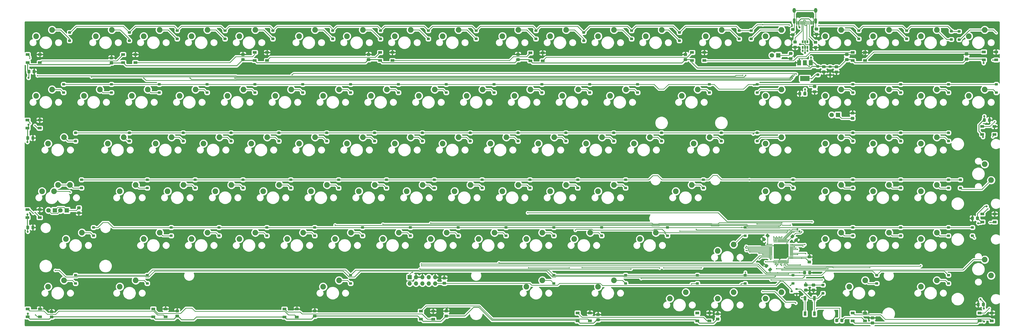
<source format=gbr>
%TF.GenerationSoftware,KiCad,Pcbnew,(5.1.6)-1*%
%TF.CreationDate,2020-08-12T20:07:55+02:00*%
%TF.ProjectId,Proyecto CFSUnderglow,50726f79-6563-4746-9f20-434653556e64,rev?*%
%TF.SameCoordinates,Original*%
%TF.FileFunction,Copper,L2,Bot*%
%TF.FilePolarity,Positive*%
%FSLAX46Y46*%
G04 Gerber Fmt 4.6, Leading zero omitted, Abs format (unit mm)*
G04 Created by KiCad (PCBNEW (5.1.6)-1) date 2020-08-12 20:07:55*
%MOMM*%
%LPD*%
G01*
G04 APERTURE LIST*
%TA.AperFunction,ComponentPad*%
%ADD10C,2.250000*%
%TD*%
%TA.AperFunction,ComponentPad*%
%ADD11C,1.800000*%
%TD*%
%TA.AperFunction,ComponentPad*%
%ADD12R,1.800000X1.800000*%
%TD*%
%TA.AperFunction,SMDPad,CuDef*%
%ADD13R,1.500000X2.000000*%
%TD*%
%TA.AperFunction,SMDPad,CuDef*%
%ADD14R,3.800000X2.000000*%
%TD*%
%TA.AperFunction,SMDPad,CuDef*%
%ADD15R,0.650000X1.060000*%
%TD*%
%TA.AperFunction,SMDPad,CuDef*%
%ADD16R,0.300000X1.475000*%
%TD*%
%TA.AperFunction,SMDPad,CuDef*%
%ADD17R,1.100000X1.800000*%
%TD*%
%TA.AperFunction,SMDPad,CuDef*%
%ADD18R,0.900000X0.800000*%
%TD*%
%TA.AperFunction,ComponentPad*%
%ADD19O,1.700000X1.700000*%
%TD*%
%TA.AperFunction,ComponentPad*%
%ADD20R,1.700000X1.700000*%
%TD*%
%TA.AperFunction,ComponentPad*%
%ADD21O,1.100000X2.200000*%
%TD*%
%TA.AperFunction,ComponentPad*%
%ADD22O,1.300000X1.900000*%
%TD*%
%TA.AperFunction,SMDPad,CuDef*%
%ADD23R,1.500000X1.000000*%
%TD*%
%TA.AperFunction,ViaPad*%
%ADD24C,0.500000*%
%TD*%
%TA.AperFunction,ViaPad*%
%ADD25C,0.800000*%
%TD*%
%TA.AperFunction,Conductor*%
%ADD26C,0.250000*%
%TD*%
%TA.AperFunction,Conductor*%
%ADD27C,0.380000*%
%TD*%
%TA.AperFunction,Conductor*%
%ADD28C,0.254000*%
%TD*%
G04 APERTURE END LIST*
%TO.P,D100,1*%
%TO.N,ROW-1*%
%TA.AperFunction,SMDPad,CuDef*%
G36*
G01*
X289640000Y-26000000D02*
X290340000Y-26000000D01*
G75*
G02*
X290590000Y-26250000I0J-250000D01*
G01*
X290590000Y-26750000D01*
G75*
G02*
X290340000Y-27000000I-250000J0D01*
G01*
X289640000Y-27000000D01*
G75*
G02*
X289390000Y-26750000I0J250000D01*
G01*
X289390000Y-26250000D01*
G75*
G02*
X289640000Y-26000000I250000J0D01*
G01*
G37*
%TD.AperFunction*%
%TO.P,D100,2*%
%TO.N,Net-(D100-Pad2)*%
%TA.AperFunction,SMDPad,CuDef*%
G36*
G01*
X289640000Y-29300000D02*
X290340000Y-29300000D01*
G75*
G02*
X290590000Y-29550000I0J-250000D01*
G01*
X290590000Y-30050000D01*
G75*
G02*
X290340000Y-30300000I-250000J0D01*
G01*
X289640000Y-30300000D01*
G75*
G02*
X289390000Y-30050000I0J250000D01*
G01*
X289390000Y-29550000D01*
G75*
G02*
X289640000Y-29300000I250000J0D01*
G01*
G37*
%TD.AperFunction*%
%TD*%
D10*
%TO.P,SW78,2*%
%TO.N,Net-(D78-Pad2)*%
X219233750Y-25876250D03*
%TO.P,SW78,1*%
%TO.N,COL-15*%
X212883750Y-28416250D03*
%TD*%
%TO.P,SW102,2*%
%TO.N,Net-(D102-Pad2)*%
X302736250Y-85883750D03*
%TO.P,SW102,1*%
%TO.N,COL-19*%
X300196250Y-79533750D03*
%TD*%
%TO.P,SW84,2*%
%TO.N,Net-(D84-Pad2)*%
X243046250Y-49688750D03*
%TO.P,SW84,1*%
%TO.N,COL-16*%
X236696250Y-52228750D03*
%TD*%
%TO.P,SW8,2*%
%TO.N,Net-(D6-Pad2)*%
X-64135000Y-87788750D03*
%TO.P,SW8,1*%
%TO.N,COL-1*%
X-70485000Y-90328750D03*
%TD*%
%TO.P,SW5,2*%
%TO.N,Net-(D6-Pad2)*%
X-68920000Y-87800000D03*
%TO.P,SW5,1*%
%TO.N,COL-1*%
X-75270000Y-90340000D03*
%TD*%
%TO.P,R9,2*%
%TO.N,Net-(D103-Pad4)*%
%TA.AperFunction,SMDPad,CuDef*%
G36*
G01*
X242720000Y-142330001D02*
X242720000Y-141429999D01*
G75*
G02*
X242969999Y-141180000I249999J0D01*
G01*
X243620001Y-141180000D01*
G75*
G02*
X243870000Y-141429999I0J-249999D01*
G01*
X243870000Y-142330001D01*
G75*
G02*
X243620001Y-142580000I-249999J0D01*
G01*
X242969999Y-142580000D01*
G75*
G02*
X242720000Y-142330001I0J249999D01*
G01*
G37*
%TD.AperFunction*%
%TO.P,R9,1*%
%TO.N,UNDERGLOW*%
%TA.AperFunction,SMDPad,CuDef*%
G36*
G01*
X240670000Y-142330001D02*
X240670000Y-141429999D01*
G75*
G02*
X240919999Y-141180000I249999J0D01*
G01*
X241570001Y-141180000D01*
G75*
G02*
X241820000Y-141429999I0J-249999D01*
G01*
X241820000Y-142330001D01*
G75*
G02*
X241570001Y-142580000I-249999J0D01*
G01*
X240919999Y-142580000D01*
G75*
G02*
X240670000Y-142330001I0J249999D01*
G01*
G37*
%TD.AperFunction*%
%TD*%
%TO.P,SW34,2*%
%TO.N,Net-(D34-Pad2)*%
X43021250Y-125888750D03*
%TO.P,SW34,1*%
%TO.N,COL-6*%
X36671250Y-128428750D03*
%TD*%
%TO.P,SW4,2*%
%TO.N,Net-(D5-Pad2)*%
X-66516250Y-68738750D03*
%TO.P,SW4,1*%
%TO.N,COL-1*%
X-72866250Y-71278750D03*
%TD*%
D11*
%TO.P,LEDCAPS2,2*%
%TO.N,INDICATOR2*%
X-72720000Y-97950000D03*
D12*
%TO.P,LEDCAPS2,1*%
%TO.N,Net-(LEDCAPS1-Pad1)*%
X-70180000Y-97950000D03*
%TD*%
%TO.P,R8,2*%
%TO.N,GND*%
%TA.AperFunction,SMDPad,CuDef*%
G36*
G01*
X222449999Y-36794999D02*
X223350001Y-36794999D01*
G75*
G02*
X223600000Y-37044998I0J-249999D01*
G01*
X223600000Y-37695000D01*
G75*
G02*
X223350001Y-37944999I-249999J0D01*
G01*
X222449999Y-37944999D01*
G75*
G02*
X222200000Y-37695000I0J249999D01*
G01*
X222200000Y-37044998D01*
G75*
G02*
X222449999Y-36794999I249999J0D01*
G01*
G37*
%TD.AperFunction*%
%TO.P,R8,1*%
%TO.N,Net-(LEDSCRL1-Pad1)*%
%TA.AperFunction,SMDPad,CuDef*%
G36*
G01*
X222449999Y-34744999D02*
X223350001Y-34744999D01*
G75*
G02*
X223600000Y-34994998I0J-249999D01*
G01*
X223600000Y-35645000D01*
G75*
G02*
X223350001Y-35894999I-249999J0D01*
G01*
X222449999Y-35894999D01*
G75*
G02*
X222200000Y-35645000I0J249999D01*
G01*
X222200000Y-34994998D01*
G75*
G02*
X222449999Y-34744999I249999J0D01*
G01*
G37*
%TD.AperFunction*%
%TD*%
%TO.P,R7,2*%
%TO.N,GND*%
%TA.AperFunction,SMDPad,CuDef*%
G36*
G01*
X-61050001Y-98405001D02*
X-60149999Y-98405001D01*
G75*
G02*
X-59900000Y-98655000I0J-249999D01*
G01*
X-59900000Y-99305002D01*
G75*
G02*
X-60149999Y-99555001I-249999J0D01*
G01*
X-61050001Y-99555001D01*
G75*
G02*
X-61300000Y-99305002I0J249999D01*
G01*
X-61300000Y-98655000D01*
G75*
G02*
X-61050001Y-98405001I249999J0D01*
G01*
G37*
%TD.AperFunction*%
%TO.P,R7,1*%
%TO.N,Net-(LEDCAPS1-Pad1)*%
%TA.AperFunction,SMDPad,CuDef*%
G36*
G01*
X-61050001Y-96355001D02*
X-60149999Y-96355001D01*
G75*
G02*
X-59900000Y-96605000I0J-249999D01*
G01*
X-59900000Y-97255002D01*
G75*
G02*
X-60149999Y-97505001I-249999J0D01*
G01*
X-61050001Y-97505001D01*
G75*
G02*
X-61300000Y-97255002I0J249999D01*
G01*
X-61300000Y-96605000D01*
G75*
G02*
X-61050001Y-96355001I249999J0D01*
G01*
G37*
%TD.AperFunction*%
%TD*%
%TO.P,R6,2*%
%TO.N,GND*%
%TA.AperFunction,SMDPad,CuDef*%
G36*
G01*
X248000001Y-59724999D02*
X247099999Y-59724999D01*
G75*
G02*
X246850000Y-59475000I0J249999D01*
G01*
X246850000Y-58824998D01*
G75*
G02*
X247099999Y-58574999I249999J0D01*
G01*
X248000001Y-58574999D01*
G75*
G02*
X248250000Y-58824998I0J-249999D01*
G01*
X248250000Y-59475000D01*
G75*
G02*
X248000001Y-59724999I-249999J0D01*
G01*
G37*
%TD.AperFunction*%
%TO.P,R6,1*%
%TO.N,Net-(LEDNUM1-Pad1)*%
%TA.AperFunction,SMDPad,CuDef*%
G36*
G01*
X248000001Y-61774999D02*
X247099999Y-61774999D01*
G75*
G02*
X246850000Y-61525000I0J249999D01*
G01*
X246850000Y-60874998D01*
G75*
G02*
X247099999Y-60624999I249999J0D01*
G01*
X248000001Y-60624999D01*
G75*
G02*
X248250000Y-60874998I0J-249999D01*
G01*
X248250000Y-61525000D01*
G75*
G02*
X248000001Y-61774999I-249999J0D01*
G01*
G37*
%TD.AperFunction*%
%TD*%
D10*
%TO.P,SW76,2*%
%TO.N,Net-(D76-Pad2)*%
X190658750Y-68738750D03*
%TO.P,SW76,1*%
%TO.N,COL-14*%
X184308750Y-71278750D03*
%TD*%
D13*
%TO.P,U3,1*%
%TO.N,GND*%
X226280000Y-38990001D03*
%TO.P,U3,3*%
%TO.N,5v*%
X230880000Y-38990001D03*
%TO.P,U3,2*%
%TO.N,3.3V*%
X228580000Y-38990001D03*
D14*
X228580000Y-45290001D03*
%TD*%
D15*
%TO.P,U2,5*%
%TO.N,VBUS*%
X228620000Y-32850000D03*
%TO.P,U2,6*%
%TO.N,D-*%
X227670000Y-32850000D03*
%TO.P,U2,4*%
%TO.N,D+*%
X229570000Y-32850000D03*
%TO.P,U2,3*%
%TO.N,Dbus+*%
X229570000Y-30650000D03*
%TO.P,U2,2*%
%TO.N,GND*%
X228620000Y-30650000D03*
%TO.P,U2,1*%
%TO.N,Dbus-*%
X227670000Y-30650000D03*
%TD*%
%TO.P,U1,48*%
%TO.N,3.3V*%
%TA.AperFunction,SMDPad,CuDef*%
G36*
G01*
X223825000Y-117200000D02*
X222650000Y-117200000D01*
G75*
G02*
X222500000Y-117050000I0J150000D01*
G01*
X222500000Y-117050000D01*
G75*
G02*
X222650000Y-116900000I150000J0D01*
G01*
X223825000Y-116900000D01*
G75*
G02*
X223975000Y-117050000I0J-150000D01*
G01*
X223975000Y-117050000D01*
G75*
G02*
X223825000Y-117200000I-150000J0D01*
G01*
G37*
%TD.AperFunction*%
%TO.P,U1,47*%
%TO.N,GND*%
%TA.AperFunction,SMDPad,CuDef*%
G36*
G01*
X223825000Y-116700000D02*
X222650000Y-116700000D01*
G75*
G02*
X222500000Y-116550000I0J150000D01*
G01*
X222500000Y-116550000D01*
G75*
G02*
X222650000Y-116400000I150000J0D01*
G01*
X223825000Y-116400000D01*
G75*
G02*
X223975000Y-116550000I0J-150000D01*
G01*
X223975000Y-116550000D01*
G75*
G02*
X223825000Y-116700000I-150000J0D01*
G01*
G37*
%TD.AperFunction*%
%TO.P,U1,46*%
%TO.N,Net-(U1-Pad46)*%
%TA.AperFunction,SMDPad,CuDef*%
G36*
G01*
X223825000Y-116200000D02*
X222650000Y-116200000D01*
G75*
G02*
X222500000Y-116050000I0J150000D01*
G01*
X222500000Y-116050000D01*
G75*
G02*
X222650000Y-115900000I150000J0D01*
G01*
X223825000Y-115900000D01*
G75*
G02*
X223975000Y-116050000I0J-150000D01*
G01*
X223975000Y-116050000D01*
G75*
G02*
X223825000Y-116200000I-150000J0D01*
G01*
G37*
%TD.AperFunction*%
%TO.P,U1,45*%
%TO.N,COL-15*%
%TA.AperFunction,SMDPad,CuDef*%
G36*
G01*
X223825000Y-115700000D02*
X222650000Y-115700000D01*
G75*
G02*
X222500000Y-115550000I0J150000D01*
G01*
X222500000Y-115550000D01*
G75*
G02*
X222650000Y-115400000I150000J0D01*
G01*
X223825000Y-115400000D01*
G75*
G02*
X223975000Y-115550000I0J-150000D01*
G01*
X223975000Y-115550000D01*
G75*
G02*
X223825000Y-115700000I-150000J0D01*
G01*
G37*
%TD.AperFunction*%
%TO.P,U1,44*%
%TO.N,BOOT0*%
%TA.AperFunction,SMDPad,CuDef*%
G36*
G01*
X223825000Y-115200000D02*
X222650000Y-115200000D01*
G75*
G02*
X222500000Y-115050000I0J150000D01*
G01*
X222500000Y-115050000D01*
G75*
G02*
X222650000Y-114900000I150000J0D01*
G01*
X223825000Y-114900000D01*
G75*
G02*
X223975000Y-115050000I0J-150000D01*
G01*
X223975000Y-115050000D01*
G75*
G02*
X223825000Y-115200000I-150000J0D01*
G01*
G37*
%TD.AperFunction*%
%TO.P,U1,43*%
%TO.N,Net-(U1-Pad43)*%
%TA.AperFunction,SMDPad,CuDef*%
G36*
G01*
X223825000Y-114700000D02*
X222650000Y-114700000D01*
G75*
G02*
X222500000Y-114550000I0J150000D01*
G01*
X222500000Y-114550000D01*
G75*
G02*
X222650000Y-114400000I150000J0D01*
G01*
X223825000Y-114400000D01*
G75*
G02*
X223975000Y-114550000I0J-150000D01*
G01*
X223975000Y-114550000D01*
G75*
G02*
X223825000Y-114700000I-150000J0D01*
G01*
G37*
%TD.AperFunction*%
%TO.P,U1,42*%
%TO.N,Net-(U1-Pad42)*%
%TA.AperFunction,SMDPad,CuDef*%
G36*
G01*
X223825000Y-114200000D02*
X222650000Y-114200000D01*
G75*
G02*
X222500000Y-114050000I0J150000D01*
G01*
X222500000Y-114050000D01*
G75*
G02*
X222650000Y-113900000I150000J0D01*
G01*
X223825000Y-113900000D01*
G75*
G02*
X223975000Y-114050000I0J-150000D01*
G01*
X223975000Y-114050000D01*
G75*
G02*
X223825000Y-114200000I-150000J0D01*
G01*
G37*
%TD.AperFunction*%
%TO.P,U1,41*%
%TO.N,COL-14*%
%TA.AperFunction,SMDPad,CuDef*%
G36*
G01*
X223825000Y-113700000D02*
X222650000Y-113700000D01*
G75*
G02*
X222500000Y-113550000I0J150000D01*
G01*
X222500000Y-113550000D01*
G75*
G02*
X222650000Y-113400000I150000J0D01*
G01*
X223825000Y-113400000D01*
G75*
G02*
X223975000Y-113550000I0J-150000D01*
G01*
X223975000Y-113550000D01*
G75*
G02*
X223825000Y-113700000I-150000J0D01*
G01*
G37*
%TD.AperFunction*%
%TO.P,U1,40*%
%TO.N,COL-13*%
%TA.AperFunction,SMDPad,CuDef*%
G36*
G01*
X223825000Y-113200000D02*
X222650000Y-113200000D01*
G75*
G02*
X222500000Y-113050000I0J150000D01*
G01*
X222500000Y-113050000D01*
G75*
G02*
X222650000Y-112900000I150000J0D01*
G01*
X223825000Y-112900000D01*
G75*
G02*
X223975000Y-113050000I0J-150000D01*
G01*
X223975000Y-113050000D01*
G75*
G02*
X223825000Y-113200000I-150000J0D01*
G01*
G37*
%TD.AperFunction*%
%TO.P,U1,39*%
%TO.N,COL-12*%
%TA.AperFunction,SMDPad,CuDef*%
G36*
G01*
X223825000Y-112700000D02*
X222650000Y-112700000D01*
G75*
G02*
X222500000Y-112550000I0J150000D01*
G01*
X222500000Y-112550000D01*
G75*
G02*
X222650000Y-112400000I150000J0D01*
G01*
X223825000Y-112400000D01*
G75*
G02*
X223975000Y-112550000I0J-150000D01*
G01*
X223975000Y-112550000D01*
G75*
G02*
X223825000Y-112700000I-150000J0D01*
G01*
G37*
%TD.AperFunction*%
%TO.P,U1,38*%
%TO.N,COL-11*%
%TA.AperFunction,SMDPad,CuDef*%
G36*
G01*
X223825000Y-112200000D02*
X222650000Y-112200000D01*
G75*
G02*
X222500000Y-112050000I0J150000D01*
G01*
X222500000Y-112050000D01*
G75*
G02*
X222650000Y-111900000I150000J0D01*
G01*
X223825000Y-111900000D01*
G75*
G02*
X223975000Y-112050000I0J-150000D01*
G01*
X223975000Y-112050000D01*
G75*
G02*
X223825000Y-112200000I-150000J0D01*
G01*
G37*
%TD.AperFunction*%
%TO.P,U1,37*%
%TO.N,SWCLK*%
%TA.AperFunction,SMDPad,CuDef*%
G36*
G01*
X223825000Y-111700000D02*
X222650000Y-111700000D01*
G75*
G02*
X222500000Y-111550000I0J150000D01*
G01*
X222500000Y-111550000D01*
G75*
G02*
X222650000Y-111400000I150000J0D01*
G01*
X223825000Y-111400000D01*
G75*
G02*
X223975000Y-111550000I0J-150000D01*
G01*
X223975000Y-111550000D01*
G75*
G02*
X223825000Y-111700000I-150000J0D01*
G01*
G37*
%TD.AperFunction*%
%TO.P,U1,36*%
%TO.N,3.3V*%
%TA.AperFunction,SMDPad,CuDef*%
G36*
G01*
X221825000Y-110875000D02*
X221825000Y-110875000D01*
G75*
G02*
X221675000Y-110725000I0J150000D01*
G01*
X221675000Y-109550000D01*
G75*
G02*
X221825000Y-109400000I150000J0D01*
G01*
X221825000Y-109400000D01*
G75*
G02*
X221975000Y-109550000I0J-150000D01*
G01*
X221975000Y-110725000D01*
G75*
G02*
X221825000Y-110875000I-150000J0D01*
G01*
G37*
%TD.AperFunction*%
%TO.P,U1,35*%
%TO.N,GND*%
%TA.AperFunction,SMDPad,CuDef*%
G36*
G01*
X221325000Y-110875000D02*
X221325000Y-110875000D01*
G75*
G02*
X221175000Y-110725000I0J150000D01*
G01*
X221175000Y-109550000D01*
G75*
G02*
X221325000Y-109400000I150000J0D01*
G01*
X221325000Y-109400000D01*
G75*
G02*
X221475000Y-109550000I0J-150000D01*
G01*
X221475000Y-110725000D01*
G75*
G02*
X221325000Y-110875000I-150000J0D01*
G01*
G37*
%TD.AperFunction*%
%TO.P,U1,34*%
%TO.N,SWDIO*%
%TA.AperFunction,SMDPad,CuDef*%
G36*
G01*
X220825000Y-110875000D02*
X220825000Y-110875000D01*
G75*
G02*
X220675000Y-110725000I0J150000D01*
G01*
X220675000Y-109550000D01*
G75*
G02*
X220825000Y-109400000I150000J0D01*
G01*
X220825000Y-109400000D01*
G75*
G02*
X220975000Y-109550000I0J-150000D01*
G01*
X220975000Y-110725000D01*
G75*
G02*
X220825000Y-110875000I-150000J0D01*
G01*
G37*
%TD.AperFunction*%
%TO.P,U1,33*%
%TO.N,D+*%
%TA.AperFunction,SMDPad,CuDef*%
G36*
G01*
X220325000Y-110875000D02*
X220325000Y-110875000D01*
G75*
G02*
X220175000Y-110725000I0J150000D01*
G01*
X220175000Y-109550000D01*
G75*
G02*
X220325000Y-109400000I150000J0D01*
G01*
X220325000Y-109400000D01*
G75*
G02*
X220475000Y-109550000I0J-150000D01*
G01*
X220475000Y-110725000D01*
G75*
G02*
X220325000Y-110875000I-150000J0D01*
G01*
G37*
%TD.AperFunction*%
%TO.P,U1,32*%
%TO.N,D-*%
%TA.AperFunction,SMDPad,CuDef*%
G36*
G01*
X219825000Y-110875000D02*
X219825000Y-110875000D01*
G75*
G02*
X219675000Y-110725000I0J150000D01*
G01*
X219675000Y-109550000D01*
G75*
G02*
X219825000Y-109400000I150000J0D01*
G01*
X219825000Y-109400000D01*
G75*
G02*
X219975000Y-109550000I0J-150000D01*
G01*
X219975000Y-110725000D01*
G75*
G02*
X219825000Y-110875000I-150000J0D01*
G01*
G37*
%TD.AperFunction*%
%TO.P,U1,31*%
%TO.N,COL-9*%
%TA.AperFunction,SMDPad,CuDef*%
G36*
G01*
X219325000Y-110875000D02*
X219325000Y-110875000D01*
G75*
G02*
X219175000Y-110725000I0J150000D01*
G01*
X219175000Y-109550000D01*
G75*
G02*
X219325000Y-109400000I150000J0D01*
G01*
X219325000Y-109400000D01*
G75*
G02*
X219475000Y-109550000I0J-150000D01*
G01*
X219475000Y-110725000D01*
G75*
G02*
X219325000Y-110875000I-150000J0D01*
G01*
G37*
%TD.AperFunction*%
%TO.P,U1,30*%
%TO.N,COL-8*%
%TA.AperFunction,SMDPad,CuDef*%
G36*
G01*
X218825000Y-110875000D02*
X218825000Y-110875000D01*
G75*
G02*
X218675000Y-110725000I0J150000D01*
G01*
X218675000Y-109550000D01*
G75*
G02*
X218825000Y-109400000I150000J0D01*
G01*
X218825000Y-109400000D01*
G75*
G02*
X218975000Y-109550000I0J-150000D01*
G01*
X218975000Y-110725000D01*
G75*
G02*
X218825000Y-110875000I-150000J0D01*
G01*
G37*
%TD.AperFunction*%
%TO.P,U1,29*%
%TO.N,COL-7*%
%TA.AperFunction,SMDPad,CuDef*%
G36*
G01*
X218325000Y-110875000D02*
X218325000Y-110875000D01*
G75*
G02*
X218175000Y-110725000I0J150000D01*
G01*
X218175000Y-109550000D01*
G75*
G02*
X218325000Y-109400000I150000J0D01*
G01*
X218325000Y-109400000D01*
G75*
G02*
X218475000Y-109550000I0J-150000D01*
G01*
X218475000Y-110725000D01*
G75*
G02*
X218325000Y-110875000I-150000J0D01*
G01*
G37*
%TD.AperFunction*%
%TO.P,U1,28*%
%TO.N,COL-6*%
%TA.AperFunction,SMDPad,CuDef*%
G36*
G01*
X217825000Y-110875000D02*
X217825000Y-110875000D01*
G75*
G02*
X217675000Y-110725000I0J150000D01*
G01*
X217675000Y-109550000D01*
G75*
G02*
X217825000Y-109400000I150000J0D01*
G01*
X217825000Y-109400000D01*
G75*
G02*
X217975000Y-109550000I0J-150000D01*
G01*
X217975000Y-110725000D01*
G75*
G02*
X217825000Y-110875000I-150000J0D01*
G01*
G37*
%TD.AperFunction*%
%TO.P,U1,27*%
%TO.N,COL-5*%
%TA.AperFunction,SMDPad,CuDef*%
G36*
G01*
X217325000Y-110875000D02*
X217325000Y-110875000D01*
G75*
G02*
X217175000Y-110725000I0J150000D01*
G01*
X217175000Y-109550000D01*
G75*
G02*
X217325000Y-109400000I150000J0D01*
G01*
X217325000Y-109400000D01*
G75*
G02*
X217475000Y-109550000I0J-150000D01*
G01*
X217475000Y-110725000D01*
G75*
G02*
X217325000Y-110875000I-150000J0D01*
G01*
G37*
%TD.AperFunction*%
%TO.P,U1,26*%
%TO.N,COL-4*%
%TA.AperFunction,SMDPad,CuDef*%
G36*
G01*
X216825000Y-110875000D02*
X216825000Y-110875000D01*
G75*
G02*
X216675000Y-110725000I0J150000D01*
G01*
X216675000Y-109550000D01*
G75*
G02*
X216825000Y-109400000I150000J0D01*
G01*
X216825000Y-109400000D01*
G75*
G02*
X216975000Y-109550000I0J-150000D01*
G01*
X216975000Y-110725000D01*
G75*
G02*
X216825000Y-110875000I-150000J0D01*
G01*
G37*
%TD.AperFunction*%
%TO.P,U1,25*%
%TO.N,COL-3*%
%TA.AperFunction,SMDPad,CuDef*%
G36*
G01*
X216325000Y-110875000D02*
X216325000Y-110875000D01*
G75*
G02*
X216175000Y-110725000I0J150000D01*
G01*
X216175000Y-109550000D01*
G75*
G02*
X216325000Y-109400000I150000J0D01*
G01*
X216325000Y-109400000D01*
G75*
G02*
X216475000Y-109550000I0J-150000D01*
G01*
X216475000Y-110725000D01*
G75*
G02*
X216325000Y-110875000I-150000J0D01*
G01*
G37*
%TD.AperFunction*%
%TO.P,U1,24*%
%TO.N,3.3V*%
%TA.AperFunction,SMDPad,CuDef*%
G36*
G01*
X215500000Y-111700000D02*
X214325000Y-111700000D01*
G75*
G02*
X214175000Y-111550000I0J150000D01*
G01*
X214175000Y-111550000D01*
G75*
G02*
X214325000Y-111400000I150000J0D01*
G01*
X215500000Y-111400000D01*
G75*
G02*
X215650000Y-111550000I0J-150000D01*
G01*
X215650000Y-111550000D01*
G75*
G02*
X215500000Y-111700000I-150000J0D01*
G01*
G37*
%TD.AperFunction*%
%TO.P,U1,23*%
%TO.N,GND*%
%TA.AperFunction,SMDPad,CuDef*%
G36*
G01*
X215500000Y-112200000D02*
X214325000Y-112200000D01*
G75*
G02*
X214175000Y-112050000I0J150000D01*
G01*
X214175000Y-112050000D01*
G75*
G02*
X214325000Y-111900000I150000J0D01*
G01*
X215500000Y-111900000D01*
G75*
G02*
X215650000Y-112050000I0J-150000D01*
G01*
X215650000Y-112050000D01*
G75*
G02*
X215500000Y-112200000I-150000J0D01*
G01*
G37*
%TD.AperFunction*%
%TO.P,U1,22*%
%TO.N,COL-2*%
%TA.AperFunction,SMDPad,CuDef*%
G36*
G01*
X215500000Y-112700000D02*
X214325000Y-112700000D01*
G75*
G02*
X214175000Y-112550000I0J150000D01*
G01*
X214175000Y-112550000D01*
G75*
G02*
X214325000Y-112400000I150000J0D01*
G01*
X215500000Y-112400000D01*
G75*
G02*
X215650000Y-112550000I0J-150000D01*
G01*
X215650000Y-112550000D01*
G75*
G02*
X215500000Y-112700000I-150000J0D01*
G01*
G37*
%TD.AperFunction*%
%TO.P,U1,21*%
%TO.N,COL-1*%
%TA.AperFunction,SMDPad,CuDef*%
G36*
G01*
X215500000Y-113200000D02*
X214325000Y-113200000D01*
G75*
G02*
X214175000Y-113050000I0J150000D01*
G01*
X214175000Y-113050000D01*
G75*
G02*
X214325000Y-112900000I150000J0D01*
G01*
X215500000Y-112900000D01*
G75*
G02*
X215650000Y-113050000I0J-150000D01*
G01*
X215650000Y-113050000D01*
G75*
G02*
X215500000Y-113200000I-150000J0D01*
G01*
G37*
%TD.AperFunction*%
%TO.P,U1,20*%
%TO.N,ROW-6*%
%TA.AperFunction,SMDPad,CuDef*%
G36*
G01*
X215500000Y-113700000D02*
X214325000Y-113700000D01*
G75*
G02*
X214175000Y-113550000I0J150000D01*
G01*
X214175000Y-113550000D01*
G75*
G02*
X214325000Y-113400000I150000J0D01*
G01*
X215500000Y-113400000D01*
G75*
G02*
X215650000Y-113550000I0J-150000D01*
G01*
X215650000Y-113550000D01*
G75*
G02*
X215500000Y-113700000I-150000J0D01*
G01*
G37*
%TD.AperFunction*%
%TO.P,U1,19*%
%TO.N,ROW-5*%
%TA.AperFunction,SMDPad,CuDef*%
G36*
G01*
X215500000Y-114200000D02*
X214325000Y-114200000D01*
G75*
G02*
X214175000Y-114050000I0J150000D01*
G01*
X214175000Y-114050000D01*
G75*
G02*
X214325000Y-113900000I150000J0D01*
G01*
X215500000Y-113900000D01*
G75*
G02*
X215650000Y-114050000I0J-150000D01*
G01*
X215650000Y-114050000D01*
G75*
G02*
X215500000Y-114200000I-150000J0D01*
G01*
G37*
%TD.AperFunction*%
%TO.P,U1,18*%
%TO.N,ROW-4*%
%TA.AperFunction,SMDPad,CuDef*%
G36*
G01*
X215500000Y-114700000D02*
X214325000Y-114700000D01*
G75*
G02*
X214175000Y-114550000I0J150000D01*
G01*
X214175000Y-114550000D01*
G75*
G02*
X214325000Y-114400000I150000J0D01*
G01*
X215500000Y-114400000D01*
G75*
G02*
X215650000Y-114550000I0J-150000D01*
G01*
X215650000Y-114550000D01*
G75*
G02*
X215500000Y-114700000I-150000J0D01*
G01*
G37*
%TD.AperFunction*%
%TO.P,U1,17*%
%TO.N,ROW-3*%
%TA.AperFunction,SMDPad,CuDef*%
G36*
G01*
X215500000Y-115200000D02*
X214325000Y-115200000D01*
G75*
G02*
X214175000Y-115050000I0J150000D01*
G01*
X214175000Y-115050000D01*
G75*
G02*
X214325000Y-114900000I150000J0D01*
G01*
X215500000Y-114900000D01*
G75*
G02*
X215650000Y-115050000I0J-150000D01*
G01*
X215650000Y-115050000D01*
G75*
G02*
X215500000Y-115200000I-150000J0D01*
G01*
G37*
%TD.AperFunction*%
%TO.P,U1,16*%
%TO.N,UNDERGLOW*%
%TA.AperFunction,SMDPad,CuDef*%
G36*
G01*
X215500000Y-115700000D02*
X214325000Y-115700000D01*
G75*
G02*
X214175000Y-115550000I0J150000D01*
G01*
X214175000Y-115550000D01*
G75*
G02*
X214325000Y-115400000I150000J0D01*
G01*
X215500000Y-115400000D01*
G75*
G02*
X215650000Y-115550000I0J-150000D01*
G01*
X215650000Y-115550000D01*
G75*
G02*
X215500000Y-115700000I-150000J0D01*
G01*
G37*
%TD.AperFunction*%
%TO.P,U1,15*%
%TO.N,COL-10*%
%TA.AperFunction,SMDPad,CuDef*%
G36*
G01*
X215500000Y-116200000D02*
X214325000Y-116200000D01*
G75*
G02*
X214175000Y-116050000I0J150000D01*
G01*
X214175000Y-116050000D01*
G75*
G02*
X214325000Y-115900000I150000J0D01*
G01*
X215500000Y-115900000D01*
G75*
G02*
X215650000Y-116050000I0J-150000D01*
G01*
X215650000Y-116050000D01*
G75*
G02*
X215500000Y-116200000I-150000J0D01*
G01*
G37*
%TD.AperFunction*%
%TO.P,U1,14*%
%TO.N,ROW-2*%
%TA.AperFunction,SMDPad,CuDef*%
G36*
G01*
X215500000Y-116700000D02*
X214325000Y-116700000D01*
G75*
G02*
X214175000Y-116550000I0J150000D01*
G01*
X214175000Y-116550000D01*
G75*
G02*
X214325000Y-116400000I150000J0D01*
G01*
X215500000Y-116400000D01*
G75*
G02*
X215650000Y-116550000I0J-150000D01*
G01*
X215650000Y-116550000D01*
G75*
G02*
X215500000Y-116700000I-150000J0D01*
G01*
G37*
%TD.AperFunction*%
%TO.P,U1,13*%
%TO.N,COL-16*%
%TA.AperFunction,SMDPad,CuDef*%
G36*
G01*
X215500000Y-117200000D02*
X214325000Y-117200000D01*
G75*
G02*
X214175000Y-117050000I0J150000D01*
G01*
X214175000Y-117050000D01*
G75*
G02*
X214325000Y-116900000I150000J0D01*
G01*
X215500000Y-116900000D01*
G75*
G02*
X215650000Y-117050000I0J-150000D01*
G01*
X215650000Y-117050000D01*
G75*
G02*
X215500000Y-117200000I-150000J0D01*
G01*
G37*
%TD.AperFunction*%
%TO.P,U1,12*%
%TO.N,INDICATOR3*%
%TA.AperFunction,SMDPad,CuDef*%
G36*
G01*
X216325000Y-119200000D02*
X216325000Y-119200000D01*
G75*
G02*
X216175000Y-119050000I0J150000D01*
G01*
X216175000Y-117875000D01*
G75*
G02*
X216325000Y-117725000I150000J0D01*
G01*
X216325000Y-117725000D01*
G75*
G02*
X216475000Y-117875000I0J-150000D01*
G01*
X216475000Y-119050000D01*
G75*
G02*
X216325000Y-119200000I-150000J0D01*
G01*
G37*
%TD.AperFunction*%
%TO.P,U1,11*%
%TO.N,INDICATOR2*%
%TA.AperFunction,SMDPad,CuDef*%
G36*
G01*
X216825000Y-119200000D02*
X216825000Y-119200000D01*
G75*
G02*
X216675000Y-119050000I0J150000D01*
G01*
X216675000Y-117875000D01*
G75*
G02*
X216825000Y-117725000I150000J0D01*
G01*
X216825000Y-117725000D01*
G75*
G02*
X216975000Y-117875000I0J-150000D01*
G01*
X216975000Y-119050000D01*
G75*
G02*
X216825000Y-119200000I-150000J0D01*
G01*
G37*
%TD.AperFunction*%
%TO.P,U1,10*%
%TO.N,INDICATOR1*%
%TA.AperFunction,SMDPad,CuDef*%
G36*
G01*
X217325000Y-119200000D02*
X217325000Y-119200000D01*
G75*
G02*
X217175000Y-119050000I0J150000D01*
G01*
X217175000Y-117875000D01*
G75*
G02*
X217325000Y-117725000I150000J0D01*
G01*
X217325000Y-117725000D01*
G75*
G02*
X217475000Y-117875000I0J-150000D01*
G01*
X217475000Y-119050000D01*
G75*
G02*
X217325000Y-119200000I-150000J0D01*
G01*
G37*
%TD.AperFunction*%
%TO.P,U1,9*%
%TO.N,3.3V*%
%TA.AperFunction,SMDPad,CuDef*%
G36*
G01*
X217825000Y-119200000D02*
X217825000Y-119200000D01*
G75*
G02*
X217675000Y-119050000I0J150000D01*
G01*
X217675000Y-117875000D01*
G75*
G02*
X217825000Y-117725000I150000J0D01*
G01*
X217825000Y-117725000D01*
G75*
G02*
X217975000Y-117875000I0J-150000D01*
G01*
X217975000Y-119050000D01*
G75*
G02*
X217825000Y-119200000I-150000J0D01*
G01*
G37*
%TD.AperFunction*%
%TO.P,U1,8*%
%TO.N,GND*%
%TA.AperFunction,SMDPad,CuDef*%
G36*
G01*
X218325000Y-119200000D02*
X218325000Y-119200000D01*
G75*
G02*
X218175000Y-119050000I0J150000D01*
G01*
X218175000Y-117875000D01*
G75*
G02*
X218325000Y-117725000I150000J0D01*
G01*
X218325000Y-117725000D01*
G75*
G02*
X218475000Y-117875000I0J-150000D01*
G01*
X218475000Y-119050000D01*
G75*
G02*
X218325000Y-119200000I-150000J0D01*
G01*
G37*
%TD.AperFunction*%
%TO.P,U1,7*%
%TO.N,NRST*%
%TA.AperFunction,SMDPad,CuDef*%
G36*
G01*
X218825000Y-119200000D02*
X218825000Y-119200000D01*
G75*
G02*
X218675000Y-119050000I0J150000D01*
G01*
X218675000Y-117875000D01*
G75*
G02*
X218825000Y-117725000I150000J0D01*
G01*
X218825000Y-117725000D01*
G75*
G02*
X218975000Y-117875000I0J-150000D01*
G01*
X218975000Y-119050000D01*
G75*
G02*
X218825000Y-119200000I-150000J0D01*
G01*
G37*
%TD.AperFunction*%
%TO.P,U1,6*%
%TO.N,COL-19*%
%TA.AperFunction,SMDPad,CuDef*%
G36*
G01*
X219325000Y-119200000D02*
X219325000Y-119200000D01*
G75*
G02*
X219175000Y-119050000I0J150000D01*
G01*
X219175000Y-117875000D01*
G75*
G02*
X219325000Y-117725000I150000J0D01*
G01*
X219325000Y-117725000D01*
G75*
G02*
X219475000Y-117875000I0J-150000D01*
G01*
X219475000Y-119050000D01*
G75*
G02*
X219325000Y-119200000I-150000J0D01*
G01*
G37*
%TD.AperFunction*%
%TO.P,U1,5*%
%TO.N,Net-(U1-Pad5)*%
%TA.AperFunction,SMDPad,CuDef*%
G36*
G01*
X219825000Y-119200000D02*
X219825000Y-119200000D01*
G75*
G02*
X219675000Y-119050000I0J150000D01*
G01*
X219675000Y-117875000D01*
G75*
G02*
X219825000Y-117725000I150000J0D01*
G01*
X219825000Y-117725000D01*
G75*
G02*
X219975000Y-117875000I0J-150000D01*
G01*
X219975000Y-119050000D01*
G75*
G02*
X219825000Y-119200000I-150000J0D01*
G01*
G37*
%TD.AperFunction*%
%TO.P,U1,4*%
%TO.N,COL-17*%
%TA.AperFunction,SMDPad,CuDef*%
G36*
G01*
X220325000Y-119200000D02*
X220325000Y-119200000D01*
G75*
G02*
X220175000Y-119050000I0J150000D01*
G01*
X220175000Y-117875000D01*
G75*
G02*
X220325000Y-117725000I150000J0D01*
G01*
X220325000Y-117725000D01*
G75*
G02*
X220475000Y-117875000I0J-150000D01*
G01*
X220475000Y-119050000D01*
G75*
G02*
X220325000Y-119200000I-150000J0D01*
G01*
G37*
%TD.AperFunction*%
%TO.P,U1,3*%
%TO.N,COL-18*%
%TA.AperFunction,SMDPad,CuDef*%
G36*
G01*
X220825000Y-119200000D02*
X220825000Y-119200000D01*
G75*
G02*
X220675000Y-119050000I0J150000D01*
G01*
X220675000Y-117875000D01*
G75*
G02*
X220825000Y-117725000I150000J0D01*
G01*
X220825000Y-117725000D01*
G75*
G02*
X220975000Y-117875000I0J-150000D01*
G01*
X220975000Y-119050000D01*
G75*
G02*
X220825000Y-119200000I-150000J0D01*
G01*
G37*
%TD.AperFunction*%
%TO.P,U1,2*%
%TO.N,ROW-1*%
%TA.AperFunction,SMDPad,CuDef*%
G36*
G01*
X221325000Y-119200000D02*
X221325000Y-119200000D01*
G75*
G02*
X221175000Y-119050000I0J150000D01*
G01*
X221175000Y-117875000D01*
G75*
G02*
X221325000Y-117725000I150000J0D01*
G01*
X221325000Y-117725000D01*
G75*
G02*
X221475000Y-117875000I0J-150000D01*
G01*
X221475000Y-119050000D01*
G75*
G02*
X221325000Y-119200000I-150000J0D01*
G01*
G37*
%TD.AperFunction*%
D16*
%TO.P,U1,1*%
%TO.N,3.3V*%
X221825000Y-118462500D03*
%TD*%
D10*
%TO.P,SW103,1*%
%TO.N,COL-19*%
X300196250Y-117633750D03*
%TO.P,SW103,2*%
%TO.N,Net-(D123-Pad2)*%
X302736250Y-123983750D03*
%TD*%
%TO.P,SW101,2*%
%TO.N,Net-(D101-Pad2)*%
X300196250Y-49688750D03*
%TO.P,SW101,1*%
%TO.N,COL-19*%
X293846250Y-52228750D03*
%TD*%
%TO.P,SW100,2*%
%TO.N,Net-(D100-Pad2)*%
X300196250Y-25876250D03*
%TO.P,SW100,1*%
%TO.N,COL-19*%
X293846250Y-28416250D03*
%TD*%
%TO.P,SW99,2*%
%TO.N,Net-(D99-Pad2)*%
X281146250Y-125888750D03*
%TO.P,SW99,1*%
%TO.N,COL-18*%
X274796250Y-128428750D03*
%TD*%
%TO.P,SW98,2*%
%TO.N,Net-(D98-Pad2)*%
X281146250Y-106838750D03*
%TO.P,SW98,1*%
%TO.N,COL-18*%
X274796250Y-109378750D03*
%TD*%
%TO.P,SW97,2*%
%TO.N,Net-(D97-Pad2)*%
X281146250Y-87788750D03*
%TO.P,SW97,1*%
%TO.N,COL-18*%
X274796250Y-90328750D03*
%TD*%
%TO.P,SW96,2*%
%TO.N,Net-(D96-Pad2)*%
X281146250Y-68738750D03*
%TO.P,SW96,1*%
%TO.N,COL-18*%
X274796250Y-71278750D03*
%TD*%
%TO.P,SW95,2*%
%TO.N,Net-(D95-Pad2)*%
X281146250Y-49688750D03*
%TO.P,SW95,1*%
%TO.N,COL-18*%
X274796250Y-52228750D03*
%TD*%
%TO.P,SW94,2*%
%TO.N,Net-(D94-Pad2)*%
X281146250Y-25876250D03*
%TO.P,SW94,1*%
%TO.N,COL-18*%
X274796250Y-28416250D03*
%TD*%
%TO.P,SW93,2*%
%TO.N,Net-(D93-Pad2)*%
X252571250Y-125888750D03*
%TO.P,SW93,1*%
%TO.N,COL-17*%
X246221250Y-128428750D03*
%TD*%
%TO.P,SW92,2*%
%TO.N,Net-(D92-Pad2)*%
X262096250Y-106838750D03*
%TO.P,SW92,1*%
%TO.N,COL-17*%
X255746250Y-109378750D03*
%TD*%
%TO.P,SW91,2*%
%TO.N,Net-(D91-Pad2)*%
X262096250Y-87788750D03*
%TO.P,SW91,1*%
%TO.N,COL-17*%
X255746250Y-90328750D03*
%TD*%
%TO.P,SW90,2*%
%TO.N,Net-(D90-Pad2)*%
X262096250Y-68738750D03*
%TO.P,SW90,1*%
%TO.N,COL-17*%
X255746250Y-71278750D03*
%TD*%
%TO.P,SW89,2*%
%TO.N,Net-(D89-Pad2)*%
X262096250Y-49688750D03*
%TO.P,SW89,1*%
%TO.N,COL-17*%
X255746250Y-52228750D03*
%TD*%
%TO.P,SW88,2*%
%TO.N,Net-(D88-Pad2)*%
X262096250Y-25876250D03*
%TO.P,SW88,1*%
%TO.N,COL-17*%
X255746250Y-28416250D03*
%TD*%
%TO.P,SW87,2*%
%TO.N,Net-(D87-Pad2)*%
X243046250Y-106838750D03*
%TO.P,SW87,1*%
%TO.N,COL-16*%
X236696250Y-109378750D03*
%TD*%
%TO.P,SW86,2*%
%TO.N,Net-(D86-Pad2)*%
X243046250Y-87788750D03*
%TO.P,SW86,1*%
%TO.N,COL-16*%
X236696250Y-90328750D03*
%TD*%
%TO.P,SW85,2*%
%TO.N,Net-(D85-Pad2)*%
X243046250Y-68738750D03*
%TO.P,SW85,1*%
%TO.N,COL-16*%
X236696250Y-71278750D03*
%TD*%
%TO.P,SW83,2*%
%TO.N,Net-(D83-Pad2)*%
X243046250Y-25876250D03*
%TO.P,SW83,1*%
%TO.N,COL-16*%
X236696250Y-28416250D03*
%TD*%
%TO.P,SW82,2*%
%TO.N,Net-(D82-Pad2)*%
X219233750Y-130651250D03*
%TO.P,SW82,1*%
%TO.N,COL-15*%
X212883750Y-133191250D03*
%TD*%
%TO.P,SW81,2*%
%TO.N,Net-(D81-Pad2)*%
X219233750Y-87788750D03*
%TO.P,SW81,1*%
%TO.N,COL-15*%
X212883750Y-90328750D03*
%TD*%
%TO.P,SW80,2*%
%TO.N,Net-(D80-Pad2)*%
X219233750Y-68738750D03*
%TO.P,SW80,1*%
%TO.N,COL-15*%
X212883750Y-71278750D03*
%TD*%
%TO.P,SW79,2*%
%TO.N,Net-(D79-Pad2)*%
X219233750Y-49688750D03*
%TO.P,SW79,1*%
%TO.N,COL-15*%
X212883750Y-52228750D03*
%TD*%
%TO.P,SW77,2*%
%TO.N,Net-(D77-Pad2)*%
X200183750Y-111601250D03*
%TO.P,SW77,1*%
%TO.N,COL-14*%
X193833750Y-114141250D03*
%TD*%
%TO.P,SW75,2*%
%TO.N,Net-(D75-Pad2)*%
X185896250Y-49688750D03*
%TO.P,SW75,1*%
%TO.N,COL-14*%
X179546250Y-52228750D03*
%TD*%
%TO.P,SW74,2*%
%TO.N,Net-(D74-Pad2)*%
X195421250Y-25876250D03*
%TO.P,SW74,1*%
%TO.N,COL-14*%
X189071250Y-28416250D03*
%TD*%
%TO.P,SW73,2*%
%TO.N,Net-(D73-Pad2)*%
X200183750Y-130651250D03*
%TO.P,SW73,1*%
%TO.N,COL-13*%
X193833750Y-133191250D03*
%TD*%
%TO.P,SW72,2*%
%TO.N,Net-(D72-Pad2)*%
X169227500Y-106838750D03*
%TO.P,SW72,1*%
%TO.N,COL-13*%
X162877500Y-109378750D03*
%TD*%
%TO.P,SW71,2*%
%TO.N,Net-(D71-Pad2)*%
X183515000Y-87788750D03*
%TO.P,SW71,1*%
%TO.N,COL-13*%
X177165000Y-90328750D03*
%TD*%
%TO.P,SW70,2*%
%TO.N,Net-(D70-Pad2)*%
X166846250Y-68738750D03*
%TO.P,SW70,1*%
%TO.N,COL-13*%
X160496250Y-71278750D03*
%TD*%
%TO.P,SW69,2*%
%TO.N,Net-(D69-Pad2)*%
X157321250Y-49688750D03*
%TO.P,SW69,1*%
%TO.N,COL-13*%
X150971250Y-52228750D03*
%TD*%
%TO.P,SW68,2*%
%TO.N,Net-(D68-Pad2)*%
X171608750Y-25876250D03*
%TO.P,SW68,1*%
%TO.N,COL-13*%
X165258750Y-28416250D03*
%TD*%
%TO.P,SW67,2*%
%TO.N,Net-(D67-Pad2)*%
X181133750Y-130651250D03*
%TO.P,SW67,1*%
%TO.N,COL-12*%
X174783750Y-133191250D03*
%TD*%
%TO.P,SW66,2*%
%TO.N,Net-(D66-Pad2)*%
X143033750Y-106838750D03*
%TO.P,SW66,1*%
%TO.N,COL-12*%
X136683750Y-109378750D03*
%TD*%
%TO.P,SW65,2*%
%TO.N,Net-(D65-Pad2)*%
X152558750Y-87788750D03*
%TO.P,SW65,1*%
%TO.N,COL-12*%
X146208750Y-90328750D03*
%TD*%
%TO.P,SW64,2*%
%TO.N,Net-(D64-Pad2)*%
X147796250Y-68738750D03*
%TO.P,SW64,1*%
%TO.N,COL-12*%
X141446250Y-71278750D03*
%TD*%
%TO.P,SW63,2*%
%TO.N,Net-(D63-Pad2)*%
X138271250Y-49688750D03*
%TO.P,SW63,1*%
%TO.N,COL-12*%
X131921250Y-52228750D03*
%TD*%
%TO.P,SW62,2*%
%TO.N,Net-(D62-Pad2)*%
X152558750Y-25876250D03*
%TO.P,SW62,1*%
%TO.N,COL-12*%
X146208750Y-28416250D03*
%TD*%
%TO.P,SW61,2*%
%TO.N,Net-(D61-Pad2)*%
X152558750Y-125888750D03*
%TO.P,SW61,1*%
%TO.N,COL-11*%
X146208750Y-128428750D03*
%TD*%
%TO.P,SW60,2*%
%TO.N,Net-(D60-Pad2)*%
X123983750Y-106838750D03*
%TO.P,SW60,1*%
%TO.N,COL-11*%
X117633750Y-109378750D03*
%TD*%
%TO.P,SW59,2*%
%TO.N,Net-(D59-Pad2)*%
X133508750Y-87788750D03*
%TO.P,SW59,1*%
%TO.N,COL-11*%
X127158750Y-90328750D03*
%TD*%
%TO.P,SW58,2*%
%TO.N,Net-(D58-Pad2)*%
X128746250Y-68738750D03*
%TO.P,SW58,1*%
%TO.N,COL-11*%
X122396250Y-71278750D03*
%TD*%
%TO.P,SW57,2*%
%TO.N,Net-(D57-Pad2)*%
X119221250Y-49688750D03*
%TO.P,SW57,1*%
%TO.N,COL-11*%
X112871250Y-52228750D03*
%TD*%
%TO.P,SW56,2*%
%TO.N,Net-(D56-Pad2)*%
X133508750Y-25876250D03*
%TO.P,SW56,1*%
%TO.N,COL-11*%
X127158750Y-28416250D03*
%TD*%
%TO.P,SW55,2*%
%TO.N,Net-(D55-Pad2)*%
X123983750Y-125888750D03*
%TO.P,SW55,1*%
%TO.N,COL-10*%
X117633750Y-128428750D03*
%TD*%
%TO.P,SW54,1*%
%TO.N,COL-10*%
X98583750Y-109378750D03*
%TO.P,SW54,2*%
%TO.N,Net-(D54-Pad2)*%
X104933750Y-106838750D03*
%TD*%
%TO.P,SW53,2*%
%TO.N,Net-(D53-Pad2)*%
X114458750Y-87788750D03*
%TO.P,SW53,1*%
%TO.N,COL-10*%
X108108750Y-90328750D03*
%TD*%
%TO.P,SW52,2*%
%TO.N,Net-(D52-Pad2)*%
X109696250Y-68738750D03*
%TO.P,SW52,1*%
%TO.N,COL-10*%
X103346250Y-71278750D03*
%TD*%
%TO.P,SW51,2*%
%TO.N,Net-(D51-Pad2)*%
X100171250Y-49688750D03*
%TO.P,SW51,1*%
%TO.N,COL-10*%
X93821250Y-52228750D03*
%TD*%
%TO.P,SW50,2*%
%TO.N,Net-(D50-Pad2)*%
X114458750Y-25876250D03*
%TO.P,SW50,1*%
%TO.N,COL-10*%
X108108750Y-28416250D03*
%TD*%
%TO.P,SW49,2*%
%TO.N,Net-(D49-Pad2)*%
X85883750Y-106838750D03*
%TO.P,SW49,1*%
%TO.N,COL-9*%
X79533750Y-109378750D03*
%TD*%
%TO.P,SW48,2*%
%TO.N,Net-(D48-Pad2)*%
X95408750Y-87788750D03*
%TO.P,SW48,1*%
%TO.N,COL-9*%
X89058750Y-90328750D03*
%TD*%
%TO.P,SW47,2*%
%TO.N,Net-(D47-Pad2)*%
X90646250Y-68738750D03*
%TO.P,SW47,1*%
%TO.N,COL-9*%
X84296250Y-71278750D03*
%TD*%
%TO.P,SW46,2*%
%TO.N,Net-(D46-Pad2)*%
X81121250Y-49688750D03*
%TO.P,SW46,1*%
%TO.N,COL-9*%
X74771250Y-52228750D03*
%TD*%
%TO.P,SW45,2*%
%TO.N,Net-(D45-Pad2)*%
X90646250Y-25876250D03*
%TO.P,SW45,1*%
%TO.N,COL-9*%
X84296250Y-28416250D03*
%TD*%
%TO.P,SW44,2*%
%TO.N,Net-(D44-Pad2)*%
X66833750Y-106838750D03*
%TO.P,SW44,1*%
%TO.N,COL-8*%
X60483750Y-109378750D03*
%TD*%
%TO.P,SW43,2*%
%TO.N,Net-(D43-Pad2)*%
X76358750Y-87788750D03*
%TO.P,SW43,1*%
%TO.N,COL-8*%
X70008750Y-90328750D03*
%TD*%
%TO.P,SW42,2*%
%TO.N,Net-(D42-Pad2)*%
X71596250Y-68738750D03*
%TO.P,SW42,1*%
%TO.N,COL-8*%
X65246250Y-71278750D03*
%TD*%
%TO.P,SW41,2*%
%TO.N,Net-(D41-Pad2)*%
X62071250Y-49688750D03*
%TO.P,SW41,1*%
%TO.N,COL-8*%
X55721250Y-52228750D03*
%TD*%
%TO.P,SW40,2*%
%TO.N,Net-(D40-Pad2)*%
X71596250Y-25876250D03*
%TO.P,SW40,1*%
%TO.N,COL-8*%
X65246250Y-28416250D03*
%TD*%
%TO.P,SW39,2*%
%TO.N,Net-(D39-Pad2)*%
X47783750Y-106838750D03*
%TO.P,SW39,1*%
%TO.N,COL-7*%
X41433750Y-109378750D03*
%TD*%
%TO.P,SW38,2*%
%TO.N,Net-(D38-Pad2)*%
X57308750Y-87788750D03*
%TO.P,SW38,1*%
%TO.N,COL-7*%
X50958750Y-90328750D03*
%TD*%
%TO.P,SW37,2*%
%TO.N,Net-(D37-Pad2)*%
X52546250Y-68738750D03*
%TO.P,SW37,1*%
%TO.N,COL-7*%
X46196250Y-71278750D03*
%TD*%
%TO.P,SW36,2*%
%TO.N,Net-(D36-Pad2)*%
X43021250Y-49688750D03*
%TO.P,SW36,1*%
%TO.N,COL-7*%
X36671250Y-52228750D03*
%TD*%
%TO.P,SW35,2*%
%TO.N,Net-(D35-Pad2)*%
X52546250Y-25876250D03*
%TO.P,SW35,1*%
%TO.N,COL-7*%
X46196250Y-28416250D03*
%TD*%
%TO.P,SW33,2*%
%TO.N,Net-(D33-Pad2)*%
X28733750Y-106838750D03*
%TO.P,SW33,1*%
%TO.N,COL-6*%
X22383750Y-109378750D03*
%TD*%
%TO.P,SW32,2*%
%TO.N,Net-(D32-Pad2)*%
X38258750Y-87788750D03*
%TO.P,SW32,1*%
%TO.N,COL-6*%
X31908750Y-90328750D03*
%TD*%
%TO.P,SW31,2*%
%TO.N,Net-(D31-Pad2)*%
X33496250Y-68738750D03*
%TO.P,SW31,1*%
%TO.N,COL-6*%
X27146250Y-71278750D03*
%TD*%
%TO.P,SW30,2*%
%TO.N,Net-(D30-Pad2)*%
X23971250Y-49688750D03*
%TO.P,SW30,1*%
%TO.N,COL-6*%
X17621250Y-52228750D03*
%TD*%
%TO.P,SW29,2*%
%TO.N,Net-(D29-Pad2)*%
X33496250Y-25876250D03*
%TO.P,SW29,1*%
%TO.N,COL-6*%
X27146250Y-28416250D03*
%TD*%
%TO.P,SW28,2*%
%TO.N,Net-(D28-Pad2)*%
X9683750Y-106838750D03*
%TO.P,SW28,1*%
%TO.N,COL-5*%
X3333750Y-109378750D03*
%TD*%
%TO.P,SW27,2*%
%TO.N,Net-(D27-Pad2)*%
X19208750Y-87788750D03*
%TO.P,SW27,1*%
%TO.N,COL-5*%
X12858750Y-90328750D03*
%TD*%
%TO.P,SW26,2*%
%TO.N,Net-(D26-Pad2)*%
X14446250Y-68738750D03*
%TO.P,SW26,1*%
%TO.N,COL-5*%
X8096250Y-71278750D03*
%TD*%
%TO.P,SW25,2*%
%TO.N,Net-(D25-Pad2)*%
X4921250Y-49688750D03*
%TO.P,SW25,1*%
%TO.N,COL-5*%
X-1428750Y-52228750D03*
%TD*%
%TO.P,SW24,2*%
%TO.N,Net-(D24-Pad2)*%
X9683750Y-25876250D03*
%TO.P,SW24,1*%
%TO.N,COL-5*%
X3333750Y-28416250D03*
%TD*%
%TO.P,SW23,2*%
%TO.N,Net-(D23-Pad2)*%
X-9366250Y-106838750D03*
%TO.P,SW23,1*%
%TO.N,COL-4*%
X-15716250Y-109378750D03*
%TD*%
%TO.P,SW22,2*%
%TO.N,Net-(D22-Pad2)*%
X158750Y-87788750D03*
%TO.P,SW22,1*%
%TO.N,COL-4*%
X-6191250Y-90328750D03*
%TD*%
%TO.P,SW21,2*%
%TO.N,Net-(D21-Pad2)*%
X-4603750Y-68738750D03*
%TO.P,SW21,1*%
%TO.N,COL-4*%
X-10953750Y-71278750D03*
%TD*%
%TO.P,SW20,2*%
%TO.N,Net-(D20-Pad2)*%
X-14128750Y-49688750D03*
%TO.P,SW20,1*%
%TO.N,COL-4*%
X-20478750Y-52228750D03*
%TD*%
%TO.P,SW19,2*%
%TO.N,Net-(D19-Pad2)*%
X-9366250Y-25876250D03*
%TO.P,SW19,1*%
%TO.N,COL-4*%
X-15716250Y-28416250D03*
%TD*%
%TO.P,SW18,2*%
%TO.N,Net-(D18-Pad2)*%
X-37941250Y-125888750D03*
%TO.P,SW18,1*%
%TO.N,COL-3*%
X-44291250Y-128428750D03*
%TD*%
%TO.P,SW17,2*%
%TO.N,Net-(D17-Pad2)*%
X-28416250Y-106838750D03*
%TO.P,SW17,1*%
%TO.N,COL-3*%
X-34766250Y-109378750D03*
%TD*%
%TO.P,SW16,2*%
%TO.N,Net-(D16-Pad2)*%
X-18891250Y-87788750D03*
%TO.P,SW16,1*%
%TO.N,COL-3*%
X-25241250Y-90328750D03*
%TD*%
%TO.P,SW15,2*%
%TO.N,Net-(D15-Pad2)*%
X-23653750Y-68738750D03*
%TO.P,SW15,1*%
%TO.N,COL-3*%
X-30003750Y-71278750D03*
%TD*%
%TO.P,SW14,2*%
%TO.N,Net-(D14-Pad2)*%
X-33178750Y-49688750D03*
%TO.P,SW14,1*%
%TO.N,COL-3*%
X-39528750Y-52228750D03*
%TD*%
%TO.P,SW13,2*%
%TO.N,Net-(D13-Pad2)*%
X-28416250Y-25876250D03*
%TO.P,SW13,1*%
%TO.N,COL-3*%
X-34766250Y-28416250D03*
%TD*%
%TO.P,SW12,2*%
%TO.N,Net-(D12-Pad2)*%
X-37941250Y-87788750D03*
%TO.P,SW12,1*%
%TO.N,COL-2*%
X-44291250Y-90328750D03*
%TD*%
%TO.P,SW11,2*%
%TO.N,Net-(D11-Pad2)*%
X-42703750Y-68738750D03*
%TO.P,SW11,1*%
%TO.N,COL-2*%
X-49053750Y-71278750D03*
%TD*%
%TO.P,SW10,2*%
%TO.N,Net-(D10-Pad2)*%
X-52228750Y-49688750D03*
%TO.P,SW10,1*%
%TO.N,COL-2*%
X-58578750Y-52228750D03*
%TD*%
%TO.P,SW9,2*%
%TO.N,Net-(D9-Pad2)*%
X-47466250Y-25876250D03*
%TO.P,SW9,1*%
%TO.N,COL-2*%
X-53816250Y-28416250D03*
%TD*%
%TO.P,SW7,2*%
%TO.N,Net-(D8-Pad2)*%
X-66516250Y-125888750D03*
%TO.P,SW7,1*%
%TO.N,COL-1*%
X-72866250Y-128428750D03*
%TD*%
%TO.P,SW6,2*%
%TO.N,Net-(D7-Pad2)*%
X-59372500Y-106838750D03*
%TO.P,SW6,1*%
%TO.N,COL-1*%
X-65722500Y-109378750D03*
%TD*%
%TO.P,SW3,2*%
%TO.N,Net-(D4-Pad2)*%
X-71278750Y-49688750D03*
%TO.P,SW3,1*%
%TO.N,COL-1*%
X-77628750Y-52228750D03*
%TD*%
%TO.P,SW2,2*%
%TO.N,Net-(D3-Pad2)*%
X-71278750Y-25876250D03*
%TO.P,SW2,1*%
%TO.N,COL-1*%
X-77628750Y-28416250D03*
%TD*%
D17*
%TO.P,SW1,2*%
%TO.N,Net-(D1-Pad2)*%
X232340001Y-139180000D03*
X232340001Y-132980000D03*
%TO.P,SW1,1*%
%TO.N,3.3V*%
X228640001Y-139180000D03*
X228640001Y-132980000D03*
%TD*%
%TO.P,R5,2*%
%TO.N,GND*%
%TA.AperFunction,SMDPad,CuDef*%
G36*
G01*
X240669999Y-42125001D02*
X241570001Y-42125001D01*
G75*
G02*
X241820000Y-42375000I0J-249999D01*
G01*
X241820000Y-43025002D01*
G75*
G02*
X241570001Y-43275001I-249999J0D01*
G01*
X240669999Y-43275001D01*
G75*
G02*
X240420000Y-43025002I0J249999D01*
G01*
X240420000Y-42375000D01*
G75*
G02*
X240669999Y-42125001I249999J0D01*
G01*
G37*
%TD.AperFunction*%
%TO.P,R5,1*%
%TO.N,5v*%
%TA.AperFunction,SMDPad,CuDef*%
G36*
G01*
X240669999Y-40075001D02*
X241570001Y-40075001D01*
G75*
G02*
X241820000Y-40325000I0J-249999D01*
G01*
X241820000Y-40975002D01*
G75*
G02*
X241570001Y-41225001I-249999J0D01*
G01*
X240669999Y-41225001D01*
G75*
G02*
X240420000Y-40975002I0J249999D01*
G01*
X240420000Y-40325000D01*
G75*
G02*
X240669999Y-40075001I249999J0D01*
G01*
G37*
%TD.AperFunction*%
%TD*%
%TO.P,R4,2*%
%TO.N,GND*%
%TA.AperFunction,SMDPad,CuDef*%
G36*
G01*
X231539999Y-129224999D02*
X232440001Y-129224999D01*
G75*
G02*
X232690000Y-129474998I0J-249999D01*
G01*
X232690000Y-130125000D01*
G75*
G02*
X232440001Y-130374999I-249999J0D01*
G01*
X231539999Y-130374999D01*
G75*
G02*
X231290000Y-130125000I0J249999D01*
G01*
X231290000Y-129474998D01*
G75*
G02*
X231539999Y-129224999I249999J0D01*
G01*
G37*
%TD.AperFunction*%
%TO.P,R4,1*%
%TO.N,BOOT0*%
%TA.AperFunction,SMDPad,CuDef*%
G36*
G01*
X231539999Y-127174999D02*
X232440001Y-127174999D01*
G75*
G02*
X232690000Y-127424998I0J-249999D01*
G01*
X232690000Y-128075000D01*
G75*
G02*
X232440001Y-128324999I-249999J0D01*
G01*
X231539999Y-128324999D01*
G75*
G02*
X231290000Y-128075000I0J249999D01*
G01*
X231290000Y-127424998D01*
G75*
G02*
X231539999Y-127174999I249999J0D01*
G01*
G37*
%TD.AperFunction*%
%TD*%
%TO.P,R3,2*%
%TO.N,Net-(J1-PadB5)*%
%TA.AperFunction,SMDPad,CuDef*%
G36*
G01*
X233250001Y-31440000D02*
X232349999Y-31440000D01*
G75*
G02*
X232100000Y-31190001I0J249999D01*
G01*
X232100000Y-30539999D01*
G75*
G02*
X232349999Y-30290000I249999J0D01*
G01*
X233250001Y-30290000D01*
G75*
G02*
X233500000Y-30539999I0J-249999D01*
G01*
X233500000Y-31190001D01*
G75*
G02*
X233250001Y-31440000I-249999J0D01*
G01*
G37*
%TD.AperFunction*%
%TO.P,R3,1*%
%TO.N,GND*%
%TA.AperFunction,SMDPad,CuDef*%
G36*
G01*
X233250001Y-33490000D02*
X232349999Y-33490000D01*
G75*
G02*
X232100000Y-33240001I0J249999D01*
G01*
X232100000Y-32589999D01*
G75*
G02*
X232349999Y-32340000I249999J0D01*
G01*
X233250001Y-32340000D01*
G75*
G02*
X233500000Y-32589999I0J-249999D01*
G01*
X233500000Y-33240001D01*
G75*
G02*
X233250001Y-33490000I-249999J0D01*
G01*
G37*
%TD.AperFunction*%
%TD*%
%TO.P,R2,2*%
%TO.N,Net-(J1-PadA5)*%
%TA.AperFunction,SMDPad,CuDef*%
G36*
G01*
X225100001Y-31324999D02*
X224199999Y-31324999D01*
G75*
G02*
X223950000Y-31075000I0J249999D01*
G01*
X223950000Y-30424998D01*
G75*
G02*
X224199999Y-30174999I249999J0D01*
G01*
X225100001Y-30174999D01*
G75*
G02*
X225350000Y-30424998I0J-249999D01*
G01*
X225350000Y-31075000D01*
G75*
G02*
X225100001Y-31324999I-249999J0D01*
G01*
G37*
%TD.AperFunction*%
%TO.P,R2,1*%
%TO.N,GND*%
%TA.AperFunction,SMDPad,CuDef*%
G36*
G01*
X225100001Y-33374999D02*
X224199999Y-33374999D01*
G75*
G02*
X223950000Y-33125000I0J249999D01*
G01*
X223950000Y-32474998D01*
G75*
G02*
X224199999Y-32224999I249999J0D01*
G01*
X225100001Y-32224999D01*
G75*
G02*
X225350000Y-32474998I0J-249999D01*
G01*
X225350000Y-33125000D01*
G75*
G02*
X225100001Y-33374999I-249999J0D01*
G01*
G37*
%TD.AperFunction*%
%TD*%
%TO.P,R1,2*%
%TO.N,GND*%
%TA.AperFunction,SMDPad,CuDef*%
G36*
G01*
X232699999Y-27060000D02*
X233600001Y-27060000D01*
G75*
G02*
X233850000Y-27309999I0J-249999D01*
G01*
X233850000Y-27960001D01*
G75*
G02*
X233600001Y-28210000I-249999J0D01*
G01*
X232699999Y-28210000D01*
G75*
G02*
X232450000Y-27960001I0J249999D01*
G01*
X232450000Y-27309999D01*
G75*
G02*
X232699999Y-27060000I249999J0D01*
G01*
G37*
%TD.AperFunction*%
%TO.P,R1,1*%
%TO.N,Net-(C2-Pad1)*%
%TA.AperFunction,SMDPad,CuDef*%
G36*
G01*
X232699999Y-25010000D02*
X233600001Y-25010000D01*
G75*
G02*
X233850000Y-25259999I0J-249999D01*
G01*
X233850000Y-25910001D01*
G75*
G02*
X233600001Y-26160000I-249999J0D01*
G01*
X232699999Y-26160000D01*
G75*
G02*
X232450000Y-25910001I0J249999D01*
G01*
X232450000Y-25259999D01*
G75*
G02*
X232699999Y-25010000I249999J0D01*
G01*
G37*
%TD.AperFunction*%
%TD*%
D18*
%TO.P,Q1,3*%
%TO.N,NRST*%
X223280000Y-130280000D03*
%TO.P,Q1,2*%
%TO.N,GND*%
X225280000Y-131230000D03*
%TO.P,Q1,1*%
%TO.N,Net-(D1-Pad2)*%
X225280000Y-129330000D03*
%TD*%
D11*
%TO.P,LEDSCRL1,2*%
%TO.N,INDICATOR3*%
X215430000Y-36030000D03*
D12*
%TO.P,LEDSCRL1,1*%
%TO.N,Net-(LEDSCRL1-Pad1)*%
X217970000Y-36030000D03*
%TD*%
D11*
%TO.P,LEDNUM1,2*%
%TO.N,INDICATOR1*%
X239230000Y-59840000D03*
D12*
%TO.P,LEDNUM1,1*%
%TO.N,Net-(LEDNUM1-Pad1)*%
X241770000Y-59840000D03*
%TD*%
D11*
%TO.P,LEDCAPS1,2*%
%TO.N,INDICATOR2*%
X-67930000Y-97950000D03*
D12*
%TO.P,LEDCAPS1,1*%
%TO.N,Net-(LEDCAPS1-Pad1)*%
X-65390000Y-97950000D03*
%TD*%
D19*
%TO.P,J2,10*%
%TO.N,NRST*%
X81310000Y-127150000D03*
%TO.P,J2,9*%
%TO.N,GND*%
X81310000Y-124610000D03*
%TO.P,J2,8*%
%TO.N,Net-(J2-Pad8)*%
X78770000Y-127150000D03*
%TO.P,J2,7*%
%TO.N,Net-(J2-Pad7)*%
X78770000Y-124610000D03*
%TO.P,J2,6*%
%TO.N,Net-(J2-Pad6)*%
X76230000Y-127150000D03*
%TO.P,J2,5*%
%TO.N,GND*%
X76230000Y-124610000D03*
%TO.P,J2,4*%
%TO.N,SWCLK*%
X73690000Y-127150000D03*
%TO.P,J2,3*%
%TO.N,GND*%
X73690000Y-124610000D03*
%TO.P,J2,2*%
%TO.N,SWDIO*%
X71150000Y-127150000D03*
D20*
%TO.P,J2,1*%
%TO.N,3.3V*%
X71150000Y-124610000D03*
%TD*%
D21*
%TO.P,J1,S*%
%TO.N,Net-(C2-Pad1)*%
X232900000Y-22312500D03*
D22*
X232900000Y-18112500D03*
X224300000Y-18112500D03*
%TO.P,J1,A1*%
%TO.N,GND*%
%TA.AperFunction,SMDPad,CuDef*%
G36*
G01*
X225050000Y-23662500D02*
X225050000Y-22512500D01*
G75*
G02*
X225200000Y-22362500I150000J0D01*
G01*
X225500000Y-22362500D01*
G75*
G02*
X225650000Y-22512500I0J-150000D01*
G01*
X225650000Y-23662500D01*
G75*
G02*
X225500000Y-23812500I-150000J0D01*
G01*
X225200000Y-23812500D01*
G75*
G02*
X225050000Y-23662500I0J150000D01*
G01*
G37*
%TD.AperFunction*%
%TO.P,J1,B8*%
%TO.N,Net-(J1-PadB8)*%
%TA.AperFunction,SMDPad,CuDef*%
G36*
G01*
X226700000Y-23737500D02*
X226700000Y-22437500D01*
G75*
G02*
X226775000Y-22362500I75000J0D01*
G01*
X226925000Y-22362500D01*
G75*
G02*
X227000000Y-22437500I0J-75000D01*
G01*
X227000000Y-23737500D01*
G75*
G02*
X226925000Y-23812500I-75000J0D01*
G01*
X226775000Y-23812500D01*
G75*
G02*
X226700000Y-23737500I0J75000D01*
G01*
G37*
%TD.AperFunction*%
%TO.P,J1,A5*%
%TO.N,Net-(J1-PadA5)*%
%TA.AperFunction,SMDPad,CuDef*%
G36*
G01*
X227200000Y-23737500D02*
X227200000Y-22437500D01*
G75*
G02*
X227275000Y-22362500I75000J0D01*
G01*
X227425000Y-22362500D01*
G75*
G02*
X227500000Y-22437500I0J-75000D01*
G01*
X227500000Y-23737500D01*
G75*
G02*
X227425000Y-23812500I-75000J0D01*
G01*
X227275000Y-23812500D01*
G75*
G02*
X227200000Y-23737500I0J75000D01*
G01*
G37*
%TD.AperFunction*%
%TO.P,J1,B7*%
%TO.N,Dbus-*%
%TA.AperFunction,SMDPad,CuDef*%
G36*
G01*
X227700000Y-23737500D02*
X227700000Y-22437500D01*
G75*
G02*
X227775000Y-22362500I75000J0D01*
G01*
X227925000Y-22362500D01*
G75*
G02*
X228000000Y-22437500I0J-75000D01*
G01*
X228000000Y-23737500D01*
G75*
G02*
X227925000Y-23812500I-75000J0D01*
G01*
X227775000Y-23812500D01*
G75*
G02*
X227700000Y-23737500I0J75000D01*
G01*
G37*
%TD.AperFunction*%
%TO.P,J1,A6*%
%TO.N,Dbus+*%
%TA.AperFunction,SMDPad,CuDef*%
G36*
G01*
X228196000Y-23737500D02*
X228196000Y-22437500D01*
G75*
G02*
X228271000Y-22362500I75000J0D01*
G01*
X228421000Y-22362500D01*
G75*
G02*
X228496000Y-22437500I0J-75000D01*
G01*
X228496000Y-23737500D01*
G75*
G02*
X228421000Y-23812500I-75000J0D01*
G01*
X228271000Y-23812500D01*
G75*
G02*
X228196000Y-23737500I0J75000D01*
G01*
G37*
%TD.AperFunction*%
%TO.P,J1,B5*%
%TO.N,Net-(J1-PadB5)*%
%TA.AperFunction,SMDPad,CuDef*%
G36*
G01*
X230200000Y-23737500D02*
X230200000Y-22437500D01*
G75*
G02*
X230275000Y-22362500I75000J0D01*
G01*
X230425000Y-22362500D01*
G75*
G02*
X230500000Y-22437500I0J-75000D01*
G01*
X230500000Y-23737500D01*
G75*
G02*
X230425000Y-23812500I-75000J0D01*
G01*
X230275000Y-23812500D01*
G75*
G02*
X230200000Y-23737500I0J75000D01*
G01*
G37*
%TD.AperFunction*%
%TO.P,J1,A8*%
%TO.N,Net-(J1-PadA8)*%
%TA.AperFunction,SMDPad,CuDef*%
G36*
G01*
X229700000Y-23737500D02*
X229700000Y-22437500D01*
G75*
G02*
X229775000Y-22362500I75000J0D01*
G01*
X229925000Y-22362500D01*
G75*
G02*
X230000000Y-22437500I0J-75000D01*
G01*
X230000000Y-23737500D01*
G75*
G02*
X229925000Y-23812500I-75000J0D01*
G01*
X229775000Y-23812500D01*
G75*
G02*
X229700000Y-23737500I0J75000D01*
G01*
G37*
%TD.AperFunction*%
%TO.P,J1,B6*%
%TO.N,Dbus+*%
%TA.AperFunction,SMDPad,CuDef*%
G36*
G01*
X229200000Y-23737500D02*
X229200000Y-22437500D01*
G75*
G02*
X229275000Y-22362500I75000J0D01*
G01*
X229425000Y-22362500D01*
G75*
G02*
X229500000Y-22437500I0J-75000D01*
G01*
X229500000Y-23737500D01*
G75*
G02*
X229425000Y-23812500I-75000J0D01*
G01*
X229275000Y-23812500D01*
G75*
G02*
X229200000Y-23737500I0J75000D01*
G01*
G37*
%TD.AperFunction*%
%TO.P,J1,A7*%
%TO.N,Dbus-*%
%TA.AperFunction,SMDPad,CuDef*%
G36*
G01*
X228700000Y-23737500D02*
X228700000Y-22437500D01*
G75*
G02*
X228775000Y-22362500I75000J0D01*
G01*
X228925000Y-22362500D01*
G75*
G02*
X229000000Y-22437500I0J-75000D01*
G01*
X229000000Y-23737500D01*
G75*
G02*
X228925000Y-23812500I-75000J0D01*
G01*
X228775000Y-23812500D01*
G75*
G02*
X228700000Y-23737500I0J75000D01*
G01*
G37*
%TD.AperFunction*%
D21*
%TO.P,J1,S*%
%TO.N,Net-(C2-Pad1)*%
X224300000Y-22312500D03*
%TO.P,J1,A4*%
%TO.N,VBUS*%
%TA.AperFunction,SMDPad,CuDef*%
G36*
G01*
X225850000Y-23662500D02*
X225850000Y-22512500D01*
G75*
G02*
X226000000Y-22362500I150000J0D01*
G01*
X226300000Y-22362500D01*
G75*
G02*
X226450000Y-22512500I0J-150000D01*
G01*
X226450000Y-23662500D01*
G75*
G02*
X226300000Y-23812500I-150000J0D01*
G01*
X226000000Y-23812500D01*
G75*
G02*
X225850000Y-23662500I0J150000D01*
G01*
G37*
%TD.AperFunction*%
%TO.P,J1,B1*%
%TO.N,GND*%
%TA.AperFunction,SMDPad,CuDef*%
G36*
G01*
X231550000Y-23662500D02*
X231550000Y-22512500D01*
G75*
G02*
X231700000Y-22362500I150000J0D01*
G01*
X232000000Y-22362500D01*
G75*
G02*
X232150000Y-22512500I0J-150000D01*
G01*
X232150000Y-23662500D01*
G75*
G02*
X232000000Y-23812500I-150000J0D01*
G01*
X231700000Y-23812500D01*
G75*
G02*
X231550000Y-23662500I0J150000D01*
G01*
G37*
%TD.AperFunction*%
%TO.P,J1,B4*%
%TO.N,VBUS*%
%TA.AperFunction,SMDPad,CuDef*%
G36*
G01*
X230750000Y-23662500D02*
X230750000Y-22512500D01*
G75*
G02*
X230900000Y-22362500I150000J0D01*
G01*
X231200000Y-22362500D01*
G75*
G02*
X231350000Y-22512500I0J-150000D01*
G01*
X231350000Y-23662500D01*
G75*
G02*
X231200000Y-23812500I-150000J0D01*
G01*
X230900000Y-23812500D01*
G75*
G02*
X230750000Y-23662500I0J150000D01*
G01*
G37*
%TD.AperFunction*%
%TD*%
%TO.P,DF1,1*%
%TO.N,5v*%
%TA.AperFunction,SMDPad,CuDef*%
G36*
G01*
X238240000Y-40100000D02*
X238940000Y-40100000D01*
G75*
G02*
X239190000Y-40350000I0J-250000D01*
G01*
X239190000Y-40850000D01*
G75*
G02*
X238940000Y-41100000I-250000J0D01*
G01*
X238240000Y-41100000D01*
G75*
G02*
X237990000Y-40850000I0J250000D01*
G01*
X237990000Y-40350000D01*
G75*
G02*
X238240000Y-40100000I250000J0D01*
G01*
G37*
%TD.AperFunction*%
%TO.P,DF1,2*%
%TO.N,GND*%
%TA.AperFunction,SMDPad,CuDef*%
G36*
G01*
X238240000Y-43400000D02*
X238940000Y-43400000D01*
G75*
G02*
X239190000Y-43650000I0J-250000D01*
G01*
X239190000Y-44150000D01*
G75*
G02*
X238940000Y-44400000I-250000J0D01*
G01*
X238240000Y-44400000D01*
G75*
G02*
X237990000Y-44150000I0J250000D01*
G01*
X237990000Y-43650000D01*
G75*
G02*
X238240000Y-43400000I250000J0D01*
G01*
G37*
%TD.AperFunction*%
%TD*%
%TO.P,D123,1*%
%TO.N,ROW-5*%
%TA.AperFunction,SMDPad,CuDef*%
G36*
G01*
X294925000Y-104275000D02*
X295625000Y-104275000D01*
G75*
G02*
X295875000Y-104525000I0J-250000D01*
G01*
X295875000Y-105025000D01*
G75*
G02*
X295625000Y-105275000I-250000J0D01*
G01*
X294925000Y-105275000D01*
G75*
G02*
X294675000Y-105025000I0J250000D01*
G01*
X294675000Y-104525000D01*
G75*
G02*
X294925000Y-104275000I250000J0D01*
G01*
G37*
%TD.AperFunction*%
%TO.P,D123,2*%
%TO.N,Net-(D123-Pad2)*%
%TA.AperFunction,SMDPad,CuDef*%
G36*
G01*
X294925000Y-107575000D02*
X295625000Y-107575000D01*
G75*
G02*
X295875000Y-107825000I0J-250000D01*
G01*
X295875000Y-108325000D01*
G75*
G02*
X295625000Y-108575000I-250000J0D01*
G01*
X294925000Y-108575000D01*
G75*
G02*
X294675000Y-108325000I0J250000D01*
G01*
X294675000Y-107825000D01*
G75*
G02*
X294925000Y-107575000I250000J0D01*
G01*
G37*
%TD.AperFunction*%
%TD*%
D23*
%TO.P,D122,1*%
%TO.N,5v*%
X185668750Y-142093750D03*
%TO.P,D122,2*%
%TO.N,Net-(D122-Pad2)*%
X185668750Y-138893750D03*
%TO.P,D122,4*%
%TO.N,Net-(D120-Pad2)*%
X190568750Y-142093750D03*
%TO.P,D122,3*%
%TO.N,GND*%
X190568750Y-138893750D03*
%TD*%
%TO.P,D121,1*%
%TO.N,5v*%
X9456250Y-38100000D03*
%TO.P,D121,2*%
%TO.N,Net-(D104-Pad4)*%
X9456250Y-34900000D03*
%TO.P,D121,4*%
%TO.N,Net-(D119-Pad2)*%
X14356250Y-38100000D03*
%TO.P,D121,3*%
%TO.N,GND*%
X14356250Y-34900000D03*
%TD*%
%TO.P,D120,1*%
%TO.N,5v*%
X138043750Y-142093750D03*
%TO.P,D120,2*%
%TO.N,Net-(D120-Pad2)*%
X138043750Y-138893750D03*
%TO.P,D120,4*%
%TO.N,Net-(D118-Pad2)*%
X142943750Y-142093750D03*
%TO.P,D120,3*%
%TO.N,GND*%
X142943750Y-138893750D03*
%TD*%
%TO.P,D119,1*%
%TO.N,5v*%
X59393750Y-38100000D03*
%TO.P,D119,2*%
%TO.N,Net-(D119-Pad2)*%
X59393750Y-34900000D03*
%TO.P,D119,4*%
%TO.N,Net-(D117-Pad2)*%
X64293750Y-38100000D03*
%TO.P,D119,3*%
%TO.N,GND*%
X64293750Y-34900000D03*
%TD*%
%TO.P,D118,1*%
%TO.N,5v*%
X75610000Y-141380000D03*
%TO.P,D118,2*%
%TO.N,Net-(D118-Pad2)*%
X75610000Y-138180000D03*
%TO.P,D118,4*%
%TO.N,Net-(D116-Pad2)*%
X80510000Y-141380000D03*
%TO.P,D118,3*%
%TO.N,GND*%
X80510000Y-138180000D03*
%TD*%
%TO.P,D117,1*%
%TO.N,5v*%
X119220000Y-38260000D03*
%TO.P,D117,2*%
%TO.N,Net-(D117-Pad2)*%
X119220000Y-35060000D03*
%TO.P,D117,4*%
%TO.N,Net-(D115-Pad2)*%
X124120000Y-38260000D03*
%TO.P,D117,3*%
%TO.N,GND*%
X124120000Y-35060000D03*
%TD*%
%TO.P,D116,1*%
%TO.N,5v*%
X21300000Y-140530000D03*
%TO.P,D116,2*%
%TO.N,Net-(D116-Pad2)*%
X21300000Y-137330000D03*
%TO.P,D116,4*%
%TO.N,Net-(D114-Pad2)*%
X26200000Y-140530000D03*
%TO.P,D116,3*%
%TO.N,GND*%
X26200000Y-137330000D03*
%TD*%
%TO.P,D115,1*%
%TO.N,5v*%
X183630000Y-38100000D03*
%TO.P,D115,2*%
%TO.N,Net-(D115-Pad2)*%
X183630000Y-34900000D03*
%TO.P,D115,4*%
%TO.N,Net-(D113-Pad2)*%
X188530000Y-38100000D03*
%TO.P,D115,3*%
%TO.N,GND*%
X188530000Y-34900000D03*
%TD*%
%TO.P,D114,1*%
%TO.N,5v*%
X-30956250Y-140493750D03*
%TO.P,D114,2*%
%TO.N,Net-(D114-Pad2)*%
X-30956250Y-137293750D03*
%TO.P,D114,4*%
%TO.N,Net-(D112-Pad2)*%
X-26056250Y-140493750D03*
%TO.P,D114,3*%
%TO.N,GND*%
X-26056250Y-137293750D03*
%TD*%
%TO.P,D113,1*%
%TO.N,5v*%
X247610000Y-38110000D03*
%TO.P,D113,2*%
%TO.N,Net-(D113-Pad2)*%
X247610000Y-34910000D03*
%TO.P,D113,4*%
%TO.N,Net-(D111-Pad2)*%
X252510000Y-38110000D03*
%TO.P,D113,3*%
%TO.N,GND*%
X252510000Y-34910000D03*
%TD*%
%TO.P,D112,1*%
%TO.N,5v*%
X-80962500Y-140493750D03*
%TO.P,D112,2*%
%TO.N,Net-(D112-Pad2)*%
X-80962500Y-137293750D03*
%TO.P,D112,4*%
%TO.N,Net-(D110-Pad2)*%
X-76062500Y-140493750D03*
%TO.P,D112,3*%
%TO.N,GND*%
X-76062500Y-137293750D03*
%TD*%
%TO.P,D111,1*%
%TO.N,5v*%
X299840000Y-37880000D03*
%TO.P,D111,2*%
%TO.N,Net-(D111-Pad2)*%
X299840000Y-34680000D03*
%TO.P,D111,4*%
%TO.N,Net-(D109-Pad2)*%
X304740000Y-37880000D03*
%TO.P,D111,3*%
%TO.N,GND*%
X304740000Y-34680000D03*
%TD*%
%TO.P,D110,1*%
%TO.N,5v*%
X-81100000Y-100831250D03*
%TO.P,D110,2*%
%TO.N,Net-(D110-Pad2)*%
X-81100000Y-97631250D03*
%TO.P,D110,4*%
%TO.N,Net-(D108-Pad2)*%
X-76200000Y-100831250D03*
%TO.P,D110,3*%
%TO.N,GND*%
X-76200000Y-97631250D03*
%TD*%
%TO.P,D109,1*%
%TO.N,5v*%
X299170000Y-67660000D03*
%TO.P,D109,2*%
%TO.N,Net-(D109-Pad2)*%
X299170000Y-64460000D03*
%TO.P,D109,4*%
%TO.N,Net-(D107-Pad2)*%
X304070000Y-67660000D03*
%TO.P,D109,3*%
%TO.N,GND*%
X304070000Y-64460000D03*
%TD*%
%TO.P,D108,1*%
%TO.N,5v*%
X-81100000Y-65112500D03*
%TO.P,D108,2*%
%TO.N,Net-(D108-Pad2)*%
X-81100000Y-61912500D03*
%TO.P,D108,4*%
%TO.N,Net-(D106-Pad2)*%
X-76200000Y-65112500D03*
%TO.P,D108,3*%
%TO.N,GND*%
X-76200000Y-61912500D03*
%TD*%
%TO.P,D107,1*%
%TO.N,5v*%
X299250000Y-102580000D03*
%TO.P,D107,2*%
%TO.N,Net-(D107-Pad2)*%
X299250000Y-99380000D03*
%TO.P,D107,4*%
%TO.N,Net-(D105-Pad2)*%
X304150000Y-102580000D03*
%TO.P,D107,3*%
%TO.N,GND*%
X304150000Y-99380000D03*
%TD*%
%TO.P,D106,1*%
%TO.N,5v*%
X-81031250Y-38918750D03*
%TO.P,D106,2*%
%TO.N,Net-(D106-Pad2)*%
X-81031250Y-35718750D03*
%TO.P,D106,4*%
%TO.N,Net-(D104-Pad2)*%
X-76131250Y-38918750D03*
%TO.P,D106,3*%
%TO.N,GND*%
X-76131250Y-35718750D03*
%TD*%
%TO.P,D105,1*%
%TO.N,5v*%
X298110000Y-142093750D03*
%TO.P,D105,2*%
%TO.N,Net-(D105-Pad2)*%
X298110000Y-138893750D03*
%TO.P,D105,4*%
%TO.N,Net-(D103-Pad2)*%
X303010000Y-142093750D03*
%TO.P,D105,3*%
%TO.N,GND*%
X303010000Y-138893750D03*
%TD*%
%TO.P,D104,1*%
%TO.N,5v*%
X-43000000Y-38918750D03*
%TO.P,D104,2*%
%TO.N,Net-(D104-Pad2)*%
X-43000000Y-35718750D03*
%TO.P,D104,4*%
%TO.N,Net-(D104-Pad4)*%
X-38100000Y-38918750D03*
%TO.P,D104,3*%
%TO.N,GND*%
X-38100000Y-35718750D03*
%TD*%
%TO.P,D103,1*%
%TO.N,5v*%
X247581250Y-142093750D03*
%TO.P,D103,2*%
%TO.N,Net-(D103-Pad2)*%
X247581250Y-138893750D03*
%TO.P,D103,4*%
%TO.N,Net-(D103-Pad4)*%
X252481250Y-142093750D03*
%TO.P,D103,3*%
%TO.N,GND*%
X252481250Y-138893750D03*
%TD*%
%TO.P,D102,1*%
%TO.N,ROW-4*%
%TA.AperFunction,SMDPad,CuDef*%
G36*
G01*
X290162500Y-85225000D02*
X290862500Y-85225000D01*
G75*
G02*
X291112500Y-85475000I0J-250000D01*
G01*
X291112500Y-85975000D01*
G75*
G02*
X290862500Y-86225000I-250000J0D01*
G01*
X290162500Y-86225000D01*
G75*
G02*
X289912500Y-85975000I0J250000D01*
G01*
X289912500Y-85475000D01*
G75*
G02*
X290162500Y-85225000I250000J0D01*
G01*
G37*
%TD.AperFunction*%
%TO.P,D102,2*%
%TO.N,Net-(D102-Pad2)*%
%TA.AperFunction,SMDPad,CuDef*%
G36*
G01*
X290162500Y-88525000D02*
X290862500Y-88525000D01*
G75*
G02*
X291112500Y-88775000I0J-250000D01*
G01*
X291112500Y-89275000D01*
G75*
G02*
X290862500Y-89525000I-250000J0D01*
G01*
X290162500Y-89525000D01*
G75*
G02*
X289912500Y-89275000I0J250000D01*
G01*
X289912500Y-88775000D01*
G75*
G02*
X290162500Y-88525000I250000J0D01*
G01*
G37*
%TD.AperFunction*%
%TD*%
%TO.P,D101,1*%
%TO.N,ROW-2*%
%TA.AperFunction,SMDPad,CuDef*%
G36*
G01*
X304450000Y-47125000D02*
X305150000Y-47125000D01*
G75*
G02*
X305400000Y-47375000I0J-250000D01*
G01*
X305400000Y-47875000D01*
G75*
G02*
X305150000Y-48125000I-250000J0D01*
G01*
X304450000Y-48125000D01*
G75*
G02*
X304200000Y-47875000I0J250000D01*
G01*
X304200000Y-47375000D01*
G75*
G02*
X304450000Y-47125000I250000J0D01*
G01*
G37*
%TD.AperFunction*%
%TO.P,D101,2*%
%TO.N,Net-(D101-Pad2)*%
%TA.AperFunction,SMDPad,CuDef*%
G36*
G01*
X304450000Y-50425000D02*
X305150000Y-50425000D01*
G75*
G02*
X305400000Y-50675000I0J-250000D01*
G01*
X305400000Y-51175000D01*
G75*
G02*
X305150000Y-51425000I-250000J0D01*
G01*
X304450000Y-51425000D01*
G75*
G02*
X304200000Y-51175000I0J250000D01*
G01*
X304200000Y-50675000D01*
G75*
G02*
X304450000Y-50425000I250000J0D01*
G01*
G37*
%TD.AperFunction*%
%TD*%
%TO.P,D99,1*%
%TO.N,ROW-6*%
%TA.AperFunction,SMDPad,CuDef*%
G36*
G01*
X285400000Y-123325000D02*
X286100000Y-123325000D01*
G75*
G02*
X286350000Y-123575000I0J-250000D01*
G01*
X286350000Y-124075000D01*
G75*
G02*
X286100000Y-124325000I-250000J0D01*
G01*
X285400000Y-124325000D01*
G75*
G02*
X285150000Y-124075000I0J250000D01*
G01*
X285150000Y-123575000D01*
G75*
G02*
X285400000Y-123325000I250000J0D01*
G01*
G37*
%TD.AperFunction*%
%TO.P,D99,2*%
%TO.N,Net-(D99-Pad2)*%
%TA.AperFunction,SMDPad,CuDef*%
G36*
G01*
X285400000Y-126625000D02*
X286100000Y-126625000D01*
G75*
G02*
X286350000Y-126875000I0J-250000D01*
G01*
X286350000Y-127375000D01*
G75*
G02*
X286100000Y-127625000I-250000J0D01*
G01*
X285400000Y-127625000D01*
G75*
G02*
X285150000Y-127375000I0J250000D01*
G01*
X285150000Y-126875000D01*
G75*
G02*
X285400000Y-126625000I250000J0D01*
G01*
G37*
%TD.AperFunction*%
%TD*%
%TO.P,D98,1*%
%TO.N,ROW-5*%
%TA.AperFunction,SMDPad,CuDef*%
G36*
G01*
X285400000Y-104275000D02*
X286100000Y-104275000D01*
G75*
G02*
X286350000Y-104525000I0J-250000D01*
G01*
X286350000Y-105025000D01*
G75*
G02*
X286100000Y-105275000I-250000J0D01*
G01*
X285400000Y-105275000D01*
G75*
G02*
X285150000Y-105025000I0J250000D01*
G01*
X285150000Y-104525000D01*
G75*
G02*
X285400000Y-104275000I250000J0D01*
G01*
G37*
%TD.AperFunction*%
%TO.P,D98,2*%
%TO.N,Net-(D98-Pad2)*%
%TA.AperFunction,SMDPad,CuDef*%
G36*
G01*
X285400000Y-107575000D02*
X286100000Y-107575000D01*
G75*
G02*
X286350000Y-107825000I0J-250000D01*
G01*
X286350000Y-108325000D01*
G75*
G02*
X286100000Y-108575000I-250000J0D01*
G01*
X285400000Y-108575000D01*
G75*
G02*
X285150000Y-108325000I0J250000D01*
G01*
X285150000Y-107825000D01*
G75*
G02*
X285400000Y-107575000I250000J0D01*
G01*
G37*
%TD.AperFunction*%
%TD*%
%TO.P,D97,1*%
%TO.N,ROW-4*%
%TA.AperFunction,SMDPad,CuDef*%
G36*
G01*
X285400000Y-85225000D02*
X286100000Y-85225000D01*
G75*
G02*
X286350000Y-85475000I0J-250000D01*
G01*
X286350000Y-85975000D01*
G75*
G02*
X286100000Y-86225000I-250000J0D01*
G01*
X285400000Y-86225000D01*
G75*
G02*
X285150000Y-85975000I0J250000D01*
G01*
X285150000Y-85475000D01*
G75*
G02*
X285400000Y-85225000I250000J0D01*
G01*
G37*
%TD.AperFunction*%
%TO.P,D97,2*%
%TO.N,Net-(D97-Pad2)*%
%TA.AperFunction,SMDPad,CuDef*%
G36*
G01*
X285400000Y-88525000D02*
X286100000Y-88525000D01*
G75*
G02*
X286350000Y-88775000I0J-250000D01*
G01*
X286350000Y-89275000D01*
G75*
G02*
X286100000Y-89525000I-250000J0D01*
G01*
X285400000Y-89525000D01*
G75*
G02*
X285150000Y-89275000I0J250000D01*
G01*
X285150000Y-88775000D01*
G75*
G02*
X285400000Y-88525000I250000J0D01*
G01*
G37*
%TD.AperFunction*%
%TD*%
%TO.P,D96,1*%
%TO.N,ROW-3*%
%TA.AperFunction,SMDPad,CuDef*%
G36*
G01*
X285400000Y-66497693D02*
X286100000Y-66497693D01*
G75*
G02*
X286350000Y-66747693I0J-250000D01*
G01*
X286350000Y-67247693D01*
G75*
G02*
X286100000Y-67497693I-250000J0D01*
G01*
X285400000Y-67497693D01*
G75*
G02*
X285150000Y-67247693I0J250000D01*
G01*
X285150000Y-66747693D01*
G75*
G02*
X285400000Y-66497693I250000J0D01*
G01*
G37*
%TD.AperFunction*%
%TO.P,D96,2*%
%TO.N,Net-(D96-Pad2)*%
%TA.AperFunction,SMDPad,CuDef*%
G36*
G01*
X285400000Y-69797693D02*
X286100000Y-69797693D01*
G75*
G02*
X286350000Y-70047693I0J-250000D01*
G01*
X286350000Y-70547693D01*
G75*
G02*
X286100000Y-70797693I-250000J0D01*
G01*
X285400000Y-70797693D01*
G75*
G02*
X285150000Y-70547693I0J250000D01*
G01*
X285150000Y-70047693D01*
G75*
G02*
X285400000Y-69797693I250000J0D01*
G01*
G37*
%TD.AperFunction*%
%TD*%
%TO.P,D95,1*%
%TO.N,ROW-2*%
%TA.AperFunction,SMDPad,CuDef*%
G36*
G01*
X285400000Y-47125000D02*
X286100000Y-47125000D01*
G75*
G02*
X286350000Y-47375000I0J-250000D01*
G01*
X286350000Y-47875000D01*
G75*
G02*
X286100000Y-48125000I-250000J0D01*
G01*
X285400000Y-48125000D01*
G75*
G02*
X285150000Y-47875000I0J250000D01*
G01*
X285150000Y-47375000D01*
G75*
G02*
X285400000Y-47125000I250000J0D01*
G01*
G37*
%TD.AperFunction*%
%TO.P,D95,2*%
%TO.N,Net-(D95-Pad2)*%
%TA.AperFunction,SMDPad,CuDef*%
G36*
G01*
X285400000Y-50425000D02*
X286100000Y-50425000D01*
G75*
G02*
X286350000Y-50675000I0J-250000D01*
G01*
X286350000Y-51175000D01*
G75*
G02*
X286100000Y-51425000I-250000J0D01*
G01*
X285400000Y-51425000D01*
G75*
G02*
X285150000Y-51175000I0J250000D01*
G01*
X285150000Y-50675000D01*
G75*
G02*
X285400000Y-50425000I250000J0D01*
G01*
G37*
%TD.AperFunction*%
%TD*%
%TO.P,D94,1*%
%TO.N,ROW-1*%
%TA.AperFunction,SMDPad,CuDef*%
G36*
G01*
X286560000Y-25920000D02*
X287260000Y-25920000D01*
G75*
G02*
X287510000Y-26170000I0J-250000D01*
G01*
X287510000Y-26670000D01*
G75*
G02*
X287260000Y-26920000I-250000J0D01*
G01*
X286560000Y-26920000D01*
G75*
G02*
X286310000Y-26670000I0J250000D01*
G01*
X286310000Y-26170000D01*
G75*
G02*
X286560000Y-25920000I250000J0D01*
G01*
G37*
%TD.AperFunction*%
%TO.P,D94,2*%
%TO.N,Net-(D94-Pad2)*%
%TA.AperFunction,SMDPad,CuDef*%
G36*
G01*
X286560000Y-29220000D02*
X287260000Y-29220000D01*
G75*
G02*
X287510000Y-29470000I0J-250000D01*
G01*
X287510000Y-29970000D01*
G75*
G02*
X287260000Y-30220000I-250000J0D01*
G01*
X286560000Y-30220000D01*
G75*
G02*
X286310000Y-29970000I0J250000D01*
G01*
X286310000Y-29470000D01*
G75*
G02*
X286560000Y-29220000I250000J0D01*
G01*
G37*
%TD.AperFunction*%
%TD*%
%TO.P,D93,1*%
%TO.N,ROW-6*%
%TA.AperFunction,SMDPad,CuDef*%
G36*
G01*
X256825000Y-123325000D02*
X257525000Y-123325000D01*
G75*
G02*
X257775000Y-123575000I0J-250000D01*
G01*
X257775000Y-124075000D01*
G75*
G02*
X257525000Y-124325000I-250000J0D01*
G01*
X256825000Y-124325000D01*
G75*
G02*
X256575000Y-124075000I0J250000D01*
G01*
X256575000Y-123575000D01*
G75*
G02*
X256825000Y-123325000I250000J0D01*
G01*
G37*
%TD.AperFunction*%
%TO.P,D93,2*%
%TO.N,Net-(D93-Pad2)*%
%TA.AperFunction,SMDPad,CuDef*%
G36*
G01*
X256825000Y-126625000D02*
X257525000Y-126625000D01*
G75*
G02*
X257775000Y-126875000I0J-250000D01*
G01*
X257775000Y-127375000D01*
G75*
G02*
X257525000Y-127625000I-250000J0D01*
G01*
X256825000Y-127625000D01*
G75*
G02*
X256575000Y-127375000I0J250000D01*
G01*
X256575000Y-126875000D01*
G75*
G02*
X256825000Y-126625000I250000J0D01*
G01*
G37*
%TD.AperFunction*%
%TD*%
%TO.P,D92,1*%
%TO.N,ROW-5*%
%TA.AperFunction,SMDPad,CuDef*%
G36*
G01*
X266350000Y-104275000D02*
X267050000Y-104275000D01*
G75*
G02*
X267300000Y-104525000I0J-250000D01*
G01*
X267300000Y-105025000D01*
G75*
G02*
X267050000Y-105275000I-250000J0D01*
G01*
X266350000Y-105275000D01*
G75*
G02*
X266100000Y-105025000I0J250000D01*
G01*
X266100000Y-104525000D01*
G75*
G02*
X266350000Y-104275000I250000J0D01*
G01*
G37*
%TD.AperFunction*%
%TO.P,D92,2*%
%TO.N,Net-(D92-Pad2)*%
%TA.AperFunction,SMDPad,CuDef*%
G36*
G01*
X266350000Y-107575000D02*
X267050000Y-107575000D01*
G75*
G02*
X267300000Y-107825000I0J-250000D01*
G01*
X267300000Y-108325000D01*
G75*
G02*
X267050000Y-108575000I-250000J0D01*
G01*
X266350000Y-108575000D01*
G75*
G02*
X266100000Y-108325000I0J250000D01*
G01*
X266100000Y-107825000D01*
G75*
G02*
X266350000Y-107575000I250000J0D01*
G01*
G37*
%TD.AperFunction*%
%TD*%
%TO.P,D91,1*%
%TO.N,ROW-4*%
%TA.AperFunction,SMDPad,CuDef*%
G36*
G01*
X266350000Y-85225000D02*
X267050000Y-85225000D01*
G75*
G02*
X267300000Y-85475000I0J-250000D01*
G01*
X267300000Y-85975000D01*
G75*
G02*
X267050000Y-86225000I-250000J0D01*
G01*
X266350000Y-86225000D01*
G75*
G02*
X266100000Y-85975000I0J250000D01*
G01*
X266100000Y-85475000D01*
G75*
G02*
X266350000Y-85225000I250000J0D01*
G01*
G37*
%TD.AperFunction*%
%TO.P,D91,2*%
%TO.N,Net-(D91-Pad2)*%
%TA.AperFunction,SMDPad,CuDef*%
G36*
G01*
X266350000Y-88525000D02*
X267050000Y-88525000D01*
G75*
G02*
X267300000Y-88775000I0J-250000D01*
G01*
X267300000Y-89275000D01*
G75*
G02*
X267050000Y-89525000I-250000J0D01*
G01*
X266350000Y-89525000D01*
G75*
G02*
X266100000Y-89275000I0J250000D01*
G01*
X266100000Y-88775000D01*
G75*
G02*
X266350000Y-88525000I250000J0D01*
G01*
G37*
%TD.AperFunction*%
%TD*%
%TO.P,D90,1*%
%TO.N,ROW-3*%
%TA.AperFunction,SMDPad,CuDef*%
G36*
G01*
X266350000Y-66500000D02*
X267050000Y-66500000D01*
G75*
G02*
X267300000Y-66750000I0J-250000D01*
G01*
X267300000Y-67250000D01*
G75*
G02*
X267050000Y-67500000I-250000J0D01*
G01*
X266350000Y-67500000D01*
G75*
G02*
X266100000Y-67250000I0J250000D01*
G01*
X266100000Y-66750000D01*
G75*
G02*
X266350000Y-66500000I250000J0D01*
G01*
G37*
%TD.AperFunction*%
%TO.P,D90,2*%
%TO.N,Net-(D90-Pad2)*%
%TA.AperFunction,SMDPad,CuDef*%
G36*
G01*
X266350000Y-69800000D02*
X267050000Y-69800000D01*
G75*
G02*
X267300000Y-70050000I0J-250000D01*
G01*
X267300000Y-70550000D01*
G75*
G02*
X267050000Y-70800000I-250000J0D01*
G01*
X266350000Y-70800000D01*
G75*
G02*
X266100000Y-70550000I0J250000D01*
G01*
X266100000Y-70050000D01*
G75*
G02*
X266350000Y-69800000I250000J0D01*
G01*
G37*
%TD.AperFunction*%
%TD*%
%TO.P,D89,1*%
%TO.N,ROW-2*%
%TA.AperFunction,SMDPad,CuDef*%
G36*
G01*
X266350000Y-47125000D02*
X267050000Y-47125000D01*
G75*
G02*
X267300000Y-47375000I0J-250000D01*
G01*
X267300000Y-47875000D01*
G75*
G02*
X267050000Y-48125000I-250000J0D01*
G01*
X266350000Y-48125000D01*
G75*
G02*
X266100000Y-47875000I0J250000D01*
G01*
X266100000Y-47375000D01*
G75*
G02*
X266350000Y-47125000I250000J0D01*
G01*
G37*
%TD.AperFunction*%
%TO.P,D89,2*%
%TO.N,Net-(D89-Pad2)*%
%TA.AperFunction,SMDPad,CuDef*%
G36*
G01*
X266350000Y-50425000D02*
X267050000Y-50425000D01*
G75*
G02*
X267300000Y-50675000I0J-250000D01*
G01*
X267300000Y-51175000D01*
G75*
G02*
X267050000Y-51425000I-250000J0D01*
G01*
X266350000Y-51425000D01*
G75*
G02*
X266100000Y-51175000I0J250000D01*
G01*
X266100000Y-50675000D01*
G75*
G02*
X266350000Y-50425000I250000J0D01*
G01*
G37*
%TD.AperFunction*%
%TD*%
%TO.P,D88,1*%
%TO.N,ROW-1*%
%TA.AperFunction,SMDPad,CuDef*%
G36*
G01*
X268731250Y-25693750D02*
X269431250Y-25693750D01*
G75*
G02*
X269681250Y-25943750I0J-250000D01*
G01*
X269681250Y-26443750D01*
G75*
G02*
X269431250Y-26693750I-250000J0D01*
G01*
X268731250Y-26693750D01*
G75*
G02*
X268481250Y-26443750I0J250000D01*
G01*
X268481250Y-25943750D01*
G75*
G02*
X268731250Y-25693750I250000J0D01*
G01*
G37*
%TD.AperFunction*%
%TO.P,D88,2*%
%TO.N,Net-(D88-Pad2)*%
%TA.AperFunction,SMDPad,CuDef*%
G36*
G01*
X268731250Y-28993750D02*
X269431250Y-28993750D01*
G75*
G02*
X269681250Y-29243750I0J-250000D01*
G01*
X269681250Y-29743750D01*
G75*
G02*
X269431250Y-29993750I-250000J0D01*
G01*
X268731250Y-29993750D01*
G75*
G02*
X268481250Y-29743750I0J250000D01*
G01*
X268481250Y-29243750D01*
G75*
G02*
X268731250Y-28993750I250000J0D01*
G01*
G37*
%TD.AperFunction*%
%TD*%
%TO.P,D87,1*%
%TO.N,ROW-5*%
%TA.AperFunction,SMDPad,CuDef*%
G36*
G01*
X247300000Y-104275000D02*
X248000000Y-104275000D01*
G75*
G02*
X248250000Y-104525000I0J-250000D01*
G01*
X248250000Y-105025000D01*
G75*
G02*
X248000000Y-105275000I-250000J0D01*
G01*
X247300000Y-105275000D01*
G75*
G02*
X247050000Y-105025000I0J250000D01*
G01*
X247050000Y-104525000D01*
G75*
G02*
X247300000Y-104275000I250000J0D01*
G01*
G37*
%TD.AperFunction*%
%TO.P,D87,2*%
%TO.N,Net-(D87-Pad2)*%
%TA.AperFunction,SMDPad,CuDef*%
G36*
G01*
X247300000Y-107575000D02*
X248000000Y-107575000D01*
G75*
G02*
X248250000Y-107825000I0J-250000D01*
G01*
X248250000Y-108325000D01*
G75*
G02*
X248000000Y-108575000I-250000J0D01*
G01*
X247300000Y-108575000D01*
G75*
G02*
X247050000Y-108325000I0J250000D01*
G01*
X247050000Y-107825000D01*
G75*
G02*
X247300000Y-107575000I250000J0D01*
G01*
G37*
%TD.AperFunction*%
%TD*%
%TO.P,D86,1*%
%TO.N,ROW-4*%
%TA.AperFunction,SMDPad,CuDef*%
G36*
G01*
X247300000Y-85225000D02*
X248000000Y-85225000D01*
G75*
G02*
X248250000Y-85475000I0J-250000D01*
G01*
X248250000Y-85975000D01*
G75*
G02*
X248000000Y-86225000I-250000J0D01*
G01*
X247300000Y-86225000D01*
G75*
G02*
X247050000Y-85975000I0J250000D01*
G01*
X247050000Y-85475000D01*
G75*
G02*
X247300000Y-85225000I250000J0D01*
G01*
G37*
%TD.AperFunction*%
%TO.P,D86,2*%
%TO.N,Net-(D86-Pad2)*%
%TA.AperFunction,SMDPad,CuDef*%
G36*
G01*
X247300000Y-88525000D02*
X248000000Y-88525000D01*
G75*
G02*
X248250000Y-88775000I0J-250000D01*
G01*
X248250000Y-89275000D01*
G75*
G02*
X248000000Y-89525000I-250000J0D01*
G01*
X247300000Y-89525000D01*
G75*
G02*
X247050000Y-89275000I0J250000D01*
G01*
X247050000Y-88775000D01*
G75*
G02*
X247300000Y-88525000I250000J0D01*
G01*
G37*
%TD.AperFunction*%
%TD*%
%TO.P,D85,1*%
%TO.N,ROW-3*%
%TA.AperFunction,SMDPad,CuDef*%
G36*
G01*
X247300000Y-66497692D02*
X248000000Y-66497692D01*
G75*
G02*
X248250000Y-66747692I0J-250000D01*
G01*
X248250000Y-67247692D01*
G75*
G02*
X248000000Y-67497692I-250000J0D01*
G01*
X247300000Y-67497692D01*
G75*
G02*
X247050000Y-67247692I0J250000D01*
G01*
X247050000Y-66747692D01*
G75*
G02*
X247300000Y-66497692I250000J0D01*
G01*
G37*
%TD.AperFunction*%
%TO.P,D85,2*%
%TO.N,Net-(D85-Pad2)*%
%TA.AperFunction,SMDPad,CuDef*%
G36*
G01*
X247300000Y-69797692D02*
X248000000Y-69797692D01*
G75*
G02*
X248250000Y-70047692I0J-250000D01*
G01*
X248250000Y-70547692D01*
G75*
G02*
X248000000Y-70797692I-250000J0D01*
G01*
X247300000Y-70797692D01*
G75*
G02*
X247050000Y-70547692I0J250000D01*
G01*
X247050000Y-70047692D01*
G75*
G02*
X247300000Y-69797692I250000J0D01*
G01*
G37*
%TD.AperFunction*%
%TD*%
%TO.P,D84,1*%
%TO.N,ROW-2*%
%TA.AperFunction,SMDPad,CuDef*%
G36*
G01*
X247300000Y-47125000D02*
X248000000Y-47125000D01*
G75*
G02*
X248250000Y-47375000I0J-250000D01*
G01*
X248250000Y-47875000D01*
G75*
G02*
X248000000Y-48125000I-250000J0D01*
G01*
X247300000Y-48125000D01*
G75*
G02*
X247050000Y-47875000I0J250000D01*
G01*
X247050000Y-47375000D01*
G75*
G02*
X247300000Y-47125000I250000J0D01*
G01*
G37*
%TD.AperFunction*%
%TO.P,D84,2*%
%TO.N,Net-(D84-Pad2)*%
%TA.AperFunction,SMDPad,CuDef*%
G36*
G01*
X247300000Y-50425000D02*
X248000000Y-50425000D01*
G75*
G02*
X248250000Y-50675000I0J-250000D01*
G01*
X248250000Y-51175000D01*
G75*
G02*
X248000000Y-51425000I-250000J0D01*
G01*
X247300000Y-51425000D01*
G75*
G02*
X247050000Y-51175000I0J250000D01*
G01*
X247050000Y-50675000D01*
G75*
G02*
X247300000Y-50425000I250000J0D01*
G01*
G37*
%TD.AperFunction*%
%TD*%
%TO.P,D83,1*%
%TO.N,ROW-1*%
%TA.AperFunction,SMDPad,CuDef*%
G36*
G01*
X249681250Y-25693750D02*
X250381250Y-25693750D01*
G75*
G02*
X250631250Y-25943750I0J-250000D01*
G01*
X250631250Y-26443750D01*
G75*
G02*
X250381250Y-26693750I-250000J0D01*
G01*
X249681250Y-26693750D01*
G75*
G02*
X249431250Y-26443750I0J250000D01*
G01*
X249431250Y-25943750D01*
G75*
G02*
X249681250Y-25693750I250000J0D01*
G01*
G37*
%TD.AperFunction*%
%TO.P,D83,2*%
%TO.N,Net-(D83-Pad2)*%
%TA.AperFunction,SMDPad,CuDef*%
G36*
G01*
X249681250Y-28993750D02*
X250381250Y-28993750D01*
G75*
G02*
X250631250Y-29243750I0J-250000D01*
G01*
X250631250Y-29743750D01*
G75*
G02*
X250381250Y-29993750I-250000J0D01*
G01*
X249681250Y-29993750D01*
G75*
G02*
X249431250Y-29743750I0J250000D01*
G01*
X249431250Y-29243750D01*
G75*
G02*
X249681250Y-28993750I250000J0D01*
G01*
G37*
%TD.AperFunction*%
%TD*%
%TO.P,D82,1*%
%TO.N,ROW-6*%
%TA.AperFunction,SMDPad,CuDef*%
G36*
G01*
X223487500Y-123325000D02*
X224187500Y-123325000D01*
G75*
G02*
X224437500Y-123575000I0J-250000D01*
G01*
X224437500Y-124075000D01*
G75*
G02*
X224187500Y-124325000I-250000J0D01*
G01*
X223487500Y-124325000D01*
G75*
G02*
X223237500Y-124075000I0J250000D01*
G01*
X223237500Y-123575000D01*
G75*
G02*
X223487500Y-123325000I250000J0D01*
G01*
G37*
%TD.AperFunction*%
%TO.P,D82,2*%
%TO.N,Net-(D82-Pad2)*%
%TA.AperFunction,SMDPad,CuDef*%
G36*
G01*
X223487500Y-126625000D02*
X224187500Y-126625000D01*
G75*
G02*
X224437500Y-126875000I0J-250000D01*
G01*
X224437500Y-127375000D01*
G75*
G02*
X224187500Y-127625000I-250000J0D01*
G01*
X223487500Y-127625000D01*
G75*
G02*
X223237500Y-127375000I0J250000D01*
G01*
X223237500Y-126875000D01*
G75*
G02*
X223487500Y-126625000I250000J0D01*
G01*
G37*
%TD.AperFunction*%
%TD*%
%TO.P,D81,1*%
%TO.N,ROW-4*%
%TA.AperFunction,SMDPad,CuDef*%
G36*
G01*
X223487500Y-85225000D02*
X224187500Y-85225000D01*
G75*
G02*
X224437500Y-85475000I0J-250000D01*
G01*
X224437500Y-85975000D01*
G75*
G02*
X224187500Y-86225000I-250000J0D01*
G01*
X223487500Y-86225000D01*
G75*
G02*
X223237500Y-85975000I0J250000D01*
G01*
X223237500Y-85475000D01*
G75*
G02*
X223487500Y-85225000I250000J0D01*
G01*
G37*
%TD.AperFunction*%
%TO.P,D81,2*%
%TO.N,Net-(D81-Pad2)*%
%TA.AperFunction,SMDPad,CuDef*%
G36*
G01*
X223487500Y-88525000D02*
X224187500Y-88525000D01*
G75*
G02*
X224437500Y-88775000I0J-250000D01*
G01*
X224437500Y-89275000D01*
G75*
G02*
X224187500Y-89525000I-250000J0D01*
G01*
X223487500Y-89525000D01*
G75*
G02*
X223237500Y-89275000I0J250000D01*
G01*
X223237500Y-88775000D01*
G75*
G02*
X223487500Y-88525000I250000J0D01*
G01*
G37*
%TD.AperFunction*%
%TD*%
%TO.P,D80,1*%
%TO.N,ROW-3*%
%TA.AperFunction,SMDPad,CuDef*%
G36*
G01*
X209200000Y-66497692D02*
X209900000Y-66497692D01*
G75*
G02*
X210150000Y-66747692I0J-250000D01*
G01*
X210150000Y-67247692D01*
G75*
G02*
X209900000Y-67497692I-250000J0D01*
G01*
X209200000Y-67497692D01*
G75*
G02*
X208950000Y-67247692I0J250000D01*
G01*
X208950000Y-66747692D01*
G75*
G02*
X209200000Y-66497692I250000J0D01*
G01*
G37*
%TD.AperFunction*%
%TO.P,D80,2*%
%TO.N,Net-(D80-Pad2)*%
%TA.AperFunction,SMDPad,CuDef*%
G36*
G01*
X209200000Y-69797692D02*
X209900000Y-69797692D01*
G75*
G02*
X210150000Y-70047692I0J-250000D01*
G01*
X210150000Y-70547692D01*
G75*
G02*
X209900000Y-70797692I-250000J0D01*
G01*
X209200000Y-70797692D01*
G75*
G02*
X208950000Y-70547692I0J250000D01*
G01*
X208950000Y-70047692D01*
G75*
G02*
X209200000Y-69797692I250000J0D01*
G01*
G37*
%TD.AperFunction*%
%TD*%
%TO.P,D79,1*%
%TO.N,ROW-2*%
%TA.AperFunction,SMDPad,CuDef*%
G36*
G01*
X209200000Y-47125000D02*
X209900000Y-47125000D01*
G75*
G02*
X210150000Y-47375000I0J-250000D01*
G01*
X210150000Y-47875000D01*
G75*
G02*
X209900000Y-48125000I-250000J0D01*
G01*
X209200000Y-48125000D01*
G75*
G02*
X208950000Y-47875000I0J250000D01*
G01*
X208950000Y-47375000D01*
G75*
G02*
X209200000Y-47125000I250000J0D01*
G01*
G37*
%TD.AperFunction*%
%TO.P,D79,2*%
%TO.N,Net-(D79-Pad2)*%
%TA.AperFunction,SMDPad,CuDef*%
G36*
G01*
X209200000Y-50425000D02*
X209900000Y-50425000D01*
G75*
G02*
X210150000Y-50675000I0J-250000D01*
G01*
X210150000Y-51175000D01*
G75*
G02*
X209900000Y-51425000I-250000J0D01*
G01*
X209200000Y-51425000D01*
G75*
G02*
X208950000Y-51175000I0J250000D01*
G01*
X208950000Y-50675000D01*
G75*
G02*
X209200000Y-50425000I250000J0D01*
G01*
G37*
%TD.AperFunction*%
%TD*%
%TO.P,D78,1*%
%TO.N,ROW-1*%
%TA.AperFunction,SMDPad,CuDef*%
G36*
G01*
X206818750Y-25693750D02*
X207518750Y-25693750D01*
G75*
G02*
X207768750Y-25943750I0J-250000D01*
G01*
X207768750Y-26443750D01*
G75*
G02*
X207518750Y-26693750I-250000J0D01*
G01*
X206818750Y-26693750D01*
G75*
G02*
X206568750Y-26443750I0J250000D01*
G01*
X206568750Y-25943750D01*
G75*
G02*
X206818750Y-25693750I250000J0D01*
G01*
G37*
%TD.AperFunction*%
%TO.P,D78,2*%
%TO.N,Net-(D78-Pad2)*%
%TA.AperFunction,SMDPad,CuDef*%
G36*
G01*
X206818750Y-28993750D02*
X207518750Y-28993750D01*
G75*
G02*
X207768750Y-29243750I0J-250000D01*
G01*
X207768750Y-29743750D01*
G75*
G02*
X207518750Y-29993750I-250000J0D01*
G01*
X206818750Y-29993750D01*
G75*
G02*
X206568750Y-29743750I0J250000D01*
G01*
X206568750Y-29243750D01*
G75*
G02*
X206818750Y-28993750I250000J0D01*
G01*
G37*
%TD.AperFunction*%
%TD*%
%TO.P,D77,1*%
%TO.N,ROW-5*%
%TA.AperFunction,SMDPad,CuDef*%
G36*
G01*
X204437500Y-104275000D02*
X205137500Y-104275000D01*
G75*
G02*
X205387500Y-104525000I0J-250000D01*
G01*
X205387500Y-105025000D01*
G75*
G02*
X205137500Y-105275000I-250000J0D01*
G01*
X204437500Y-105275000D01*
G75*
G02*
X204187500Y-105025000I0J250000D01*
G01*
X204187500Y-104525000D01*
G75*
G02*
X204437500Y-104275000I250000J0D01*
G01*
G37*
%TD.AperFunction*%
%TO.P,D77,2*%
%TO.N,Net-(D77-Pad2)*%
%TA.AperFunction,SMDPad,CuDef*%
G36*
G01*
X204437500Y-107575000D02*
X205137500Y-107575000D01*
G75*
G02*
X205387500Y-107825000I0J-250000D01*
G01*
X205387500Y-108325000D01*
G75*
G02*
X205137500Y-108575000I-250000J0D01*
G01*
X204437500Y-108575000D01*
G75*
G02*
X204187500Y-108325000I0J250000D01*
G01*
X204187500Y-107825000D01*
G75*
G02*
X204437500Y-107575000I250000J0D01*
G01*
G37*
%TD.AperFunction*%
%TD*%
%TO.P,D76,1*%
%TO.N,ROW-3*%
%TA.AperFunction,SMDPad,CuDef*%
G36*
G01*
X194912500Y-66497692D02*
X195612500Y-66497692D01*
G75*
G02*
X195862500Y-66747692I0J-250000D01*
G01*
X195862500Y-67247692D01*
G75*
G02*
X195612500Y-67497692I-250000J0D01*
G01*
X194912500Y-67497692D01*
G75*
G02*
X194662500Y-67247692I0J250000D01*
G01*
X194662500Y-66747692D01*
G75*
G02*
X194912500Y-66497692I250000J0D01*
G01*
G37*
%TD.AperFunction*%
%TO.P,D76,2*%
%TO.N,Net-(D76-Pad2)*%
%TA.AperFunction,SMDPad,CuDef*%
G36*
G01*
X194912500Y-69797692D02*
X195612500Y-69797692D01*
G75*
G02*
X195862500Y-70047692I0J-250000D01*
G01*
X195862500Y-70547692D01*
G75*
G02*
X195612500Y-70797692I-250000J0D01*
G01*
X194912500Y-70797692D01*
G75*
G02*
X194662500Y-70547692I0J250000D01*
G01*
X194662500Y-70047692D01*
G75*
G02*
X194912500Y-69797692I250000J0D01*
G01*
G37*
%TD.AperFunction*%
%TD*%
%TO.P,D75,1*%
%TO.N,ROW-2*%
%TA.AperFunction,SMDPad,CuDef*%
G36*
G01*
X190150000Y-47125000D02*
X190850000Y-47125000D01*
G75*
G02*
X191100000Y-47375000I0J-250000D01*
G01*
X191100000Y-47875000D01*
G75*
G02*
X190850000Y-48125000I-250000J0D01*
G01*
X190150000Y-48125000D01*
G75*
G02*
X189900000Y-47875000I0J250000D01*
G01*
X189900000Y-47375000D01*
G75*
G02*
X190150000Y-47125000I250000J0D01*
G01*
G37*
%TD.AperFunction*%
%TO.P,D75,2*%
%TO.N,Net-(D75-Pad2)*%
%TA.AperFunction,SMDPad,CuDef*%
G36*
G01*
X190150000Y-50425000D02*
X190850000Y-50425000D01*
G75*
G02*
X191100000Y-50675000I0J-250000D01*
G01*
X191100000Y-51175000D01*
G75*
G02*
X190850000Y-51425000I-250000J0D01*
G01*
X190150000Y-51425000D01*
G75*
G02*
X189900000Y-51175000I0J250000D01*
G01*
X189900000Y-50675000D01*
G75*
G02*
X190150000Y-50425000I250000J0D01*
G01*
G37*
%TD.AperFunction*%
%TD*%
%TO.P,D74,1*%
%TO.N,ROW-1*%
%TA.AperFunction,SMDPad,CuDef*%
G36*
G01*
X202056250Y-25693750D02*
X202756250Y-25693750D01*
G75*
G02*
X203006250Y-25943750I0J-250000D01*
G01*
X203006250Y-26443750D01*
G75*
G02*
X202756250Y-26693750I-250000J0D01*
G01*
X202056250Y-26693750D01*
G75*
G02*
X201806250Y-26443750I0J250000D01*
G01*
X201806250Y-25943750D01*
G75*
G02*
X202056250Y-25693750I250000J0D01*
G01*
G37*
%TD.AperFunction*%
%TO.P,D74,2*%
%TO.N,Net-(D74-Pad2)*%
%TA.AperFunction,SMDPad,CuDef*%
G36*
G01*
X202056250Y-28993750D02*
X202756250Y-28993750D01*
G75*
G02*
X203006250Y-29243750I0J-250000D01*
G01*
X203006250Y-29743750D01*
G75*
G02*
X202756250Y-29993750I-250000J0D01*
G01*
X202056250Y-29993750D01*
G75*
G02*
X201806250Y-29743750I0J250000D01*
G01*
X201806250Y-29243750D01*
G75*
G02*
X202056250Y-28993750I250000J0D01*
G01*
G37*
%TD.AperFunction*%
%TD*%
%TO.P,D73,1*%
%TO.N,ROW-6*%
%TA.AperFunction,SMDPad,CuDef*%
G36*
G01*
X204437500Y-123325000D02*
X205137500Y-123325000D01*
G75*
G02*
X205387500Y-123575000I0J-250000D01*
G01*
X205387500Y-124075000D01*
G75*
G02*
X205137500Y-124325000I-250000J0D01*
G01*
X204437500Y-124325000D01*
G75*
G02*
X204187500Y-124075000I0J250000D01*
G01*
X204187500Y-123575000D01*
G75*
G02*
X204437500Y-123325000I250000J0D01*
G01*
G37*
%TD.AperFunction*%
%TO.P,D73,2*%
%TO.N,Net-(D73-Pad2)*%
%TA.AperFunction,SMDPad,CuDef*%
G36*
G01*
X204437500Y-126625000D02*
X205137500Y-126625000D01*
G75*
G02*
X205387500Y-126875000I0J-250000D01*
G01*
X205387500Y-127375000D01*
G75*
G02*
X205137500Y-127625000I-250000J0D01*
G01*
X204437500Y-127625000D01*
G75*
G02*
X204187500Y-127375000I0J250000D01*
G01*
X204187500Y-126875000D01*
G75*
G02*
X204437500Y-126625000I250000J0D01*
G01*
G37*
%TD.AperFunction*%
%TD*%
%TO.P,D72,1*%
%TO.N,ROW-5*%
%TA.AperFunction,SMDPad,CuDef*%
G36*
G01*
X173481250Y-104275000D02*
X174181250Y-104275000D01*
G75*
G02*
X174431250Y-104525000I0J-250000D01*
G01*
X174431250Y-105025000D01*
G75*
G02*
X174181250Y-105275000I-250000J0D01*
G01*
X173481250Y-105275000D01*
G75*
G02*
X173231250Y-105025000I0J250000D01*
G01*
X173231250Y-104525000D01*
G75*
G02*
X173481250Y-104275000I250000J0D01*
G01*
G37*
%TD.AperFunction*%
%TO.P,D72,2*%
%TO.N,Net-(D72-Pad2)*%
%TA.AperFunction,SMDPad,CuDef*%
G36*
G01*
X173481250Y-107575000D02*
X174181250Y-107575000D01*
G75*
G02*
X174431250Y-107825000I0J-250000D01*
G01*
X174431250Y-108325000D01*
G75*
G02*
X174181250Y-108575000I-250000J0D01*
G01*
X173481250Y-108575000D01*
G75*
G02*
X173231250Y-108325000I0J250000D01*
G01*
X173231250Y-107825000D01*
G75*
G02*
X173481250Y-107575000I250000J0D01*
G01*
G37*
%TD.AperFunction*%
%TD*%
%TO.P,D71,1*%
%TO.N,ROW-4*%
%TA.AperFunction,SMDPad,CuDef*%
G36*
G01*
X187768750Y-85225000D02*
X188468750Y-85225000D01*
G75*
G02*
X188718750Y-85475000I0J-250000D01*
G01*
X188718750Y-85975000D01*
G75*
G02*
X188468750Y-86225000I-250000J0D01*
G01*
X187768750Y-86225000D01*
G75*
G02*
X187518750Y-85975000I0J250000D01*
G01*
X187518750Y-85475000D01*
G75*
G02*
X187768750Y-85225000I250000J0D01*
G01*
G37*
%TD.AperFunction*%
%TO.P,D71,2*%
%TO.N,Net-(D71-Pad2)*%
%TA.AperFunction,SMDPad,CuDef*%
G36*
G01*
X187768750Y-88525000D02*
X188468750Y-88525000D01*
G75*
G02*
X188718750Y-88775000I0J-250000D01*
G01*
X188718750Y-89275000D01*
G75*
G02*
X188468750Y-89525000I-250000J0D01*
G01*
X187768750Y-89525000D01*
G75*
G02*
X187518750Y-89275000I0J250000D01*
G01*
X187518750Y-88775000D01*
G75*
G02*
X187768750Y-88525000I250000J0D01*
G01*
G37*
%TD.AperFunction*%
%TD*%
%TO.P,D70,1*%
%TO.N,ROW-3*%
%TA.AperFunction,SMDPad,CuDef*%
G36*
G01*
X171100000Y-66497692D02*
X171800000Y-66497692D01*
G75*
G02*
X172050000Y-66747692I0J-250000D01*
G01*
X172050000Y-67247692D01*
G75*
G02*
X171800000Y-67497692I-250000J0D01*
G01*
X171100000Y-67497692D01*
G75*
G02*
X170850000Y-67247692I0J250000D01*
G01*
X170850000Y-66747692D01*
G75*
G02*
X171100000Y-66497692I250000J0D01*
G01*
G37*
%TD.AperFunction*%
%TO.P,D70,2*%
%TO.N,Net-(D70-Pad2)*%
%TA.AperFunction,SMDPad,CuDef*%
G36*
G01*
X171100000Y-69797692D02*
X171800000Y-69797692D01*
G75*
G02*
X172050000Y-70047692I0J-250000D01*
G01*
X172050000Y-70547692D01*
G75*
G02*
X171800000Y-70797692I-250000J0D01*
G01*
X171100000Y-70797692D01*
G75*
G02*
X170850000Y-70547692I0J250000D01*
G01*
X170850000Y-70047692D01*
G75*
G02*
X171100000Y-69797692I250000J0D01*
G01*
G37*
%TD.AperFunction*%
%TD*%
%TO.P,D69,1*%
%TO.N,ROW-2*%
%TA.AperFunction,SMDPad,CuDef*%
G36*
G01*
X161575000Y-47125000D02*
X162275000Y-47125000D01*
G75*
G02*
X162525000Y-47375000I0J-250000D01*
G01*
X162525000Y-47875000D01*
G75*
G02*
X162275000Y-48125000I-250000J0D01*
G01*
X161575000Y-48125000D01*
G75*
G02*
X161325000Y-47875000I0J250000D01*
G01*
X161325000Y-47375000D01*
G75*
G02*
X161575000Y-47125000I250000J0D01*
G01*
G37*
%TD.AperFunction*%
%TO.P,D69,2*%
%TO.N,Net-(D69-Pad2)*%
%TA.AperFunction,SMDPad,CuDef*%
G36*
G01*
X161575000Y-50425000D02*
X162275000Y-50425000D01*
G75*
G02*
X162525000Y-50675000I0J-250000D01*
G01*
X162525000Y-51175000D01*
G75*
G02*
X162275000Y-51425000I-250000J0D01*
G01*
X161575000Y-51425000D01*
G75*
G02*
X161325000Y-51175000I0J250000D01*
G01*
X161325000Y-50675000D01*
G75*
G02*
X161575000Y-50425000I250000J0D01*
G01*
G37*
%TD.AperFunction*%
%TD*%
%TO.P,D68,1*%
%TO.N,ROW-1*%
%TA.AperFunction,SMDPad,CuDef*%
G36*
G01*
X178243750Y-26425000D02*
X178943750Y-26425000D01*
G75*
G02*
X179193750Y-26675000I0J-250000D01*
G01*
X179193750Y-27175000D01*
G75*
G02*
X178943750Y-27425000I-250000J0D01*
G01*
X178243750Y-27425000D01*
G75*
G02*
X177993750Y-27175000I0J250000D01*
G01*
X177993750Y-26675000D01*
G75*
G02*
X178243750Y-26425000I250000J0D01*
G01*
G37*
%TD.AperFunction*%
%TO.P,D68,2*%
%TO.N,Net-(D68-Pad2)*%
%TA.AperFunction,SMDPad,CuDef*%
G36*
G01*
X178243750Y-29725000D02*
X178943750Y-29725000D01*
G75*
G02*
X179193750Y-29975000I0J-250000D01*
G01*
X179193750Y-30475000D01*
G75*
G02*
X178943750Y-30725000I-250000J0D01*
G01*
X178243750Y-30725000D01*
G75*
G02*
X177993750Y-30475000I0J250000D01*
G01*
X177993750Y-29975000D01*
G75*
G02*
X178243750Y-29725000I250000J0D01*
G01*
G37*
%TD.AperFunction*%
%TD*%
%TO.P,D67,1*%
%TO.N,ROW-6*%
%TA.AperFunction,SMDPad,CuDef*%
G36*
G01*
X185387500Y-123325000D02*
X186087500Y-123325000D01*
G75*
G02*
X186337500Y-123575000I0J-250000D01*
G01*
X186337500Y-124075000D01*
G75*
G02*
X186087500Y-124325000I-250000J0D01*
G01*
X185387500Y-124325000D01*
G75*
G02*
X185137500Y-124075000I0J250000D01*
G01*
X185137500Y-123575000D01*
G75*
G02*
X185387500Y-123325000I250000J0D01*
G01*
G37*
%TD.AperFunction*%
%TO.P,D67,2*%
%TO.N,Net-(D67-Pad2)*%
%TA.AperFunction,SMDPad,CuDef*%
G36*
G01*
X185387500Y-126625000D02*
X186087500Y-126625000D01*
G75*
G02*
X186337500Y-126875000I0J-250000D01*
G01*
X186337500Y-127375000D01*
G75*
G02*
X186087500Y-127625000I-250000J0D01*
G01*
X185387500Y-127625000D01*
G75*
G02*
X185137500Y-127375000I0J250000D01*
G01*
X185137500Y-126875000D01*
G75*
G02*
X185387500Y-126625000I250000J0D01*
G01*
G37*
%TD.AperFunction*%
%TD*%
%TO.P,D66,1*%
%TO.N,ROW-5*%
%TA.AperFunction,SMDPad,CuDef*%
G36*
G01*
X147287500Y-104275000D02*
X147987500Y-104275000D01*
G75*
G02*
X148237500Y-104525000I0J-250000D01*
G01*
X148237500Y-105025000D01*
G75*
G02*
X147987500Y-105275000I-250000J0D01*
G01*
X147287500Y-105275000D01*
G75*
G02*
X147037500Y-105025000I0J250000D01*
G01*
X147037500Y-104525000D01*
G75*
G02*
X147287500Y-104275000I250000J0D01*
G01*
G37*
%TD.AperFunction*%
%TO.P,D66,2*%
%TO.N,Net-(D66-Pad2)*%
%TA.AperFunction,SMDPad,CuDef*%
G36*
G01*
X147287500Y-107575000D02*
X147987500Y-107575000D01*
G75*
G02*
X148237500Y-107825000I0J-250000D01*
G01*
X148237500Y-108325000D01*
G75*
G02*
X147987500Y-108575000I-250000J0D01*
G01*
X147287500Y-108575000D01*
G75*
G02*
X147037500Y-108325000I0J250000D01*
G01*
X147037500Y-107825000D01*
G75*
G02*
X147287500Y-107575000I250000J0D01*
G01*
G37*
%TD.AperFunction*%
%TD*%
%TO.P,D65,1*%
%TO.N,ROW-4*%
%TA.AperFunction,SMDPad,CuDef*%
G36*
G01*
X156812500Y-85225000D02*
X157512500Y-85225000D01*
G75*
G02*
X157762500Y-85475000I0J-250000D01*
G01*
X157762500Y-85975000D01*
G75*
G02*
X157512500Y-86225000I-250000J0D01*
G01*
X156812500Y-86225000D01*
G75*
G02*
X156562500Y-85975000I0J250000D01*
G01*
X156562500Y-85475000D01*
G75*
G02*
X156812500Y-85225000I250000J0D01*
G01*
G37*
%TD.AperFunction*%
%TO.P,D65,2*%
%TO.N,Net-(D65-Pad2)*%
%TA.AperFunction,SMDPad,CuDef*%
G36*
G01*
X156812500Y-88525000D02*
X157512500Y-88525000D01*
G75*
G02*
X157762500Y-88775000I0J-250000D01*
G01*
X157762500Y-89275000D01*
G75*
G02*
X157512500Y-89525000I-250000J0D01*
G01*
X156812500Y-89525000D01*
G75*
G02*
X156562500Y-89275000I0J250000D01*
G01*
X156562500Y-88775000D01*
G75*
G02*
X156812500Y-88525000I250000J0D01*
G01*
G37*
%TD.AperFunction*%
%TD*%
%TO.P,D64,1*%
%TO.N,ROW-3*%
%TA.AperFunction,SMDPad,CuDef*%
G36*
G01*
X152050000Y-66497692D02*
X152750000Y-66497692D01*
G75*
G02*
X153000000Y-66747692I0J-250000D01*
G01*
X153000000Y-67247692D01*
G75*
G02*
X152750000Y-67497692I-250000J0D01*
G01*
X152050000Y-67497692D01*
G75*
G02*
X151800000Y-67247692I0J250000D01*
G01*
X151800000Y-66747692D01*
G75*
G02*
X152050000Y-66497692I250000J0D01*
G01*
G37*
%TD.AperFunction*%
%TO.P,D64,2*%
%TO.N,Net-(D64-Pad2)*%
%TA.AperFunction,SMDPad,CuDef*%
G36*
G01*
X152050000Y-69797692D02*
X152750000Y-69797692D01*
G75*
G02*
X153000000Y-70047692I0J-250000D01*
G01*
X153000000Y-70547692D01*
G75*
G02*
X152750000Y-70797692I-250000J0D01*
G01*
X152050000Y-70797692D01*
G75*
G02*
X151800000Y-70547692I0J250000D01*
G01*
X151800000Y-70047692D01*
G75*
G02*
X152050000Y-69797692I250000J0D01*
G01*
G37*
%TD.AperFunction*%
%TD*%
%TO.P,D63,1*%
%TO.N,ROW-2*%
%TA.AperFunction,SMDPad,CuDef*%
G36*
G01*
X142525000Y-47125000D02*
X143225000Y-47125000D01*
G75*
G02*
X143475000Y-47375000I0J-250000D01*
G01*
X143475000Y-47875000D01*
G75*
G02*
X143225000Y-48125000I-250000J0D01*
G01*
X142525000Y-48125000D01*
G75*
G02*
X142275000Y-47875000I0J250000D01*
G01*
X142275000Y-47375000D01*
G75*
G02*
X142525000Y-47125000I250000J0D01*
G01*
G37*
%TD.AperFunction*%
%TO.P,D63,2*%
%TO.N,Net-(D63-Pad2)*%
%TA.AperFunction,SMDPad,CuDef*%
G36*
G01*
X142525000Y-50425000D02*
X143225000Y-50425000D01*
G75*
G02*
X143475000Y-50675000I0J-250000D01*
G01*
X143475000Y-51175000D01*
G75*
G02*
X143225000Y-51425000I-250000J0D01*
G01*
X142525000Y-51425000D01*
G75*
G02*
X142275000Y-51175000I0J250000D01*
G01*
X142275000Y-50675000D01*
G75*
G02*
X142525000Y-50425000I250000J0D01*
G01*
G37*
%TD.AperFunction*%
%TD*%
%TO.P,D62,1*%
%TO.N,ROW-1*%
%TA.AperFunction,SMDPad,CuDef*%
G36*
G01*
X159193750Y-25693750D02*
X159893750Y-25693750D01*
G75*
G02*
X160143750Y-25943750I0J-250000D01*
G01*
X160143750Y-26443750D01*
G75*
G02*
X159893750Y-26693750I-250000J0D01*
G01*
X159193750Y-26693750D01*
G75*
G02*
X158943750Y-26443750I0J250000D01*
G01*
X158943750Y-25943750D01*
G75*
G02*
X159193750Y-25693750I250000J0D01*
G01*
G37*
%TD.AperFunction*%
%TO.P,D62,2*%
%TO.N,Net-(D62-Pad2)*%
%TA.AperFunction,SMDPad,CuDef*%
G36*
G01*
X159193750Y-28993750D02*
X159893750Y-28993750D01*
G75*
G02*
X160143750Y-29243750I0J-250000D01*
G01*
X160143750Y-29743750D01*
G75*
G02*
X159893750Y-29993750I-250000J0D01*
G01*
X159193750Y-29993750D01*
G75*
G02*
X158943750Y-29743750I0J250000D01*
G01*
X158943750Y-29243750D01*
G75*
G02*
X159193750Y-28993750I250000J0D01*
G01*
G37*
%TD.AperFunction*%
%TD*%
%TO.P,D61,1*%
%TO.N,ROW-6*%
%TA.AperFunction,SMDPad,CuDef*%
G36*
G01*
X156812500Y-123325000D02*
X157512500Y-123325000D01*
G75*
G02*
X157762500Y-123575000I0J-250000D01*
G01*
X157762500Y-124075000D01*
G75*
G02*
X157512500Y-124325000I-250000J0D01*
G01*
X156812500Y-124325000D01*
G75*
G02*
X156562500Y-124075000I0J250000D01*
G01*
X156562500Y-123575000D01*
G75*
G02*
X156812500Y-123325000I250000J0D01*
G01*
G37*
%TD.AperFunction*%
%TO.P,D61,2*%
%TO.N,Net-(D61-Pad2)*%
%TA.AperFunction,SMDPad,CuDef*%
G36*
G01*
X156812500Y-126625000D02*
X157512500Y-126625000D01*
G75*
G02*
X157762500Y-126875000I0J-250000D01*
G01*
X157762500Y-127375000D01*
G75*
G02*
X157512500Y-127625000I-250000J0D01*
G01*
X156812500Y-127625000D01*
G75*
G02*
X156562500Y-127375000I0J250000D01*
G01*
X156562500Y-126875000D01*
G75*
G02*
X156812500Y-126625000I250000J0D01*
G01*
G37*
%TD.AperFunction*%
%TD*%
%TO.P,D60,1*%
%TO.N,ROW-5*%
%TA.AperFunction,SMDPad,CuDef*%
G36*
G01*
X128237500Y-104275000D02*
X128937500Y-104275000D01*
G75*
G02*
X129187500Y-104525000I0J-250000D01*
G01*
X129187500Y-105025000D01*
G75*
G02*
X128937500Y-105275000I-250000J0D01*
G01*
X128237500Y-105275000D01*
G75*
G02*
X127987500Y-105025000I0J250000D01*
G01*
X127987500Y-104525000D01*
G75*
G02*
X128237500Y-104275000I250000J0D01*
G01*
G37*
%TD.AperFunction*%
%TO.P,D60,2*%
%TO.N,Net-(D60-Pad2)*%
%TA.AperFunction,SMDPad,CuDef*%
G36*
G01*
X128237500Y-107575000D02*
X128937500Y-107575000D01*
G75*
G02*
X129187500Y-107825000I0J-250000D01*
G01*
X129187500Y-108325000D01*
G75*
G02*
X128937500Y-108575000I-250000J0D01*
G01*
X128237500Y-108575000D01*
G75*
G02*
X127987500Y-108325000I0J250000D01*
G01*
X127987500Y-107825000D01*
G75*
G02*
X128237500Y-107575000I250000J0D01*
G01*
G37*
%TD.AperFunction*%
%TD*%
%TO.P,D59,1*%
%TO.N,ROW-4*%
%TA.AperFunction,SMDPad,CuDef*%
G36*
G01*
X137762500Y-85225000D02*
X138462500Y-85225000D01*
G75*
G02*
X138712500Y-85475000I0J-250000D01*
G01*
X138712500Y-85975000D01*
G75*
G02*
X138462500Y-86225000I-250000J0D01*
G01*
X137762500Y-86225000D01*
G75*
G02*
X137512500Y-85975000I0J250000D01*
G01*
X137512500Y-85475000D01*
G75*
G02*
X137762500Y-85225000I250000J0D01*
G01*
G37*
%TD.AperFunction*%
%TO.P,D59,2*%
%TO.N,Net-(D59-Pad2)*%
%TA.AperFunction,SMDPad,CuDef*%
G36*
G01*
X137762500Y-88525000D02*
X138462500Y-88525000D01*
G75*
G02*
X138712500Y-88775000I0J-250000D01*
G01*
X138712500Y-89275000D01*
G75*
G02*
X138462500Y-89525000I-250000J0D01*
G01*
X137762500Y-89525000D01*
G75*
G02*
X137512500Y-89275000I0J250000D01*
G01*
X137512500Y-88775000D01*
G75*
G02*
X137762500Y-88525000I250000J0D01*
G01*
G37*
%TD.AperFunction*%
%TD*%
%TO.P,D58,1*%
%TO.N,ROW-3*%
%TA.AperFunction,SMDPad,CuDef*%
G36*
G01*
X133000000Y-66496152D02*
X133700000Y-66496152D01*
G75*
G02*
X133950000Y-66746152I0J-250000D01*
G01*
X133950000Y-67246152D01*
G75*
G02*
X133700000Y-67496152I-250000J0D01*
G01*
X133000000Y-67496152D01*
G75*
G02*
X132750000Y-67246152I0J250000D01*
G01*
X132750000Y-66746152D01*
G75*
G02*
X133000000Y-66496152I250000J0D01*
G01*
G37*
%TD.AperFunction*%
%TO.P,D58,2*%
%TO.N,Net-(D58-Pad2)*%
%TA.AperFunction,SMDPad,CuDef*%
G36*
G01*
X133000000Y-69796152D02*
X133700000Y-69796152D01*
G75*
G02*
X133950000Y-70046152I0J-250000D01*
G01*
X133950000Y-70546152D01*
G75*
G02*
X133700000Y-70796152I-250000J0D01*
G01*
X133000000Y-70796152D01*
G75*
G02*
X132750000Y-70546152I0J250000D01*
G01*
X132750000Y-70046152D01*
G75*
G02*
X133000000Y-69796152I250000J0D01*
G01*
G37*
%TD.AperFunction*%
%TD*%
%TO.P,D57,1*%
%TO.N,ROW-2*%
%TA.AperFunction,SMDPad,CuDef*%
G36*
G01*
X123475000Y-47125000D02*
X124175000Y-47125000D01*
G75*
G02*
X124425000Y-47375000I0J-250000D01*
G01*
X124425000Y-47875000D01*
G75*
G02*
X124175000Y-48125000I-250000J0D01*
G01*
X123475000Y-48125000D01*
G75*
G02*
X123225000Y-47875000I0J250000D01*
G01*
X123225000Y-47375000D01*
G75*
G02*
X123475000Y-47125000I250000J0D01*
G01*
G37*
%TD.AperFunction*%
%TO.P,D57,2*%
%TO.N,Net-(D57-Pad2)*%
%TA.AperFunction,SMDPad,CuDef*%
G36*
G01*
X123475000Y-50425000D02*
X124175000Y-50425000D01*
G75*
G02*
X124425000Y-50675000I0J-250000D01*
G01*
X124425000Y-51175000D01*
G75*
G02*
X124175000Y-51425000I-250000J0D01*
G01*
X123475000Y-51425000D01*
G75*
G02*
X123225000Y-51175000I0J250000D01*
G01*
X123225000Y-50675000D01*
G75*
G02*
X123475000Y-50425000I250000J0D01*
G01*
G37*
%TD.AperFunction*%
%TD*%
%TO.P,D56,1*%
%TO.N,ROW-1*%
%TA.AperFunction,SMDPad,CuDef*%
G36*
G01*
X140143750Y-26425000D02*
X140843750Y-26425000D01*
G75*
G02*
X141093750Y-26675000I0J-250000D01*
G01*
X141093750Y-27175000D01*
G75*
G02*
X140843750Y-27425000I-250000J0D01*
G01*
X140143750Y-27425000D01*
G75*
G02*
X139893750Y-27175000I0J250000D01*
G01*
X139893750Y-26675000D01*
G75*
G02*
X140143750Y-26425000I250000J0D01*
G01*
G37*
%TD.AperFunction*%
%TO.P,D56,2*%
%TO.N,Net-(D56-Pad2)*%
%TA.AperFunction,SMDPad,CuDef*%
G36*
G01*
X140143750Y-29725000D02*
X140843750Y-29725000D01*
G75*
G02*
X141093750Y-29975000I0J-250000D01*
G01*
X141093750Y-30475000D01*
G75*
G02*
X140843750Y-30725000I-250000J0D01*
G01*
X140143750Y-30725000D01*
G75*
G02*
X139893750Y-30475000I0J250000D01*
G01*
X139893750Y-29975000D01*
G75*
G02*
X140143750Y-29725000I250000J0D01*
G01*
G37*
%TD.AperFunction*%
%TD*%
%TO.P,D55,1*%
%TO.N,ROW-6*%
%TA.AperFunction,SMDPad,CuDef*%
G36*
G01*
X128237500Y-123325000D02*
X128937500Y-123325000D01*
G75*
G02*
X129187500Y-123575000I0J-250000D01*
G01*
X129187500Y-124075000D01*
G75*
G02*
X128937500Y-124325000I-250000J0D01*
G01*
X128237500Y-124325000D01*
G75*
G02*
X127987500Y-124075000I0J250000D01*
G01*
X127987500Y-123575000D01*
G75*
G02*
X128237500Y-123325000I250000J0D01*
G01*
G37*
%TD.AperFunction*%
%TO.P,D55,2*%
%TO.N,Net-(D55-Pad2)*%
%TA.AperFunction,SMDPad,CuDef*%
G36*
G01*
X128237500Y-126625000D02*
X128937500Y-126625000D01*
G75*
G02*
X129187500Y-126875000I0J-250000D01*
G01*
X129187500Y-127375000D01*
G75*
G02*
X128937500Y-127625000I-250000J0D01*
G01*
X128237500Y-127625000D01*
G75*
G02*
X127987500Y-127375000I0J250000D01*
G01*
X127987500Y-126875000D01*
G75*
G02*
X128237500Y-126625000I250000J0D01*
G01*
G37*
%TD.AperFunction*%
%TD*%
%TO.P,D54,1*%
%TO.N,ROW-5*%
%TA.AperFunction,SMDPad,CuDef*%
G36*
G01*
X109187500Y-104275000D02*
X109887500Y-104275000D01*
G75*
G02*
X110137500Y-104525000I0J-250000D01*
G01*
X110137500Y-105025000D01*
G75*
G02*
X109887500Y-105275000I-250000J0D01*
G01*
X109187500Y-105275000D01*
G75*
G02*
X108937500Y-105025000I0J250000D01*
G01*
X108937500Y-104525000D01*
G75*
G02*
X109187500Y-104275000I250000J0D01*
G01*
G37*
%TD.AperFunction*%
%TO.P,D54,2*%
%TO.N,Net-(D54-Pad2)*%
%TA.AperFunction,SMDPad,CuDef*%
G36*
G01*
X109187500Y-107575000D02*
X109887500Y-107575000D01*
G75*
G02*
X110137500Y-107825000I0J-250000D01*
G01*
X110137500Y-108325000D01*
G75*
G02*
X109887500Y-108575000I-250000J0D01*
G01*
X109187500Y-108575000D01*
G75*
G02*
X108937500Y-108325000I0J250000D01*
G01*
X108937500Y-107825000D01*
G75*
G02*
X109187500Y-107575000I250000J0D01*
G01*
G37*
%TD.AperFunction*%
%TD*%
%TO.P,D53,1*%
%TO.N,ROW-4*%
%TA.AperFunction,SMDPad,CuDef*%
G36*
G01*
X118712500Y-85225000D02*
X119412500Y-85225000D01*
G75*
G02*
X119662500Y-85475000I0J-250000D01*
G01*
X119662500Y-85975000D01*
G75*
G02*
X119412500Y-86225000I-250000J0D01*
G01*
X118712500Y-86225000D01*
G75*
G02*
X118462500Y-85975000I0J250000D01*
G01*
X118462500Y-85475000D01*
G75*
G02*
X118712500Y-85225000I250000J0D01*
G01*
G37*
%TD.AperFunction*%
%TO.P,D53,2*%
%TO.N,Net-(D53-Pad2)*%
%TA.AperFunction,SMDPad,CuDef*%
G36*
G01*
X118712500Y-88525000D02*
X119412500Y-88525000D01*
G75*
G02*
X119662500Y-88775000I0J-250000D01*
G01*
X119662500Y-89275000D01*
G75*
G02*
X119412500Y-89525000I-250000J0D01*
G01*
X118712500Y-89525000D01*
G75*
G02*
X118462500Y-89275000I0J250000D01*
G01*
X118462500Y-88775000D01*
G75*
G02*
X118712500Y-88525000I250000J0D01*
G01*
G37*
%TD.AperFunction*%
%TD*%
%TO.P,D52,1*%
%TO.N,ROW-3*%
%TA.AperFunction,SMDPad,CuDef*%
G36*
G01*
X113950000Y-66497692D02*
X114650000Y-66497692D01*
G75*
G02*
X114900000Y-66747692I0J-250000D01*
G01*
X114900000Y-67247692D01*
G75*
G02*
X114650000Y-67497692I-250000J0D01*
G01*
X113950000Y-67497692D01*
G75*
G02*
X113700000Y-67247692I0J250000D01*
G01*
X113700000Y-66747692D01*
G75*
G02*
X113950000Y-66497692I250000J0D01*
G01*
G37*
%TD.AperFunction*%
%TO.P,D52,2*%
%TO.N,Net-(D52-Pad2)*%
%TA.AperFunction,SMDPad,CuDef*%
G36*
G01*
X113950000Y-69797692D02*
X114650000Y-69797692D01*
G75*
G02*
X114900000Y-70047692I0J-250000D01*
G01*
X114900000Y-70547692D01*
G75*
G02*
X114650000Y-70797692I-250000J0D01*
G01*
X113950000Y-70797692D01*
G75*
G02*
X113700000Y-70547692I0J250000D01*
G01*
X113700000Y-70047692D01*
G75*
G02*
X113950000Y-69797692I250000J0D01*
G01*
G37*
%TD.AperFunction*%
%TD*%
%TO.P,D51,1*%
%TO.N,ROW-2*%
%TA.AperFunction,SMDPad,CuDef*%
G36*
G01*
X104425000Y-47125000D02*
X105125000Y-47125000D01*
G75*
G02*
X105375000Y-47375000I0J-250000D01*
G01*
X105375000Y-47875000D01*
G75*
G02*
X105125000Y-48125000I-250000J0D01*
G01*
X104425000Y-48125000D01*
G75*
G02*
X104175000Y-47875000I0J250000D01*
G01*
X104175000Y-47375000D01*
G75*
G02*
X104425000Y-47125000I250000J0D01*
G01*
G37*
%TD.AperFunction*%
%TO.P,D51,2*%
%TO.N,Net-(D51-Pad2)*%
%TA.AperFunction,SMDPad,CuDef*%
G36*
G01*
X104425000Y-50425000D02*
X105125000Y-50425000D01*
G75*
G02*
X105375000Y-50675000I0J-250000D01*
G01*
X105375000Y-51175000D01*
G75*
G02*
X105125000Y-51425000I-250000J0D01*
G01*
X104425000Y-51425000D01*
G75*
G02*
X104175000Y-51175000I0J250000D01*
G01*
X104175000Y-50675000D01*
G75*
G02*
X104425000Y-50425000I250000J0D01*
G01*
G37*
%TD.AperFunction*%
%TD*%
%TO.P,D50,1*%
%TO.N,ROW-1*%
%TA.AperFunction,SMDPad,CuDef*%
G36*
G01*
X121093750Y-25693750D02*
X121793750Y-25693750D01*
G75*
G02*
X122043750Y-25943750I0J-250000D01*
G01*
X122043750Y-26443750D01*
G75*
G02*
X121793750Y-26693750I-250000J0D01*
G01*
X121093750Y-26693750D01*
G75*
G02*
X120843750Y-26443750I0J250000D01*
G01*
X120843750Y-25943750D01*
G75*
G02*
X121093750Y-25693750I250000J0D01*
G01*
G37*
%TD.AperFunction*%
%TO.P,D50,2*%
%TO.N,Net-(D50-Pad2)*%
%TA.AperFunction,SMDPad,CuDef*%
G36*
G01*
X121093750Y-28993750D02*
X121793750Y-28993750D01*
G75*
G02*
X122043750Y-29243750I0J-250000D01*
G01*
X122043750Y-29743750D01*
G75*
G02*
X121793750Y-29993750I-250000J0D01*
G01*
X121093750Y-29993750D01*
G75*
G02*
X120843750Y-29743750I0J250000D01*
G01*
X120843750Y-29243750D01*
G75*
G02*
X121093750Y-28993750I250000J0D01*
G01*
G37*
%TD.AperFunction*%
%TD*%
%TO.P,D49,1*%
%TO.N,ROW-5*%
%TA.AperFunction,SMDPad,CuDef*%
G36*
G01*
X90137500Y-104275000D02*
X90837500Y-104275000D01*
G75*
G02*
X91087500Y-104525000I0J-250000D01*
G01*
X91087500Y-105025000D01*
G75*
G02*
X90837500Y-105275000I-250000J0D01*
G01*
X90137500Y-105275000D01*
G75*
G02*
X89887500Y-105025000I0J250000D01*
G01*
X89887500Y-104525000D01*
G75*
G02*
X90137500Y-104275000I250000J0D01*
G01*
G37*
%TD.AperFunction*%
%TO.P,D49,2*%
%TO.N,Net-(D49-Pad2)*%
%TA.AperFunction,SMDPad,CuDef*%
G36*
G01*
X90137500Y-107575000D02*
X90837500Y-107575000D01*
G75*
G02*
X91087500Y-107825000I0J-250000D01*
G01*
X91087500Y-108325000D01*
G75*
G02*
X90837500Y-108575000I-250000J0D01*
G01*
X90137500Y-108575000D01*
G75*
G02*
X89887500Y-108325000I0J250000D01*
G01*
X89887500Y-107825000D01*
G75*
G02*
X90137500Y-107575000I250000J0D01*
G01*
G37*
%TD.AperFunction*%
%TD*%
%TO.P,D48,1*%
%TO.N,ROW-4*%
%TA.AperFunction,SMDPad,CuDef*%
G36*
G01*
X99662500Y-85225000D02*
X100362500Y-85225000D01*
G75*
G02*
X100612500Y-85475000I0J-250000D01*
G01*
X100612500Y-85975000D01*
G75*
G02*
X100362500Y-86225000I-250000J0D01*
G01*
X99662500Y-86225000D01*
G75*
G02*
X99412500Y-85975000I0J250000D01*
G01*
X99412500Y-85475000D01*
G75*
G02*
X99662500Y-85225000I250000J0D01*
G01*
G37*
%TD.AperFunction*%
%TO.P,D48,2*%
%TO.N,Net-(D48-Pad2)*%
%TA.AperFunction,SMDPad,CuDef*%
G36*
G01*
X99662500Y-88525000D02*
X100362500Y-88525000D01*
G75*
G02*
X100612500Y-88775000I0J-250000D01*
G01*
X100612500Y-89275000D01*
G75*
G02*
X100362500Y-89525000I-250000J0D01*
G01*
X99662500Y-89525000D01*
G75*
G02*
X99412500Y-89275000I0J250000D01*
G01*
X99412500Y-88775000D01*
G75*
G02*
X99662500Y-88525000I250000J0D01*
G01*
G37*
%TD.AperFunction*%
%TD*%
%TO.P,D47,1*%
%TO.N,ROW-3*%
%TA.AperFunction,SMDPad,CuDef*%
G36*
G01*
X94900000Y-66497692D02*
X95600000Y-66497692D01*
G75*
G02*
X95850000Y-66747692I0J-250000D01*
G01*
X95850000Y-67247692D01*
G75*
G02*
X95600000Y-67497692I-250000J0D01*
G01*
X94900000Y-67497692D01*
G75*
G02*
X94650000Y-67247692I0J250000D01*
G01*
X94650000Y-66747692D01*
G75*
G02*
X94900000Y-66497692I250000J0D01*
G01*
G37*
%TD.AperFunction*%
%TO.P,D47,2*%
%TO.N,Net-(D47-Pad2)*%
%TA.AperFunction,SMDPad,CuDef*%
G36*
G01*
X94900000Y-69797692D02*
X95600000Y-69797692D01*
G75*
G02*
X95850000Y-70047692I0J-250000D01*
G01*
X95850000Y-70547692D01*
G75*
G02*
X95600000Y-70797692I-250000J0D01*
G01*
X94900000Y-70797692D01*
G75*
G02*
X94650000Y-70547692I0J250000D01*
G01*
X94650000Y-70047692D01*
G75*
G02*
X94900000Y-69797692I250000J0D01*
G01*
G37*
%TD.AperFunction*%
%TD*%
%TO.P,D46,1*%
%TO.N,ROW-2*%
%TA.AperFunction,SMDPad,CuDef*%
G36*
G01*
X85375000Y-47125000D02*
X86075000Y-47125000D01*
G75*
G02*
X86325000Y-47375000I0J-250000D01*
G01*
X86325000Y-47875000D01*
G75*
G02*
X86075000Y-48125000I-250000J0D01*
G01*
X85375000Y-48125000D01*
G75*
G02*
X85125000Y-47875000I0J250000D01*
G01*
X85125000Y-47375000D01*
G75*
G02*
X85375000Y-47125000I250000J0D01*
G01*
G37*
%TD.AperFunction*%
%TO.P,D46,2*%
%TO.N,Net-(D46-Pad2)*%
%TA.AperFunction,SMDPad,CuDef*%
G36*
G01*
X85375000Y-50425000D02*
X86075000Y-50425000D01*
G75*
G02*
X86325000Y-50675000I0J-250000D01*
G01*
X86325000Y-51175000D01*
G75*
G02*
X86075000Y-51425000I-250000J0D01*
G01*
X85375000Y-51425000D01*
G75*
G02*
X85125000Y-51175000I0J250000D01*
G01*
X85125000Y-50675000D01*
G75*
G02*
X85375000Y-50425000I250000J0D01*
G01*
G37*
%TD.AperFunction*%
%TD*%
%TO.P,D45,1*%
%TO.N,ROW-1*%
%TA.AperFunction,SMDPad,CuDef*%
G36*
G01*
X97281250Y-25693750D02*
X97981250Y-25693750D01*
G75*
G02*
X98231250Y-25943750I0J-250000D01*
G01*
X98231250Y-26443750D01*
G75*
G02*
X97981250Y-26693750I-250000J0D01*
G01*
X97281250Y-26693750D01*
G75*
G02*
X97031250Y-26443750I0J250000D01*
G01*
X97031250Y-25943750D01*
G75*
G02*
X97281250Y-25693750I250000J0D01*
G01*
G37*
%TD.AperFunction*%
%TO.P,D45,2*%
%TO.N,Net-(D45-Pad2)*%
%TA.AperFunction,SMDPad,CuDef*%
G36*
G01*
X97281250Y-28993750D02*
X97981250Y-28993750D01*
G75*
G02*
X98231250Y-29243750I0J-250000D01*
G01*
X98231250Y-29743750D01*
G75*
G02*
X97981250Y-29993750I-250000J0D01*
G01*
X97281250Y-29993750D01*
G75*
G02*
X97031250Y-29743750I0J250000D01*
G01*
X97031250Y-29243750D01*
G75*
G02*
X97281250Y-28993750I250000J0D01*
G01*
G37*
%TD.AperFunction*%
%TD*%
%TO.P,D44,1*%
%TO.N,ROW-5*%
%TA.AperFunction,SMDPad,CuDef*%
G36*
G01*
X71087500Y-104275000D02*
X71787500Y-104275000D01*
G75*
G02*
X72037500Y-104525000I0J-250000D01*
G01*
X72037500Y-105025000D01*
G75*
G02*
X71787500Y-105275000I-250000J0D01*
G01*
X71087500Y-105275000D01*
G75*
G02*
X70837500Y-105025000I0J250000D01*
G01*
X70837500Y-104525000D01*
G75*
G02*
X71087500Y-104275000I250000J0D01*
G01*
G37*
%TD.AperFunction*%
%TO.P,D44,2*%
%TO.N,Net-(D44-Pad2)*%
%TA.AperFunction,SMDPad,CuDef*%
G36*
G01*
X71087500Y-107575000D02*
X71787500Y-107575000D01*
G75*
G02*
X72037500Y-107825000I0J-250000D01*
G01*
X72037500Y-108325000D01*
G75*
G02*
X71787500Y-108575000I-250000J0D01*
G01*
X71087500Y-108575000D01*
G75*
G02*
X70837500Y-108325000I0J250000D01*
G01*
X70837500Y-107825000D01*
G75*
G02*
X71087500Y-107575000I250000J0D01*
G01*
G37*
%TD.AperFunction*%
%TD*%
%TO.P,D43,1*%
%TO.N,ROW-4*%
%TA.AperFunction,SMDPad,CuDef*%
G36*
G01*
X80612500Y-85225000D02*
X81312500Y-85225000D01*
G75*
G02*
X81562500Y-85475000I0J-250000D01*
G01*
X81562500Y-85975000D01*
G75*
G02*
X81312500Y-86225000I-250000J0D01*
G01*
X80612500Y-86225000D01*
G75*
G02*
X80362500Y-85975000I0J250000D01*
G01*
X80362500Y-85475000D01*
G75*
G02*
X80612500Y-85225000I250000J0D01*
G01*
G37*
%TD.AperFunction*%
%TO.P,D43,2*%
%TO.N,Net-(D43-Pad2)*%
%TA.AperFunction,SMDPad,CuDef*%
G36*
G01*
X80612500Y-88525000D02*
X81312500Y-88525000D01*
G75*
G02*
X81562500Y-88775000I0J-250000D01*
G01*
X81562500Y-89275000D01*
G75*
G02*
X81312500Y-89525000I-250000J0D01*
G01*
X80612500Y-89525000D01*
G75*
G02*
X80362500Y-89275000I0J250000D01*
G01*
X80362500Y-88775000D01*
G75*
G02*
X80612500Y-88525000I250000J0D01*
G01*
G37*
%TD.AperFunction*%
%TD*%
%TO.P,D42,1*%
%TO.N,ROW-3*%
%TA.AperFunction,SMDPad,CuDef*%
G36*
G01*
X75850000Y-66497692D02*
X76550000Y-66497692D01*
G75*
G02*
X76800000Y-66747692I0J-250000D01*
G01*
X76800000Y-67247692D01*
G75*
G02*
X76550000Y-67497692I-250000J0D01*
G01*
X75850000Y-67497692D01*
G75*
G02*
X75600000Y-67247692I0J250000D01*
G01*
X75600000Y-66747692D01*
G75*
G02*
X75850000Y-66497692I250000J0D01*
G01*
G37*
%TD.AperFunction*%
%TO.P,D42,2*%
%TO.N,Net-(D42-Pad2)*%
%TA.AperFunction,SMDPad,CuDef*%
G36*
G01*
X75850000Y-69797692D02*
X76550000Y-69797692D01*
G75*
G02*
X76800000Y-70047692I0J-250000D01*
G01*
X76800000Y-70547692D01*
G75*
G02*
X76550000Y-70797692I-250000J0D01*
G01*
X75850000Y-70797692D01*
G75*
G02*
X75600000Y-70547692I0J250000D01*
G01*
X75600000Y-70047692D01*
G75*
G02*
X75850000Y-69797692I250000J0D01*
G01*
G37*
%TD.AperFunction*%
%TD*%
%TO.P,D41,1*%
%TO.N,ROW-2*%
%TA.AperFunction,SMDPad,CuDef*%
G36*
G01*
X66325000Y-47125000D02*
X67025000Y-47125000D01*
G75*
G02*
X67275000Y-47375000I0J-250000D01*
G01*
X67275000Y-47875000D01*
G75*
G02*
X67025000Y-48125000I-250000J0D01*
G01*
X66325000Y-48125000D01*
G75*
G02*
X66075000Y-47875000I0J250000D01*
G01*
X66075000Y-47375000D01*
G75*
G02*
X66325000Y-47125000I250000J0D01*
G01*
G37*
%TD.AperFunction*%
%TO.P,D41,2*%
%TO.N,Net-(D41-Pad2)*%
%TA.AperFunction,SMDPad,CuDef*%
G36*
G01*
X66325000Y-50425000D02*
X67025000Y-50425000D01*
G75*
G02*
X67275000Y-50675000I0J-250000D01*
G01*
X67275000Y-51175000D01*
G75*
G02*
X67025000Y-51425000I-250000J0D01*
G01*
X66325000Y-51425000D01*
G75*
G02*
X66075000Y-51175000I0J250000D01*
G01*
X66075000Y-50675000D01*
G75*
G02*
X66325000Y-50425000I250000J0D01*
G01*
G37*
%TD.AperFunction*%
%TD*%
%TO.P,D40,1*%
%TO.N,ROW-1*%
%TA.AperFunction,SMDPad,CuDef*%
G36*
G01*
X78231250Y-25693750D02*
X78931250Y-25693750D01*
G75*
G02*
X79181250Y-25943750I0J-250000D01*
G01*
X79181250Y-26443750D01*
G75*
G02*
X78931250Y-26693750I-250000J0D01*
G01*
X78231250Y-26693750D01*
G75*
G02*
X77981250Y-26443750I0J250000D01*
G01*
X77981250Y-25943750D01*
G75*
G02*
X78231250Y-25693750I250000J0D01*
G01*
G37*
%TD.AperFunction*%
%TO.P,D40,2*%
%TO.N,Net-(D40-Pad2)*%
%TA.AperFunction,SMDPad,CuDef*%
G36*
G01*
X78231250Y-28993750D02*
X78931250Y-28993750D01*
G75*
G02*
X79181250Y-29243750I0J-250000D01*
G01*
X79181250Y-29743750D01*
G75*
G02*
X78931250Y-29993750I-250000J0D01*
G01*
X78231250Y-29993750D01*
G75*
G02*
X77981250Y-29743750I0J250000D01*
G01*
X77981250Y-29243750D01*
G75*
G02*
X78231250Y-28993750I250000J0D01*
G01*
G37*
%TD.AperFunction*%
%TD*%
%TO.P,D39,1*%
%TO.N,ROW-5*%
%TA.AperFunction,SMDPad,CuDef*%
G36*
G01*
X52037500Y-104275000D02*
X52737500Y-104275000D01*
G75*
G02*
X52987500Y-104525000I0J-250000D01*
G01*
X52987500Y-105025000D01*
G75*
G02*
X52737500Y-105275000I-250000J0D01*
G01*
X52037500Y-105275000D01*
G75*
G02*
X51787500Y-105025000I0J250000D01*
G01*
X51787500Y-104525000D01*
G75*
G02*
X52037500Y-104275000I250000J0D01*
G01*
G37*
%TD.AperFunction*%
%TO.P,D39,2*%
%TO.N,Net-(D39-Pad2)*%
%TA.AperFunction,SMDPad,CuDef*%
G36*
G01*
X52037500Y-107575000D02*
X52737500Y-107575000D01*
G75*
G02*
X52987500Y-107825000I0J-250000D01*
G01*
X52987500Y-108325000D01*
G75*
G02*
X52737500Y-108575000I-250000J0D01*
G01*
X52037500Y-108575000D01*
G75*
G02*
X51787500Y-108325000I0J250000D01*
G01*
X51787500Y-107825000D01*
G75*
G02*
X52037500Y-107575000I250000J0D01*
G01*
G37*
%TD.AperFunction*%
%TD*%
%TO.P,D38,1*%
%TO.N,ROW-4*%
%TA.AperFunction,SMDPad,CuDef*%
G36*
G01*
X61562500Y-85225000D02*
X62262500Y-85225000D01*
G75*
G02*
X62512500Y-85475000I0J-250000D01*
G01*
X62512500Y-85975000D01*
G75*
G02*
X62262500Y-86225000I-250000J0D01*
G01*
X61562500Y-86225000D01*
G75*
G02*
X61312500Y-85975000I0J250000D01*
G01*
X61312500Y-85475000D01*
G75*
G02*
X61562500Y-85225000I250000J0D01*
G01*
G37*
%TD.AperFunction*%
%TO.P,D38,2*%
%TO.N,Net-(D38-Pad2)*%
%TA.AperFunction,SMDPad,CuDef*%
G36*
G01*
X61562500Y-88525000D02*
X62262500Y-88525000D01*
G75*
G02*
X62512500Y-88775000I0J-250000D01*
G01*
X62512500Y-89275000D01*
G75*
G02*
X62262500Y-89525000I-250000J0D01*
G01*
X61562500Y-89525000D01*
G75*
G02*
X61312500Y-89275000I0J250000D01*
G01*
X61312500Y-88775000D01*
G75*
G02*
X61562500Y-88525000I250000J0D01*
G01*
G37*
%TD.AperFunction*%
%TD*%
%TO.P,D37,1*%
%TO.N,ROW-3*%
%TA.AperFunction,SMDPad,CuDef*%
G36*
G01*
X56800000Y-66497692D02*
X57500000Y-66497692D01*
G75*
G02*
X57750000Y-66747692I0J-250000D01*
G01*
X57750000Y-67247692D01*
G75*
G02*
X57500000Y-67497692I-250000J0D01*
G01*
X56800000Y-67497692D01*
G75*
G02*
X56550000Y-67247692I0J250000D01*
G01*
X56550000Y-66747692D01*
G75*
G02*
X56800000Y-66497692I250000J0D01*
G01*
G37*
%TD.AperFunction*%
%TO.P,D37,2*%
%TO.N,Net-(D37-Pad2)*%
%TA.AperFunction,SMDPad,CuDef*%
G36*
G01*
X56800000Y-69797692D02*
X57500000Y-69797692D01*
G75*
G02*
X57750000Y-70047692I0J-250000D01*
G01*
X57750000Y-70547692D01*
G75*
G02*
X57500000Y-70797692I-250000J0D01*
G01*
X56800000Y-70797692D01*
G75*
G02*
X56550000Y-70547692I0J250000D01*
G01*
X56550000Y-70047692D01*
G75*
G02*
X56800000Y-69797692I250000J0D01*
G01*
G37*
%TD.AperFunction*%
%TD*%
%TO.P,D36,1*%
%TO.N,ROW-2*%
%TA.AperFunction,SMDPad,CuDef*%
G36*
G01*
X47275000Y-47125000D02*
X47975000Y-47125000D01*
G75*
G02*
X48225000Y-47375000I0J-250000D01*
G01*
X48225000Y-47875000D01*
G75*
G02*
X47975000Y-48125000I-250000J0D01*
G01*
X47275000Y-48125000D01*
G75*
G02*
X47025000Y-47875000I0J250000D01*
G01*
X47025000Y-47375000D01*
G75*
G02*
X47275000Y-47125000I250000J0D01*
G01*
G37*
%TD.AperFunction*%
%TO.P,D36,2*%
%TO.N,Net-(D36-Pad2)*%
%TA.AperFunction,SMDPad,CuDef*%
G36*
G01*
X47275000Y-50425000D02*
X47975000Y-50425000D01*
G75*
G02*
X48225000Y-50675000I0J-250000D01*
G01*
X48225000Y-51175000D01*
G75*
G02*
X47975000Y-51425000I-250000J0D01*
G01*
X47275000Y-51425000D01*
G75*
G02*
X47025000Y-51175000I0J250000D01*
G01*
X47025000Y-50675000D01*
G75*
G02*
X47275000Y-50425000I250000J0D01*
G01*
G37*
%TD.AperFunction*%
%TD*%
%TO.P,D35,1*%
%TO.N,ROW-1*%
%TA.AperFunction,SMDPad,CuDef*%
G36*
G01*
X59181250Y-25693750D02*
X59881250Y-25693750D01*
G75*
G02*
X60131250Y-25943750I0J-250000D01*
G01*
X60131250Y-26443750D01*
G75*
G02*
X59881250Y-26693750I-250000J0D01*
G01*
X59181250Y-26693750D01*
G75*
G02*
X58931250Y-26443750I0J250000D01*
G01*
X58931250Y-25943750D01*
G75*
G02*
X59181250Y-25693750I250000J0D01*
G01*
G37*
%TD.AperFunction*%
%TO.P,D35,2*%
%TO.N,Net-(D35-Pad2)*%
%TA.AperFunction,SMDPad,CuDef*%
G36*
G01*
X59181250Y-28993750D02*
X59881250Y-28993750D01*
G75*
G02*
X60131250Y-29243750I0J-250000D01*
G01*
X60131250Y-29743750D01*
G75*
G02*
X59881250Y-29993750I-250000J0D01*
G01*
X59181250Y-29993750D01*
G75*
G02*
X58931250Y-29743750I0J250000D01*
G01*
X58931250Y-29243750D01*
G75*
G02*
X59181250Y-28993750I250000J0D01*
G01*
G37*
%TD.AperFunction*%
%TD*%
%TO.P,D34,1*%
%TO.N,ROW-6*%
%TA.AperFunction,SMDPad,CuDef*%
G36*
G01*
X47275000Y-123325000D02*
X47975000Y-123325000D01*
G75*
G02*
X48225000Y-123575000I0J-250000D01*
G01*
X48225000Y-124075000D01*
G75*
G02*
X47975000Y-124325000I-250000J0D01*
G01*
X47275000Y-124325000D01*
G75*
G02*
X47025000Y-124075000I0J250000D01*
G01*
X47025000Y-123575000D01*
G75*
G02*
X47275000Y-123325000I250000J0D01*
G01*
G37*
%TD.AperFunction*%
%TO.P,D34,2*%
%TO.N,Net-(D34-Pad2)*%
%TA.AperFunction,SMDPad,CuDef*%
G36*
G01*
X47275000Y-126625000D02*
X47975000Y-126625000D01*
G75*
G02*
X48225000Y-126875000I0J-250000D01*
G01*
X48225000Y-127375000D01*
G75*
G02*
X47975000Y-127625000I-250000J0D01*
G01*
X47275000Y-127625000D01*
G75*
G02*
X47025000Y-127375000I0J250000D01*
G01*
X47025000Y-126875000D01*
G75*
G02*
X47275000Y-126625000I250000J0D01*
G01*
G37*
%TD.AperFunction*%
%TD*%
%TO.P,D33,1*%
%TO.N,ROW-5*%
%TA.AperFunction,SMDPad,CuDef*%
G36*
G01*
X32987500Y-104275000D02*
X33687500Y-104275000D01*
G75*
G02*
X33937500Y-104525000I0J-250000D01*
G01*
X33937500Y-105025000D01*
G75*
G02*
X33687500Y-105275000I-250000J0D01*
G01*
X32987500Y-105275000D01*
G75*
G02*
X32737500Y-105025000I0J250000D01*
G01*
X32737500Y-104525000D01*
G75*
G02*
X32987500Y-104275000I250000J0D01*
G01*
G37*
%TD.AperFunction*%
%TO.P,D33,2*%
%TO.N,Net-(D33-Pad2)*%
%TA.AperFunction,SMDPad,CuDef*%
G36*
G01*
X32987500Y-107575000D02*
X33687500Y-107575000D01*
G75*
G02*
X33937500Y-107825000I0J-250000D01*
G01*
X33937500Y-108325000D01*
G75*
G02*
X33687500Y-108575000I-250000J0D01*
G01*
X32987500Y-108575000D01*
G75*
G02*
X32737500Y-108325000I0J250000D01*
G01*
X32737500Y-107825000D01*
G75*
G02*
X32987500Y-107575000I250000J0D01*
G01*
G37*
%TD.AperFunction*%
%TD*%
%TO.P,D32,1*%
%TO.N,ROW-4*%
%TA.AperFunction,SMDPad,CuDef*%
G36*
G01*
X42512500Y-85225000D02*
X43212500Y-85225000D01*
G75*
G02*
X43462500Y-85475000I0J-250000D01*
G01*
X43462500Y-85975000D01*
G75*
G02*
X43212500Y-86225000I-250000J0D01*
G01*
X42512500Y-86225000D01*
G75*
G02*
X42262500Y-85975000I0J250000D01*
G01*
X42262500Y-85475000D01*
G75*
G02*
X42512500Y-85225000I250000J0D01*
G01*
G37*
%TD.AperFunction*%
%TO.P,D32,2*%
%TO.N,Net-(D32-Pad2)*%
%TA.AperFunction,SMDPad,CuDef*%
G36*
G01*
X42512500Y-88525000D02*
X43212500Y-88525000D01*
G75*
G02*
X43462500Y-88775000I0J-250000D01*
G01*
X43462500Y-89275000D01*
G75*
G02*
X43212500Y-89525000I-250000J0D01*
G01*
X42512500Y-89525000D01*
G75*
G02*
X42262500Y-89275000I0J250000D01*
G01*
X42262500Y-88775000D01*
G75*
G02*
X42512500Y-88525000I250000J0D01*
G01*
G37*
%TD.AperFunction*%
%TD*%
%TO.P,D31,1*%
%TO.N,ROW-3*%
%TA.AperFunction,SMDPad,CuDef*%
G36*
G01*
X37750000Y-66497692D02*
X38450000Y-66497692D01*
G75*
G02*
X38700000Y-66747692I0J-250000D01*
G01*
X38700000Y-67247692D01*
G75*
G02*
X38450000Y-67497692I-250000J0D01*
G01*
X37750000Y-67497692D01*
G75*
G02*
X37500000Y-67247692I0J250000D01*
G01*
X37500000Y-66747692D01*
G75*
G02*
X37750000Y-66497692I250000J0D01*
G01*
G37*
%TD.AperFunction*%
%TO.P,D31,2*%
%TO.N,Net-(D31-Pad2)*%
%TA.AperFunction,SMDPad,CuDef*%
G36*
G01*
X37750000Y-69797692D02*
X38450000Y-69797692D01*
G75*
G02*
X38700000Y-70047692I0J-250000D01*
G01*
X38700000Y-70547692D01*
G75*
G02*
X38450000Y-70797692I-250000J0D01*
G01*
X37750000Y-70797692D01*
G75*
G02*
X37500000Y-70547692I0J250000D01*
G01*
X37500000Y-70047692D01*
G75*
G02*
X37750000Y-69797692I250000J0D01*
G01*
G37*
%TD.AperFunction*%
%TD*%
%TO.P,D30,1*%
%TO.N,ROW-2*%
%TA.AperFunction,SMDPad,CuDef*%
G36*
G01*
X28225000Y-47125000D02*
X28925000Y-47125000D01*
G75*
G02*
X29175000Y-47375000I0J-250000D01*
G01*
X29175000Y-47875000D01*
G75*
G02*
X28925000Y-48125000I-250000J0D01*
G01*
X28225000Y-48125000D01*
G75*
G02*
X27975000Y-47875000I0J250000D01*
G01*
X27975000Y-47375000D01*
G75*
G02*
X28225000Y-47125000I250000J0D01*
G01*
G37*
%TD.AperFunction*%
%TO.P,D30,2*%
%TO.N,Net-(D30-Pad2)*%
%TA.AperFunction,SMDPad,CuDef*%
G36*
G01*
X28225000Y-50425000D02*
X28925000Y-50425000D01*
G75*
G02*
X29175000Y-50675000I0J-250000D01*
G01*
X29175000Y-51175000D01*
G75*
G02*
X28925000Y-51425000I-250000J0D01*
G01*
X28225000Y-51425000D01*
G75*
G02*
X27975000Y-51175000I0J250000D01*
G01*
X27975000Y-50675000D01*
G75*
G02*
X28225000Y-50425000I250000J0D01*
G01*
G37*
%TD.AperFunction*%
%TD*%
%TO.P,D29,1*%
%TO.N,ROW-1*%
%TA.AperFunction,SMDPad,CuDef*%
G36*
G01*
X40131250Y-25693750D02*
X40831250Y-25693750D01*
G75*
G02*
X41081250Y-25943750I0J-250000D01*
G01*
X41081250Y-26443750D01*
G75*
G02*
X40831250Y-26693750I-250000J0D01*
G01*
X40131250Y-26693750D01*
G75*
G02*
X39881250Y-26443750I0J250000D01*
G01*
X39881250Y-25943750D01*
G75*
G02*
X40131250Y-25693750I250000J0D01*
G01*
G37*
%TD.AperFunction*%
%TO.P,D29,2*%
%TO.N,Net-(D29-Pad2)*%
%TA.AperFunction,SMDPad,CuDef*%
G36*
G01*
X40131250Y-28993750D02*
X40831250Y-28993750D01*
G75*
G02*
X41081250Y-29243750I0J-250000D01*
G01*
X41081250Y-29743750D01*
G75*
G02*
X40831250Y-29993750I-250000J0D01*
G01*
X40131250Y-29993750D01*
G75*
G02*
X39881250Y-29743750I0J250000D01*
G01*
X39881250Y-29243750D01*
G75*
G02*
X40131250Y-28993750I250000J0D01*
G01*
G37*
%TD.AperFunction*%
%TD*%
%TO.P,D28,1*%
%TO.N,ROW-5*%
%TA.AperFunction,SMDPad,CuDef*%
G36*
G01*
X13937500Y-104275000D02*
X14637500Y-104275000D01*
G75*
G02*
X14887500Y-104525000I0J-250000D01*
G01*
X14887500Y-105025000D01*
G75*
G02*
X14637500Y-105275000I-250000J0D01*
G01*
X13937500Y-105275000D01*
G75*
G02*
X13687500Y-105025000I0J250000D01*
G01*
X13687500Y-104525000D01*
G75*
G02*
X13937500Y-104275000I250000J0D01*
G01*
G37*
%TD.AperFunction*%
%TO.P,D28,2*%
%TO.N,Net-(D28-Pad2)*%
%TA.AperFunction,SMDPad,CuDef*%
G36*
G01*
X13937500Y-107575000D02*
X14637500Y-107575000D01*
G75*
G02*
X14887500Y-107825000I0J-250000D01*
G01*
X14887500Y-108325000D01*
G75*
G02*
X14637500Y-108575000I-250000J0D01*
G01*
X13937500Y-108575000D01*
G75*
G02*
X13687500Y-108325000I0J250000D01*
G01*
X13687500Y-107825000D01*
G75*
G02*
X13937500Y-107575000I250000J0D01*
G01*
G37*
%TD.AperFunction*%
%TD*%
%TO.P,D27,1*%
%TO.N,ROW-4*%
%TA.AperFunction,SMDPad,CuDef*%
G36*
G01*
X23462500Y-85225000D02*
X24162500Y-85225000D01*
G75*
G02*
X24412500Y-85475000I0J-250000D01*
G01*
X24412500Y-85975000D01*
G75*
G02*
X24162500Y-86225000I-250000J0D01*
G01*
X23462500Y-86225000D01*
G75*
G02*
X23212500Y-85975000I0J250000D01*
G01*
X23212500Y-85475000D01*
G75*
G02*
X23462500Y-85225000I250000J0D01*
G01*
G37*
%TD.AperFunction*%
%TO.P,D27,2*%
%TO.N,Net-(D27-Pad2)*%
%TA.AperFunction,SMDPad,CuDef*%
G36*
G01*
X23462500Y-88525000D02*
X24162500Y-88525000D01*
G75*
G02*
X24412500Y-88775000I0J-250000D01*
G01*
X24412500Y-89275000D01*
G75*
G02*
X24162500Y-89525000I-250000J0D01*
G01*
X23462500Y-89525000D01*
G75*
G02*
X23212500Y-89275000I0J250000D01*
G01*
X23212500Y-88775000D01*
G75*
G02*
X23462500Y-88525000I250000J0D01*
G01*
G37*
%TD.AperFunction*%
%TD*%
%TO.P,D26,1*%
%TO.N,ROW-3*%
%TA.AperFunction,SMDPad,CuDef*%
G36*
G01*
X18700000Y-66497692D02*
X19400000Y-66497692D01*
G75*
G02*
X19650000Y-66747692I0J-250000D01*
G01*
X19650000Y-67247692D01*
G75*
G02*
X19400000Y-67497692I-250000J0D01*
G01*
X18700000Y-67497692D01*
G75*
G02*
X18450000Y-67247692I0J250000D01*
G01*
X18450000Y-66747692D01*
G75*
G02*
X18700000Y-66497692I250000J0D01*
G01*
G37*
%TD.AperFunction*%
%TO.P,D26,2*%
%TO.N,Net-(D26-Pad2)*%
%TA.AperFunction,SMDPad,CuDef*%
G36*
G01*
X18700000Y-69797692D02*
X19400000Y-69797692D01*
G75*
G02*
X19650000Y-70047692I0J-250000D01*
G01*
X19650000Y-70547692D01*
G75*
G02*
X19400000Y-70797692I-250000J0D01*
G01*
X18700000Y-70797692D01*
G75*
G02*
X18450000Y-70547692I0J250000D01*
G01*
X18450000Y-70047692D01*
G75*
G02*
X18700000Y-69797692I250000J0D01*
G01*
G37*
%TD.AperFunction*%
%TD*%
%TO.P,D25,1*%
%TO.N,ROW-2*%
%TA.AperFunction,SMDPad,CuDef*%
G36*
G01*
X9175000Y-47125000D02*
X9875000Y-47125000D01*
G75*
G02*
X10125000Y-47375000I0J-250000D01*
G01*
X10125000Y-47875000D01*
G75*
G02*
X9875000Y-48125000I-250000J0D01*
G01*
X9175000Y-48125000D01*
G75*
G02*
X8925000Y-47875000I0J250000D01*
G01*
X8925000Y-47375000D01*
G75*
G02*
X9175000Y-47125000I250000J0D01*
G01*
G37*
%TD.AperFunction*%
%TO.P,D25,2*%
%TO.N,Net-(D25-Pad2)*%
%TA.AperFunction,SMDPad,CuDef*%
G36*
G01*
X9175000Y-50425000D02*
X9875000Y-50425000D01*
G75*
G02*
X10125000Y-50675000I0J-250000D01*
G01*
X10125000Y-51175000D01*
G75*
G02*
X9875000Y-51425000I-250000J0D01*
G01*
X9175000Y-51425000D01*
G75*
G02*
X8925000Y-51175000I0J250000D01*
G01*
X8925000Y-50675000D01*
G75*
G02*
X9175000Y-50425000I250000J0D01*
G01*
G37*
%TD.AperFunction*%
%TD*%
%TO.P,D24,1*%
%TO.N,ROW-1*%
%TA.AperFunction,SMDPad,CuDef*%
G36*
G01*
X16318750Y-25693750D02*
X17018750Y-25693750D01*
G75*
G02*
X17268750Y-25943750I0J-250000D01*
G01*
X17268750Y-26443750D01*
G75*
G02*
X17018750Y-26693750I-250000J0D01*
G01*
X16318750Y-26693750D01*
G75*
G02*
X16068750Y-26443750I0J250000D01*
G01*
X16068750Y-25943750D01*
G75*
G02*
X16318750Y-25693750I250000J0D01*
G01*
G37*
%TD.AperFunction*%
%TO.P,D24,2*%
%TO.N,Net-(D24-Pad2)*%
%TA.AperFunction,SMDPad,CuDef*%
G36*
G01*
X16318750Y-28993750D02*
X17018750Y-28993750D01*
G75*
G02*
X17268750Y-29243750I0J-250000D01*
G01*
X17268750Y-29743750D01*
G75*
G02*
X17018750Y-29993750I-250000J0D01*
G01*
X16318750Y-29993750D01*
G75*
G02*
X16068750Y-29743750I0J250000D01*
G01*
X16068750Y-29243750D01*
G75*
G02*
X16318750Y-28993750I250000J0D01*
G01*
G37*
%TD.AperFunction*%
%TD*%
%TO.P,D23,1*%
%TO.N,ROW-5*%
%TA.AperFunction,SMDPad,CuDef*%
G36*
G01*
X-5112500Y-104275000D02*
X-4412500Y-104275000D01*
G75*
G02*
X-4162500Y-104525000I0J-250000D01*
G01*
X-4162500Y-105025000D01*
G75*
G02*
X-4412500Y-105275000I-250000J0D01*
G01*
X-5112500Y-105275000D01*
G75*
G02*
X-5362500Y-105025000I0J250000D01*
G01*
X-5362500Y-104525000D01*
G75*
G02*
X-5112500Y-104275000I250000J0D01*
G01*
G37*
%TD.AperFunction*%
%TO.P,D23,2*%
%TO.N,Net-(D23-Pad2)*%
%TA.AperFunction,SMDPad,CuDef*%
G36*
G01*
X-5112500Y-107575000D02*
X-4412500Y-107575000D01*
G75*
G02*
X-4162500Y-107825000I0J-250000D01*
G01*
X-4162500Y-108325000D01*
G75*
G02*
X-4412500Y-108575000I-250000J0D01*
G01*
X-5112500Y-108575000D01*
G75*
G02*
X-5362500Y-108325000I0J250000D01*
G01*
X-5362500Y-107825000D01*
G75*
G02*
X-5112500Y-107575000I250000J0D01*
G01*
G37*
%TD.AperFunction*%
%TD*%
%TO.P,D22,1*%
%TO.N,ROW-4*%
%TA.AperFunction,SMDPad,CuDef*%
G36*
G01*
X4412500Y-85225000D02*
X5112500Y-85225000D01*
G75*
G02*
X5362500Y-85475000I0J-250000D01*
G01*
X5362500Y-85975000D01*
G75*
G02*
X5112500Y-86225000I-250000J0D01*
G01*
X4412500Y-86225000D01*
G75*
G02*
X4162500Y-85975000I0J250000D01*
G01*
X4162500Y-85475000D01*
G75*
G02*
X4412500Y-85225000I250000J0D01*
G01*
G37*
%TD.AperFunction*%
%TO.P,D22,2*%
%TO.N,Net-(D22-Pad2)*%
%TA.AperFunction,SMDPad,CuDef*%
G36*
G01*
X4412500Y-88525000D02*
X5112500Y-88525000D01*
G75*
G02*
X5362500Y-88775000I0J-250000D01*
G01*
X5362500Y-89275000D01*
G75*
G02*
X5112500Y-89525000I-250000J0D01*
G01*
X4412500Y-89525000D01*
G75*
G02*
X4162500Y-89275000I0J250000D01*
G01*
X4162500Y-88775000D01*
G75*
G02*
X4412500Y-88525000I250000J0D01*
G01*
G37*
%TD.AperFunction*%
%TD*%
%TO.P,D21,1*%
%TO.N,ROW-3*%
%TA.AperFunction,SMDPad,CuDef*%
G36*
G01*
X-350000Y-66497692D02*
X350000Y-66497692D01*
G75*
G02*
X600000Y-66747692I0J-250000D01*
G01*
X600000Y-67247692D01*
G75*
G02*
X350000Y-67497692I-250000J0D01*
G01*
X-350000Y-67497692D01*
G75*
G02*
X-600000Y-67247692I0J250000D01*
G01*
X-600000Y-66747692D01*
G75*
G02*
X-350000Y-66497692I250000J0D01*
G01*
G37*
%TD.AperFunction*%
%TO.P,D21,2*%
%TO.N,Net-(D21-Pad2)*%
%TA.AperFunction,SMDPad,CuDef*%
G36*
G01*
X-350000Y-69797692D02*
X350000Y-69797692D01*
G75*
G02*
X600000Y-70047692I0J-250000D01*
G01*
X600000Y-70547692D01*
G75*
G02*
X350000Y-70797692I-250000J0D01*
G01*
X-350000Y-70797692D01*
G75*
G02*
X-600000Y-70547692I0J250000D01*
G01*
X-600000Y-70047692D01*
G75*
G02*
X-350000Y-69797692I250000J0D01*
G01*
G37*
%TD.AperFunction*%
%TD*%
%TO.P,D20,1*%
%TO.N,ROW-2*%
%TA.AperFunction,SMDPad,CuDef*%
G36*
G01*
X-9875000Y-47125000D02*
X-9175000Y-47125000D01*
G75*
G02*
X-8925000Y-47375000I0J-250000D01*
G01*
X-8925000Y-47875000D01*
G75*
G02*
X-9175000Y-48125000I-250000J0D01*
G01*
X-9875000Y-48125000D01*
G75*
G02*
X-10125000Y-47875000I0J250000D01*
G01*
X-10125000Y-47375000D01*
G75*
G02*
X-9875000Y-47125000I250000J0D01*
G01*
G37*
%TD.AperFunction*%
%TO.P,D20,2*%
%TO.N,Net-(D20-Pad2)*%
%TA.AperFunction,SMDPad,CuDef*%
G36*
G01*
X-9875000Y-50425000D02*
X-9175000Y-50425000D01*
G75*
G02*
X-8925000Y-50675000I0J-250000D01*
G01*
X-8925000Y-51175000D01*
G75*
G02*
X-9175000Y-51425000I-250000J0D01*
G01*
X-9875000Y-51425000D01*
G75*
G02*
X-10125000Y-51175000I0J250000D01*
G01*
X-10125000Y-50675000D01*
G75*
G02*
X-9875000Y-50425000I250000J0D01*
G01*
G37*
%TD.AperFunction*%
%TD*%
%TO.P,D19,1*%
%TO.N,ROW-1*%
%TA.AperFunction,SMDPad,CuDef*%
G36*
G01*
X-2731250Y-25693750D02*
X-2031250Y-25693750D01*
G75*
G02*
X-1781250Y-25943750I0J-250000D01*
G01*
X-1781250Y-26443750D01*
G75*
G02*
X-2031250Y-26693750I-250000J0D01*
G01*
X-2731250Y-26693750D01*
G75*
G02*
X-2981250Y-26443750I0J250000D01*
G01*
X-2981250Y-25943750D01*
G75*
G02*
X-2731250Y-25693750I250000J0D01*
G01*
G37*
%TD.AperFunction*%
%TO.P,D19,2*%
%TO.N,Net-(D19-Pad2)*%
%TA.AperFunction,SMDPad,CuDef*%
G36*
G01*
X-2731250Y-28993750D02*
X-2031250Y-28993750D01*
G75*
G02*
X-1781250Y-29243750I0J-250000D01*
G01*
X-1781250Y-29743750D01*
G75*
G02*
X-2031250Y-29993750I-250000J0D01*
G01*
X-2731250Y-29993750D01*
G75*
G02*
X-2981250Y-29743750I0J250000D01*
G01*
X-2981250Y-29243750D01*
G75*
G02*
X-2731250Y-28993750I250000J0D01*
G01*
G37*
%TD.AperFunction*%
%TD*%
%TO.P,D18,1*%
%TO.N,ROW-6*%
%TA.AperFunction,SMDPad,CuDef*%
G36*
G01*
X-33687500Y-123325000D02*
X-32987500Y-123325000D01*
G75*
G02*
X-32737500Y-123575000I0J-250000D01*
G01*
X-32737500Y-124075000D01*
G75*
G02*
X-32987500Y-124325000I-250000J0D01*
G01*
X-33687500Y-124325000D01*
G75*
G02*
X-33937500Y-124075000I0J250000D01*
G01*
X-33937500Y-123575000D01*
G75*
G02*
X-33687500Y-123325000I250000J0D01*
G01*
G37*
%TD.AperFunction*%
%TO.P,D18,2*%
%TO.N,Net-(D18-Pad2)*%
%TA.AperFunction,SMDPad,CuDef*%
G36*
G01*
X-33687500Y-126625000D02*
X-32987500Y-126625000D01*
G75*
G02*
X-32737500Y-126875000I0J-250000D01*
G01*
X-32737500Y-127375000D01*
G75*
G02*
X-32987500Y-127625000I-250000J0D01*
G01*
X-33687500Y-127625000D01*
G75*
G02*
X-33937500Y-127375000I0J250000D01*
G01*
X-33937500Y-126875000D01*
G75*
G02*
X-33687500Y-126625000I250000J0D01*
G01*
G37*
%TD.AperFunction*%
%TD*%
%TO.P,D17,1*%
%TO.N,ROW-5*%
%TA.AperFunction,SMDPad,CuDef*%
G36*
G01*
X-24162500Y-104275000D02*
X-23462500Y-104275000D01*
G75*
G02*
X-23212500Y-104525000I0J-250000D01*
G01*
X-23212500Y-105025000D01*
G75*
G02*
X-23462500Y-105275000I-250000J0D01*
G01*
X-24162500Y-105275000D01*
G75*
G02*
X-24412500Y-105025000I0J250000D01*
G01*
X-24412500Y-104525000D01*
G75*
G02*
X-24162500Y-104275000I250000J0D01*
G01*
G37*
%TD.AperFunction*%
%TO.P,D17,2*%
%TO.N,Net-(D17-Pad2)*%
%TA.AperFunction,SMDPad,CuDef*%
G36*
G01*
X-24162500Y-107575000D02*
X-23462500Y-107575000D01*
G75*
G02*
X-23212500Y-107825000I0J-250000D01*
G01*
X-23212500Y-108325000D01*
G75*
G02*
X-23462500Y-108575000I-250000J0D01*
G01*
X-24162500Y-108575000D01*
G75*
G02*
X-24412500Y-108325000I0J250000D01*
G01*
X-24412500Y-107825000D01*
G75*
G02*
X-24162500Y-107575000I250000J0D01*
G01*
G37*
%TD.AperFunction*%
%TD*%
%TO.P,D16,1*%
%TO.N,ROW-4*%
%TA.AperFunction,SMDPad,CuDef*%
G36*
G01*
X-14637500Y-85225000D02*
X-13937500Y-85225000D01*
G75*
G02*
X-13687500Y-85475000I0J-250000D01*
G01*
X-13687500Y-85975000D01*
G75*
G02*
X-13937500Y-86225000I-250000J0D01*
G01*
X-14637500Y-86225000D01*
G75*
G02*
X-14887500Y-85975000I0J250000D01*
G01*
X-14887500Y-85475000D01*
G75*
G02*
X-14637500Y-85225000I250000J0D01*
G01*
G37*
%TD.AperFunction*%
%TO.P,D16,2*%
%TO.N,Net-(D16-Pad2)*%
%TA.AperFunction,SMDPad,CuDef*%
G36*
G01*
X-14637500Y-88525000D02*
X-13937500Y-88525000D01*
G75*
G02*
X-13687500Y-88775000I0J-250000D01*
G01*
X-13687500Y-89275000D01*
G75*
G02*
X-13937500Y-89525000I-250000J0D01*
G01*
X-14637500Y-89525000D01*
G75*
G02*
X-14887500Y-89275000I0J250000D01*
G01*
X-14887500Y-88775000D01*
G75*
G02*
X-14637500Y-88525000I250000J0D01*
G01*
G37*
%TD.AperFunction*%
%TD*%
%TO.P,D15,1*%
%TO.N,ROW-3*%
%TA.AperFunction,SMDPad,CuDef*%
G36*
G01*
X-19400000Y-66497692D02*
X-18700000Y-66497692D01*
G75*
G02*
X-18450000Y-66747692I0J-250000D01*
G01*
X-18450000Y-67247692D01*
G75*
G02*
X-18700000Y-67497692I-250000J0D01*
G01*
X-19400000Y-67497692D01*
G75*
G02*
X-19650000Y-67247692I0J250000D01*
G01*
X-19650000Y-66747692D01*
G75*
G02*
X-19400000Y-66497692I250000J0D01*
G01*
G37*
%TD.AperFunction*%
%TO.P,D15,2*%
%TO.N,Net-(D15-Pad2)*%
%TA.AperFunction,SMDPad,CuDef*%
G36*
G01*
X-19400000Y-69797692D02*
X-18700000Y-69797692D01*
G75*
G02*
X-18450000Y-70047692I0J-250000D01*
G01*
X-18450000Y-70547692D01*
G75*
G02*
X-18700000Y-70797692I-250000J0D01*
G01*
X-19400000Y-70797692D01*
G75*
G02*
X-19650000Y-70547692I0J250000D01*
G01*
X-19650000Y-70047692D01*
G75*
G02*
X-19400000Y-69797692I250000J0D01*
G01*
G37*
%TD.AperFunction*%
%TD*%
%TO.P,D14,1*%
%TO.N,ROW-2*%
%TA.AperFunction,SMDPad,CuDef*%
G36*
G01*
X-28925000Y-47125000D02*
X-28225000Y-47125000D01*
G75*
G02*
X-27975000Y-47375000I0J-250000D01*
G01*
X-27975000Y-47875000D01*
G75*
G02*
X-28225000Y-48125000I-250000J0D01*
G01*
X-28925000Y-48125000D01*
G75*
G02*
X-29175000Y-47875000I0J250000D01*
G01*
X-29175000Y-47375000D01*
G75*
G02*
X-28925000Y-47125000I250000J0D01*
G01*
G37*
%TD.AperFunction*%
%TO.P,D14,2*%
%TO.N,Net-(D14-Pad2)*%
%TA.AperFunction,SMDPad,CuDef*%
G36*
G01*
X-28925000Y-50425000D02*
X-28225000Y-50425000D01*
G75*
G02*
X-27975000Y-50675000I0J-250000D01*
G01*
X-27975000Y-51175000D01*
G75*
G02*
X-28225000Y-51425000I-250000J0D01*
G01*
X-28925000Y-51425000D01*
G75*
G02*
X-29175000Y-51175000I0J250000D01*
G01*
X-29175000Y-50675000D01*
G75*
G02*
X-28925000Y-50425000I250000J0D01*
G01*
G37*
%TD.AperFunction*%
%TD*%
%TO.P,D13,1*%
%TO.N,ROW-1*%
%TA.AperFunction,SMDPad,CuDef*%
G36*
G01*
X-21781250Y-25693750D02*
X-21081250Y-25693750D01*
G75*
G02*
X-20831250Y-25943750I0J-250000D01*
G01*
X-20831250Y-26443750D01*
G75*
G02*
X-21081250Y-26693750I-250000J0D01*
G01*
X-21781250Y-26693750D01*
G75*
G02*
X-22031250Y-26443750I0J250000D01*
G01*
X-22031250Y-25943750D01*
G75*
G02*
X-21781250Y-25693750I250000J0D01*
G01*
G37*
%TD.AperFunction*%
%TO.P,D13,2*%
%TO.N,Net-(D13-Pad2)*%
%TA.AperFunction,SMDPad,CuDef*%
G36*
G01*
X-21781250Y-28993750D02*
X-21081250Y-28993750D01*
G75*
G02*
X-20831250Y-29243750I0J-250000D01*
G01*
X-20831250Y-29743750D01*
G75*
G02*
X-21081250Y-29993750I-250000J0D01*
G01*
X-21781250Y-29993750D01*
G75*
G02*
X-22031250Y-29743750I0J250000D01*
G01*
X-22031250Y-29243750D01*
G75*
G02*
X-21781250Y-28993750I250000J0D01*
G01*
G37*
%TD.AperFunction*%
%TD*%
%TO.P,D12,1*%
%TO.N,ROW-4*%
%TA.AperFunction,SMDPad,CuDef*%
G36*
G01*
X-33687500Y-85225000D02*
X-32987500Y-85225000D01*
G75*
G02*
X-32737500Y-85475000I0J-250000D01*
G01*
X-32737500Y-85975000D01*
G75*
G02*
X-32987500Y-86225000I-250000J0D01*
G01*
X-33687500Y-86225000D01*
G75*
G02*
X-33937500Y-85975000I0J250000D01*
G01*
X-33937500Y-85475000D01*
G75*
G02*
X-33687500Y-85225000I250000J0D01*
G01*
G37*
%TD.AperFunction*%
%TO.P,D12,2*%
%TO.N,Net-(D12-Pad2)*%
%TA.AperFunction,SMDPad,CuDef*%
G36*
G01*
X-33687500Y-88525000D02*
X-32987500Y-88525000D01*
G75*
G02*
X-32737500Y-88775000I0J-250000D01*
G01*
X-32737500Y-89275000D01*
G75*
G02*
X-32987500Y-89525000I-250000J0D01*
G01*
X-33687500Y-89525000D01*
G75*
G02*
X-33937500Y-89275000I0J250000D01*
G01*
X-33937500Y-88775000D01*
G75*
G02*
X-33687500Y-88525000I250000J0D01*
G01*
G37*
%TD.AperFunction*%
%TD*%
%TO.P,D11,1*%
%TO.N,ROW-3*%
%TA.AperFunction,SMDPad,CuDef*%
G36*
G01*
X-40831250Y-66497692D02*
X-40131250Y-66497692D01*
G75*
G02*
X-39881250Y-66747692I0J-250000D01*
G01*
X-39881250Y-67247692D01*
G75*
G02*
X-40131250Y-67497692I-250000J0D01*
G01*
X-40831250Y-67497692D01*
G75*
G02*
X-41081250Y-67247692I0J250000D01*
G01*
X-41081250Y-66747692D01*
G75*
G02*
X-40831250Y-66497692I250000J0D01*
G01*
G37*
%TD.AperFunction*%
%TO.P,D11,2*%
%TO.N,Net-(D11-Pad2)*%
%TA.AperFunction,SMDPad,CuDef*%
G36*
G01*
X-40831250Y-69797692D02*
X-40131250Y-69797692D01*
G75*
G02*
X-39881250Y-70047692I0J-250000D01*
G01*
X-39881250Y-70547692D01*
G75*
G02*
X-40131250Y-70797692I-250000J0D01*
G01*
X-40831250Y-70797692D01*
G75*
G02*
X-41081250Y-70547692I0J250000D01*
G01*
X-41081250Y-70047692D01*
G75*
G02*
X-40831250Y-69797692I250000J0D01*
G01*
G37*
%TD.AperFunction*%
%TD*%
%TO.P,D10,1*%
%TO.N,ROW-2*%
%TA.AperFunction,SMDPad,CuDef*%
G36*
G01*
X-47975000Y-47125000D02*
X-47275000Y-47125000D01*
G75*
G02*
X-47025000Y-47375000I0J-250000D01*
G01*
X-47025000Y-47875000D01*
G75*
G02*
X-47275000Y-48125000I-250000J0D01*
G01*
X-47975000Y-48125000D01*
G75*
G02*
X-48225000Y-47875000I0J250000D01*
G01*
X-48225000Y-47375000D01*
G75*
G02*
X-47975000Y-47125000I250000J0D01*
G01*
G37*
%TD.AperFunction*%
%TO.P,D10,2*%
%TO.N,Net-(D10-Pad2)*%
%TA.AperFunction,SMDPad,CuDef*%
G36*
G01*
X-47975000Y-50425000D02*
X-47275000Y-50425000D01*
G75*
G02*
X-47025000Y-50675000I0J-250000D01*
G01*
X-47025000Y-51175000D01*
G75*
G02*
X-47275000Y-51425000I-250000J0D01*
G01*
X-47975000Y-51425000D01*
G75*
G02*
X-48225000Y-51175000I0J250000D01*
G01*
X-48225000Y-50675000D01*
G75*
G02*
X-47975000Y-50425000I250000J0D01*
G01*
G37*
%TD.AperFunction*%
%TD*%
%TO.P,D9,1*%
%TO.N,ROW-1*%
%TA.AperFunction,SMDPad,CuDef*%
G36*
G01*
X-40831250Y-26425000D02*
X-40131250Y-26425000D01*
G75*
G02*
X-39881250Y-26675000I0J-250000D01*
G01*
X-39881250Y-27175000D01*
G75*
G02*
X-40131250Y-27425000I-250000J0D01*
G01*
X-40831250Y-27425000D01*
G75*
G02*
X-41081250Y-27175000I0J250000D01*
G01*
X-41081250Y-26675000D01*
G75*
G02*
X-40831250Y-26425000I250000J0D01*
G01*
G37*
%TD.AperFunction*%
%TO.P,D9,2*%
%TO.N,Net-(D9-Pad2)*%
%TA.AperFunction,SMDPad,CuDef*%
G36*
G01*
X-40831250Y-29725000D02*
X-40131250Y-29725000D01*
G75*
G02*
X-39881250Y-29975000I0J-250000D01*
G01*
X-39881250Y-30475000D01*
G75*
G02*
X-40131250Y-30725000I-250000J0D01*
G01*
X-40831250Y-30725000D01*
G75*
G02*
X-41081250Y-30475000I0J250000D01*
G01*
X-41081250Y-29975000D01*
G75*
G02*
X-40831250Y-29725000I250000J0D01*
G01*
G37*
%TD.AperFunction*%
%TD*%
%TO.P,D8,1*%
%TO.N,ROW-6*%
%TA.AperFunction,SMDPad,CuDef*%
G36*
G01*
X-62262500Y-123325000D02*
X-61562500Y-123325000D01*
G75*
G02*
X-61312500Y-123575000I0J-250000D01*
G01*
X-61312500Y-124075000D01*
G75*
G02*
X-61562500Y-124325000I-250000J0D01*
G01*
X-62262500Y-124325000D01*
G75*
G02*
X-62512500Y-124075000I0J250000D01*
G01*
X-62512500Y-123575000D01*
G75*
G02*
X-62262500Y-123325000I250000J0D01*
G01*
G37*
%TD.AperFunction*%
%TO.P,D8,2*%
%TO.N,Net-(D8-Pad2)*%
%TA.AperFunction,SMDPad,CuDef*%
G36*
G01*
X-62262500Y-126625000D02*
X-61562500Y-126625000D01*
G75*
G02*
X-61312500Y-126875000I0J-250000D01*
G01*
X-61312500Y-127375000D01*
G75*
G02*
X-61562500Y-127625000I-250000J0D01*
G01*
X-62262500Y-127625000D01*
G75*
G02*
X-62512500Y-127375000I0J250000D01*
G01*
X-62512500Y-126875000D01*
G75*
G02*
X-62262500Y-126625000I250000J0D01*
G01*
G37*
%TD.AperFunction*%
%TD*%
%TO.P,D7,1*%
%TO.N,ROW-5*%
%TA.AperFunction,SMDPad,CuDef*%
G36*
G01*
X-55118750Y-104275000D02*
X-54418750Y-104275000D01*
G75*
G02*
X-54168750Y-104525000I0J-250000D01*
G01*
X-54168750Y-105025000D01*
G75*
G02*
X-54418750Y-105275000I-250000J0D01*
G01*
X-55118750Y-105275000D01*
G75*
G02*
X-55368750Y-105025000I0J250000D01*
G01*
X-55368750Y-104525000D01*
G75*
G02*
X-55118750Y-104275000I250000J0D01*
G01*
G37*
%TD.AperFunction*%
%TO.P,D7,2*%
%TO.N,Net-(D7-Pad2)*%
%TA.AperFunction,SMDPad,CuDef*%
G36*
G01*
X-55118750Y-107575000D02*
X-54418750Y-107575000D01*
G75*
G02*
X-54168750Y-107825000I0J-250000D01*
G01*
X-54168750Y-108325000D01*
G75*
G02*
X-54418750Y-108575000I-250000J0D01*
G01*
X-55118750Y-108575000D01*
G75*
G02*
X-55368750Y-108325000I0J250000D01*
G01*
X-55368750Y-107825000D01*
G75*
G02*
X-55118750Y-107575000I250000J0D01*
G01*
G37*
%TD.AperFunction*%
%TD*%
%TO.P,D6,1*%
%TO.N,ROW-4*%
%TA.AperFunction,SMDPad,CuDef*%
G36*
G01*
X-59881250Y-85225000D02*
X-59181250Y-85225000D01*
G75*
G02*
X-58931250Y-85475000I0J-250000D01*
G01*
X-58931250Y-85975000D01*
G75*
G02*
X-59181250Y-86225000I-250000J0D01*
G01*
X-59881250Y-86225000D01*
G75*
G02*
X-60131250Y-85975000I0J250000D01*
G01*
X-60131250Y-85475000D01*
G75*
G02*
X-59881250Y-85225000I250000J0D01*
G01*
G37*
%TD.AperFunction*%
%TO.P,D6,2*%
%TO.N,Net-(D6-Pad2)*%
%TA.AperFunction,SMDPad,CuDef*%
G36*
G01*
X-59881250Y-88525000D02*
X-59181250Y-88525000D01*
G75*
G02*
X-58931250Y-88775000I0J-250000D01*
G01*
X-58931250Y-89275000D01*
G75*
G02*
X-59181250Y-89525000I-250000J0D01*
G01*
X-59881250Y-89525000D01*
G75*
G02*
X-60131250Y-89275000I0J250000D01*
G01*
X-60131250Y-88775000D01*
G75*
G02*
X-59881250Y-88525000I250000J0D01*
G01*
G37*
%TD.AperFunction*%
%TD*%
%TO.P,D5,1*%
%TO.N,ROW-3*%
%TA.AperFunction,SMDPad,CuDef*%
G36*
G01*
X-62262500Y-66497692D02*
X-61562500Y-66497692D01*
G75*
G02*
X-61312500Y-66747692I0J-250000D01*
G01*
X-61312500Y-67247692D01*
G75*
G02*
X-61562500Y-67497692I-250000J0D01*
G01*
X-62262500Y-67497692D01*
G75*
G02*
X-62512500Y-67247692I0J250000D01*
G01*
X-62512500Y-66747692D01*
G75*
G02*
X-62262500Y-66497692I250000J0D01*
G01*
G37*
%TD.AperFunction*%
%TO.P,D5,2*%
%TO.N,Net-(D5-Pad2)*%
%TA.AperFunction,SMDPad,CuDef*%
G36*
G01*
X-62262500Y-69797692D02*
X-61562500Y-69797692D01*
G75*
G02*
X-61312500Y-70047692I0J-250000D01*
G01*
X-61312500Y-70547692D01*
G75*
G02*
X-61562500Y-70797692I-250000J0D01*
G01*
X-62262500Y-70797692D01*
G75*
G02*
X-62512500Y-70547692I0J250000D01*
G01*
X-62512500Y-70047692D01*
G75*
G02*
X-62262500Y-69797692I250000J0D01*
G01*
G37*
%TD.AperFunction*%
%TD*%
%TO.P,D4,1*%
%TO.N,ROW-2*%
%TA.AperFunction,SMDPad,CuDef*%
G36*
G01*
X-67025000Y-47125000D02*
X-66325000Y-47125000D01*
G75*
G02*
X-66075000Y-47375000I0J-250000D01*
G01*
X-66075000Y-47875000D01*
G75*
G02*
X-66325000Y-48125000I-250000J0D01*
G01*
X-67025000Y-48125000D01*
G75*
G02*
X-67275000Y-47875000I0J250000D01*
G01*
X-67275000Y-47375000D01*
G75*
G02*
X-67025000Y-47125000I250000J0D01*
G01*
G37*
%TD.AperFunction*%
%TO.P,D4,2*%
%TO.N,Net-(D4-Pad2)*%
%TA.AperFunction,SMDPad,CuDef*%
G36*
G01*
X-67025000Y-50425000D02*
X-66325000Y-50425000D01*
G75*
G02*
X-66075000Y-50675000I0J-250000D01*
G01*
X-66075000Y-51175000D01*
G75*
G02*
X-66325000Y-51425000I-250000J0D01*
G01*
X-67025000Y-51425000D01*
G75*
G02*
X-67275000Y-51175000I0J250000D01*
G01*
X-67275000Y-50675000D01*
G75*
G02*
X-67025000Y-50425000I250000J0D01*
G01*
G37*
%TD.AperFunction*%
%TD*%
%TO.P,D3,1*%
%TO.N,ROW-1*%
%TA.AperFunction,SMDPad,CuDef*%
G36*
G01*
X-64643750Y-26425000D02*
X-63943750Y-26425000D01*
G75*
G02*
X-63693750Y-26675000I0J-250000D01*
G01*
X-63693750Y-27175000D01*
G75*
G02*
X-63943750Y-27425000I-250000J0D01*
G01*
X-64643750Y-27425000D01*
G75*
G02*
X-64893750Y-27175000I0J250000D01*
G01*
X-64893750Y-26675000D01*
G75*
G02*
X-64643750Y-26425000I250000J0D01*
G01*
G37*
%TD.AperFunction*%
%TO.P,D3,2*%
%TO.N,Net-(D3-Pad2)*%
%TA.AperFunction,SMDPad,CuDef*%
G36*
G01*
X-64643750Y-29725000D02*
X-63943750Y-29725000D01*
G75*
G02*
X-63693750Y-29975000I0J-250000D01*
G01*
X-63693750Y-30475000D01*
G75*
G02*
X-63943750Y-30725000I-250000J0D01*
G01*
X-64643750Y-30725000D01*
G75*
G02*
X-64893750Y-30475000I0J250000D01*
G01*
X-64893750Y-29975000D01*
G75*
G02*
X-64643750Y-29725000I250000J0D01*
G01*
G37*
%TD.AperFunction*%
%TD*%
%TO.P,D2,1*%
%TO.N,5v*%
%TA.AperFunction,SMDPad,CuDef*%
G36*
G01*
X233380000Y-40000000D02*
X234080000Y-40000000D01*
G75*
G02*
X234330000Y-40250000I0J-250000D01*
G01*
X234330000Y-40750000D01*
G75*
G02*
X234080000Y-41000000I-250000J0D01*
G01*
X233380000Y-41000000D01*
G75*
G02*
X233130000Y-40750000I0J250000D01*
G01*
X233130000Y-40250000D01*
G75*
G02*
X233380000Y-40000000I250000J0D01*
G01*
G37*
%TD.AperFunction*%
%TO.P,D2,2*%
%TO.N,3.3V*%
%TA.AperFunction,SMDPad,CuDef*%
G36*
G01*
X233380000Y-43300000D02*
X234080000Y-43300000D01*
G75*
G02*
X234330000Y-43550000I0J-250000D01*
G01*
X234330000Y-44050000D01*
G75*
G02*
X234080000Y-44300000I-250000J0D01*
G01*
X233380000Y-44300000D01*
G75*
G02*
X233130000Y-44050000I0J250000D01*
G01*
X233130000Y-43550000D01*
G75*
G02*
X233380000Y-43300000I250000J0D01*
G01*
G37*
%TD.AperFunction*%
%TD*%
%TO.P,D1,1*%
%TO.N,BOOT0*%
%TA.AperFunction,SMDPad,CuDef*%
G36*
G01*
X235400000Y-127260000D02*
X236100000Y-127260000D01*
G75*
G02*
X236350000Y-127510000I0J-250000D01*
G01*
X236350000Y-128010000D01*
G75*
G02*
X236100000Y-128260000I-250000J0D01*
G01*
X235400000Y-128260000D01*
G75*
G02*
X235150000Y-128010000I0J250000D01*
G01*
X235150000Y-127510000D01*
G75*
G02*
X235400000Y-127260000I250000J0D01*
G01*
G37*
%TD.AperFunction*%
%TO.P,D1,2*%
%TO.N,Net-(D1-Pad2)*%
%TA.AperFunction,SMDPad,CuDef*%
G36*
G01*
X235400000Y-130560000D02*
X236100000Y-130560000D01*
G75*
G02*
X236350000Y-130810000I0J-250000D01*
G01*
X236350000Y-131310000D01*
G75*
G02*
X236100000Y-131560000I-250000J0D01*
G01*
X235400000Y-131560000D01*
G75*
G02*
X235150000Y-131310000I0J250000D01*
G01*
X235150000Y-130810000D01*
G75*
G02*
X235400000Y-130560000I250000J0D01*
G01*
G37*
%TD.AperFunction*%
%TD*%
%TO.P,C31,2*%
%TO.N,GND*%
%TA.AperFunction,SMDPad,CuDef*%
G36*
G01*
X230790001Y-117095001D02*
X229889999Y-117095001D01*
G75*
G02*
X229640000Y-116845002I0J249999D01*
G01*
X229640000Y-116195000D01*
G75*
G02*
X229889999Y-115945001I249999J0D01*
G01*
X230790001Y-115945001D01*
G75*
G02*
X231040000Y-116195000I0J-249999D01*
G01*
X231040000Y-116845002D01*
G75*
G02*
X230790001Y-117095001I-249999J0D01*
G01*
G37*
%TD.AperFunction*%
%TO.P,C31,1*%
%TO.N,3.3V*%
%TA.AperFunction,SMDPad,CuDef*%
G36*
G01*
X230790001Y-119145001D02*
X229889999Y-119145001D01*
G75*
G02*
X229640000Y-118895002I0J249999D01*
G01*
X229640000Y-118245000D01*
G75*
G02*
X229889999Y-117995001I249999J0D01*
G01*
X230790001Y-117995001D01*
G75*
G02*
X231040000Y-118245000I0J-249999D01*
G01*
X231040000Y-118895002D01*
G75*
G02*
X230790001Y-119145001I-249999J0D01*
G01*
G37*
%TD.AperFunction*%
%TD*%
%TO.P,C30,2*%
%TO.N,GND*%
%TA.AperFunction,SMDPad,CuDef*%
G36*
G01*
X235659999Y-42075000D02*
X236560001Y-42075000D01*
G75*
G02*
X236810000Y-42324999I0J-249999D01*
G01*
X236810000Y-42975001D01*
G75*
G02*
X236560001Y-43225000I-249999J0D01*
G01*
X235659999Y-43225000D01*
G75*
G02*
X235410000Y-42975001I0J249999D01*
G01*
X235410000Y-42324999D01*
G75*
G02*
X235659999Y-42075000I249999J0D01*
G01*
G37*
%TD.AperFunction*%
%TO.P,C30,1*%
%TO.N,5v*%
%TA.AperFunction,SMDPad,CuDef*%
G36*
G01*
X235659999Y-40025000D02*
X236560001Y-40025000D01*
G75*
G02*
X236810000Y-40274999I0J-249999D01*
G01*
X236810000Y-40925001D01*
G75*
G02*
X236560001Y-41175000I-249999J0D01*
G01*
X235659999Y-41175000D01*
G75*
G02*
X235410000Y-40925001I0J249999D01*
G01*
X235410000Y-40274999D01*
G75*
G02*
X235659999Y-40025000I249999J0D01*
G01*
G37*
%TD.AperFunction*%
%TD*%
%TO.P,C29,1*%
%TO.N,GND*%
%TA.AperFunction,SMDPad,CuDef*%
G36*
G01*
X232890001Y-51150000D02*
X231989999Y-51150000D01*
G75*
G02*
X231740000Y-50900001I0J249999D01*
G01*
X231740000Y-50249999D01*
G75*
G02*
X231989999Y-50000000I249999J0D01*
G01*
X232890001Y-50000000D01*
G75*
G02*
X233140000Y-50249999I0J-249999D01*
G01*
X233140000Y-50900001D01*
G75*
G02*
X232890001Y-51150000I-249999J0D01*
G01*
G37*
%TD.AperFunction*%
%TO.P,C29,2*%
%TO.N,3.3V*%
%TA.AperFunction,SMDPad,CuDef*%
G36*
G01*
X232890001Y-49100000D02*
X231989999Y-49100000D01*
G75*
G02*
X231740000Y-48850001I0J249999D01*
G01*
X231740000Y-48199999D01*
G75*
G02*
X231989999Y-47950000I249999J0D01*
G01*
X232890001Y-47950000D01*
G75*
G02*
X233140000Y-48199999I0J-249999D01*
G01*
X233140000Y-48850001D01*
G75*
G02*
X232890001Y-49100000I-249999J0D01*
G01*
G37*
%TD.AperFunction*%
%TD*%
%TO.P,C28,2*%
%TO.N,GND*%
%TA.AperFunction,SMDPad,CuDef*%
G36*
G01*
X228489999Y-129224999D02*
X229390001Y-129224999D01*
G75*
G02*
X229640000Y-129474998I0J-249999D01*
G01*
X229640000Y-130125000D01*
G75*
G02*
X229390001Y-130374999I-249999J0D01*
G01*
X228489999Y-130374999D01*
G75*
G02*
X228240000Y-130125000I0J249999D01*
G01*
X228240000Y-129474998D01*
G75*
G02*
X228489999Y-129224999I249999J0D01*
G01*
G37*
%TD.AperFunction*%
%TO.P,C28,1*%
%TO.N,BOOT0*%
%TA.AperFunction,SMDPad,CuDef*%
G36*
G01*
X228489999Y-127174999D02*
X229390001Y-127174999D01*
G75*
G02*
X229640000Y-127424998I0J-249999D01*
G01*
X229640000Y-128075000D01*
G75*
G02*
X229390001Y-128324999I-249999J0D01*
G01*
X228489999Y-128324999D01*
G75*
G02*
X228240000Y-128075000I0J249999D01*
G01*
X228240000Y-127424998D01*
G75*
G02*
X228489999Y-127174999I249999J0D01*
G01*
G37*
%TD.AperFunction*%
%TD*%
%TO.P,C27,2*%
%TO.N,GND*%
%TA.AperFunction,SMDPad,CuDef*%
G36*
G01*
X-79014999Y-42980001D02*
X-79014999Y-42079999D01*
G75*
G02*
X-78765000Y-41830000I249999J0D01*
G01*
X-78114998Y-41830000D01*
G75*
G02*
X-77864999Y-42079999I0J-249999D01*
G01*
X-77864999Y-42980001D01*
G75*
G02*
X-78114998Y-43230000I-249999J0D01*
G01*
X-78765000Y-43230000D01*
G75*
G02*
X-79014999Y-42980001I0J249999D01*
G01*
G37*
%TD.AperFunction*%
%TO.P,C27,1*%
%TO.N,5v*%
%TA.AperFunction,SMDPad,CuDef*%
G36*
G01*
X-81064999Y-42980001D02*
X-81064999Y-42079999D01*
G75*
G02*
X-80815000Y-41830000I249999J0D01*
G01*
X-80164998Y-41830000D01*
G75*
G02*
X-79914999Y-42079999I0J-249999D01*
G01*
X-79914999Y-42980001D01*
G75*
G02*
X-80164998Y-43230000I-249999J0D01*
G01*
X-80815000Y-43230000D01*
G75*
G02*
X-81064999Y-42980001I0J249999D01*
G01*
G37*
%TD.AperFunction*%
%TD*%
%TO.P,C26,2*%
%TO.N,GND*%
%TA.AperFunction,SMDPad,CuDef*%
G36*
G01*
X295844999Y-100669999D02*
X295844999Y-101570001D01*
G75*
G02*
X295595000Y-101820000I-249999J0D01*
G01*
X294944998Y-101820000D01*
G75*
G02*
X294694999Y-101570001I0J249999D01*
G01*
X294694999Y-100669999D01*
G75*
G02*
X294944998Y-100420000I249999J0D01*
G01*
X295595000Y-100420000D01*
G75*
G02*
X295844999Y-100669999I0J-249999D01*
G01*
G37*
%TD.AperFunction*%
%TO.P,C26,1*%
%TO.N,5v*%
%TA.AperFunction,SMDPad,CuDef*%
G36*
G01*
X297894999Y-100669999D02*
X297894999Y-101570001D01*
G75*
G02*
X297645000Y-101820000I-249999J0D01*
G01*
X296994998Y-101820000D01*
G75*
G02*
X296744999Y-101570001I0J249999D01*
G01*
X296744999Y-100669999D01*
G75*
G02*
X296994998Y-100420000I249999J0D01*
G01*
X297645000Y-100420000D01*
G75*
G02*
X297894999Y-100669999I0J-249999D01*
G01*
G37*
%TD.AperFunction*%
%TD*%
%TO.P,C25,2*%
%TO.N,GND*%
%TA.AperFunction,SMDPad,CuDef*%
G36*
G01*
X293400001Y-36114999D02*
X292499999Y-36114999D01*
G75*
G02*
X292250000Y-35865000I0J249999D01*
G01*
X292250000Y-35214998D01*
G75*
G02*
X292499999Y-34964999I249999J0D01*
G01*
X293400001Y-34964999D01*
G75*
G02*
X293650000Y-35214998I0J-249999D01*
G01*
X293650000Y-35865000D01*
G75*
G02*
X293400001Y-36114999I-249999J0D01*
G01*
G37*
%TD.AperFunction*%
%TO.P,C25,1*%
%TO.N,5v*%
%TA.AperFunction,SMDPad,CuDef*%
G36*
G01*
X293400001Y-38164999D02*
X292499999Y-38164999D01*
G75*
G02*
X292250000Y-37915000I0J249999D01*
G01*
X292250000Y-37264998D01*
G75*
G02*
X292499999Y-37014999I249999J0D01*
G01*
X293400001Y-37014999D01*
G75*
G02*
X293650000Y-37264998I0J-249999D01*
G01*
X293650000Y-37915000D01*
G75*
G02*
X293400001Y-38164999I-249999J0D01*
G01*
G37*
%TD.AperFunction*%
%TD*%
%TO.P,C24,2*%
%TO.N,GND*%
%TA.AperFunction,SMDPad,CuDef*%
G36*
G01*
X-47174999Y-37650000D02*
X-48075001Y-37650000D01*
G75*
G02*
X-48325000Y-37400001I0J249999D01*
G01*
X-48325000Y-36749999D01*
G75*
G02*
X-48075001Y-36500000I249999J0D01*
G01*
X-47174999Y-36500000D01*
G75*
G02*
X-46925000Y-36749999I0J-249999D01*
G01*
X-46925000Y-37400001D01*
G75*
G02*
X-47174999Y-37650000I-249999J0D01*
G01*
G37*
%TD.AperFunction*%
%TO.P,C24,1*%
%TO.N,5v*%
%TA.AperFunction,SMDPad,CuDef*%
G36*
G01*
X-47174999Y-39700000D02*
X-48075001Y-39700000D01*
G75*
G02*
X-48325000Y-39450001I0J249999D01*
G01*
X-48325000Y-38799999D01*
G75*
G02*
X-48075001Y-38550000I249999J0D01*
G01*
X-47174999Y-38550000D01*
G75*
G02*
X-46925000Y-38799999I0J-249999D01*
G01*
X-46925000Y-39450001D01*
G75*
G02*
X-47174999Y-39700000I-249999J0D01*
G01*
G37*
%TD.AperFunction*%
%TD*%
%TO.P,C23,2*%
%TO.N,GND*%
%TA.AperFunction,SMDPad,CuDef*%
G36*
G01*
X55218751Y-36293749D02*
X54318749Y-36293749D01*
G75*
G02*
X54068750Y-36043750I0J249999D01*
G01*
X54068750Y-35393748D01*
G75*
G02*
X54318749Y-35143749I249999J0D01*
G01*
X55218751Y-35143749D01*
G75*
G02*
X55468750Y-35393748I0J-249999D01*
G01*
X55468750Y-36043750D01*
G75*
G02*
X55218751Y-36293749I-249999J0D01*
G01*
G37*
%TD.AperFunction*%
%TO.P,C23,1*%
%TO.N,5v*%
%TA.AperFunction,SMDPad,CuDef*%
G36*
G01*
X55218751Y-38343749D02*
X54318749Y-38343749D01*
G75*
G02*
X54068750Y-38093750I0J249999D01*
G01*
X54068750Y-37443748D01*
G75*
G02*
X54318749Y-37193749I249999J0D01*
G01*
X55218751Y-37193749D01*
G75*
G02*
X55468750Y-37443748I0J-249999D01*
G01*
X55468750Y-38093750D01*
G75*
G02*
X55218751Y-38343749I-249999J0D01*
G01*
G37*
%TD.AperFunction*%
%TD*%
%TO.P,C22,2*%
%TO.N,GND*%
%TA.AperFunction,SMDPad,CuDef*%
G36*
G01*
X114750001Y-36293750D02*
X113849999Y-36293750D01*
G75*
G02*
X113600000Y-36043751I0J249999D01*
G01*
X113600000Y-35393749D01*
G75*
G02*
X113849999Y-35143750I249999J0D01*
G01*
X114750001Y-35143750D01*
G75*
G02*
X115000000Y-35393749I0J-249999D01*
G01*
X115000000Y-36043751D01*
G75*
G02*
X114750001Y-36293750I-249999J0D01*
G01*
G37*
%TD.AperFunction*%
%TO.P,C22,1*%
%TO.N,5v*%
%TA.AperFunction,SMDPad,CuDef*%
G36*
G01*
X114750001Y-38343750D02*
X113849999Y-38343750D01*
G75*
G02*
X113600000Y-38093751I0J249999D01*
G01*
X113600000Y-37443749D01*
G75*
G02*
X113849999Y-37193750I249999J0D01*
G01*
X114750001Y-37193750D01*
G75*
G02*
X115000000Y-37443749I0J-249999D01*
G01*
X115000000Y-38093751D01*
G75*
G02*
X114750001Y-38343750I-249999J0D01*
G01*
G37*
%TD.AperFunction*%
%TD*%
%TO.P,C21,2*%
%TO.N,GND*%
%TA.AperFunction,SMDPad,CuDef*%
G36*
G01*
X33787501Y-138687499D02*
X32887499Y-138687499D01*
G75*
G02*
X32637500Y-138437500I0J249999D01*
G01*
X32637500Y-137787498D01*
G75*
G02*
X32887499Y-137537499I249999J0D01*
G01*
X33787501Y-137537499D01*
G75*
G02*
X34037500Y-137787498I0J-249999D01*
G01*
X34037500Y-138437500D01*
G75*
G02*
X33787501Y-138687499I-249999J0D01*
G01*
G37*
%TD.AperFunction*%
%TO.P,C21,1*%
%TO.N,5v*%
%TA.AperFunction,SMDPad,CuDef*%
G36*
G01*
X33787501Y-140737499D02*
X32887499Y-140737499D01*
G75*
G02*
X32637500Y-140487500I0J249999D01*
G01*
X32637500Y-139837498D01*
G75*
G02*
X32887499Y-139587499I249999J0D01*
G01*
X33787501Y-139587499D01*
G75*
G02*
X34037500Y-139837498I0J-249999D01*
G01*
X34037500Y-140487500D01*
G75*
G02*
X33787501Y-140737499I-249999J0D01*
G01*
G37*
%TD.AperFunction*%
%TD*%
%TO.P,C20,2*%
%TO.N,GND*%
%TA.AperFunction,SMDPad,CuDef*%
G36*
G01*
X301512499Y-62362501D02*
X301512499Y-61462499D01*
G75*
G02*
X301762498Y-61212500I249999J0D01*
G01*
X302412500Y-61212500D01*
G75*
G02*
X302662499Y-61462499I0J-249999D01*
G01*
X302662499Y-62362501D01*
G75*
G02*
X302412500Y-62612500I-249999J0D01*
G01*
X301762498Y-62612500D01*
G75*
G02*
X301512499Y-62362501I0J249999D01*
G01*
G37*
%TD.AperFunction*%
%TO.P,C20,1*%
%TO.N,5v*%
%TA.AperFunction,SMDPad,CuDef*%
G36*
G01*
X299462499Y-62362501D02*
X299462499Y-61462499D01*
G75*
G02*
X299712498Y-61212500I249999J0D01*
G01*
X300362500Y-61212500D01*
G75*
G02*
X300612499Y-61462499I0J-249999D01*
G01*
X300612499Y-62362501D01*
G75*
G02*
X300362500Y-62612500I-249999J0D01*
G01*
X299712498Y-62612500D01*
G75*
G02*
X299462499Y-62362501I0J249999D01*
G01*
G37*
%TD.AperFunction*%
%TD*%
%TO.P,C19,2*%
%TO.N,GND*%
%TA.AperFunction,SMDPad,CuDef*%
G36*
G01*
X-20981249Y-138687500D02*
X-21881251Y-138687500D01*
G75*
G02*
X-22131250Y-138437501I0J249999D01*
G01*
X-22131250Y-137787499D01*
G75*
G02*
X-21881251Y-137537500I249999J0D01*
G01*
X-20981249Y-137537500D01*
G75*
G02*
X-20731250Y-137787499I0J-249999D01*
G01*
X-20731250Y-138437501D01*
G75*
G02*
X-20981249Y-138687500I-249999J0D01*
G01*
G37*
%TD.AperFunction*%
%TO.P,C19,1*%
%TO.N,5v*%
%TA.AperFunction,SMDPad,CuDef*%
G36*
G01*
X-20981249Y-140737500D02*
X-21881251Y-140737500D01*
G75*
G02*
X-22131250Y-140487501I0J249999D01*
G01*
X-22131250Y-139837499D01*
G75*
G02*
X-21881251Y-139587500I249999J0D01*
G01*
X-20981249Y-139587500D01*
G75*
G02*
X-20731250Y-139837499I0J-249999D01*
G01*
X-20731250Y-140487501D01*
G75*
G02*
X-20981249Y-140737500I-249999J0D01*
G01*
G37*
%TD.AperFunction*%
%TD*%
%TO.P,C18,2*%
%TO.N,GND*%
%TA.AperFunction,SMDPad,CuDef*%
G36*
G01*
X5212501Y-36293749D02*
X4312499Y-36293749D01*
G75*
G02*
X4062500Y-36043750I0J249999D01*
G01*
X4062500Y-35393748D01*
G75*
G02*
X4312499Y-35143749I249999J0D01*
G01*
X5212501Y-35143749D01*
G75*
G02*
X5462500Y-35393748I0J-249999D01*
G01*
X5462500Y-36043750D01*
G75*
G02*
X5212501Y-36293749I-249999J0D01*
G01*
G37*
%TD.AperFunction*%
%TO.P,C18,1*%
%TO.N,5v*%
%TA.AperFunction,SMDPad,CuDef*%
G36*
G01*
X5212501Y-38343749D02*
X4312499Y-38343749D01*
G75*
G02*
X4062500Y-38093750I0J249999D01*
G01*
X4062500Y-37443748D01*
G75*
G02*
X4312499Y-37193749I249999J0D01*
G01*
X5212501Y-37193749D01*
G75*
G02*
X5462500Y-37443748I0J-249999D01*
G01*
X5462500Y-38093750D01*
G75*
G02*
X5212501Y-38343749I-249999J0D01*
G01*
G37*
%TD.AperFunction*%
%TD*%
%TO.P,C17,2*%
%TO.N,GND*%
%TA.AperFunction,SMDPad,CuDef*%
G36*
G01*
X-79487501Y-69506251D02*
X-79487501Y-68606249D01*
G75*
G02*
X-79237502Y-68356250I249999J0D01*
G01*
X-78587500Y-68356250D01*
G75*
G02*
X-78337501Y-68606249I0J-249999D01*
G01*
X-78337501Y-69506251D01*
G75*
G02*
X-78587500Y-69756250I-249999J0D01*
G01*
X-79237502Y-69756250D01*
G75*
G02*
X-79487501Y-69506251I0J249999D01*
G01*
G37*
%TD.AperFunction*%
%TO.P,C17,1*%
%TO.N,5v*%
%TA.AperFunction,SMDPad,CuDef*%
G36*
G01*
X-81537501Y-69506251D02*
X-81537501Y-68606249D01*
G75*
G02*
X-81287502Y-68356250I249999J0D01*
G01*
X-80637500Y-68356250D01*
G75*
G02*
X-80387501Y-68606249I0J-249999D01*
G01*
X-80387501Y-69506251D01*
G75*
G02*
X-80637500Y-69756250I-249999J0D01*
G01*
X-81287502Y-69756250D01*
G75*
G02*
X-81537501Y-69506251I0J249999D01*
G01*
G37*
%TD.AperFunction*%
%TD*%
%TO.P,C16,2*%
%TO.N,GND*%
%TA.AperFunction,SMDPad,CuDef*%
G36*
G01*
X194270001Y-139860000D02*
X193369999Y-139860000D01*
G75*
G02*
X193120000Y-139610001I0J249999D01*
G01*
X193120000Y-138959999D01*
G75*
G02*
X193369999Y-138710000I249999J0D01*
G01*
X194270001Y-138710000D01*
G75*
G02*
X194520000Y-138959999I0J-249999D01*
G01*
X194520000Y-139610001D01*
G75*
G02*
X194270001Y-139860000I-249999J0D01*
G01*
G37*
%TD.AperFunction*%
%TO.P,C16,1*%
%TO.N,5v*%
%TA.AperFunction,SMDPad,CuDef*%
G36*
G01*
X194270001Y-141910000D02*
X193369999Y-141910000D01*
G75*
G02*
X193120000Y-141660001I0J249999D01*
G01*
X193120000Y-141009999D01*
G75*
G02*
X193369999Y-140760000I249999J0D01*
G01*
X194270001Y-140760000D01*
G75*
G02*
X194520000Y-141009999I0J-249999D01*
G01*
X194520000Y-141660001D01*
G75*
G02*
X194270001Y-141910000I-249999J0D01*
G01*
G37*
%TD.AperFunction*%
%TD*%
%TO.P,C15,2*%
%TO.N,GND*%
%TA.AperFunction,SMDPad,CuDef*%
G36*
G01*
X-79487501Y-105225001D02*
X-79487501Y-104324999D01*
G75*
G02*
X-79237502Y-104075000I249999J0D01*
G01*
X-78587500Y-104075000D01*
G75*
G02*
X-78337501Y-104324999I0J-249999D01*
G01*
X-78337501Y-105225001D01*
G75*
G02*
X-78587500Y-105475000I-249999J0D01*
G01*
X-79237502Y-105475000D01*
G75*
G02*
X-79487501Y-105225001I0J249999D01*
G01*
G37*
%TD.AperFunction*%
%TO.P,C15,1*%
%TO.N,5v*%
%TA.AperFunction,SMDPad,CuDef*%
G36*
G01*
X-81537501Y-105225001D02*
X-81537501Y-104324999D01*
G75*
G02*
X-81287502Y-104075000I249999J0D01*
G01*
X-80637500Y-104075000D01*
G75*
G02*
X-80387501Y-104324999I0J-249999D01*
G01*
X-80387501Y-105225001D01*
G75*
G02*
X-80637500Y-105475000I-249999J0D01*
G01*
X-81287502Y-105475000D01*
G75*
G02*
X-81537501Y-105225001I0J249999D01*
G01*
G37*
%TD.AperFunction*%
%TD*%
%TO.P,C14,2*%
%TO.N,GND*%
%TA.AperFunction,SMDPad,CuDef*%
G36*
G01*
X-70987499Y-139018751D02*
X-71887501Y-139018751D01*
G75*
G02*
X-72137500Y-138768752I0J249999D01*
G01*
X-72137500Y-138118750D01*
G75*
G02*
X-71887501Y-137868751I249999J0D01*
G01*
X-70987499Y-137868751D01*
G75*
G02*
X-70737500Y-138118750I0J-249999D01*
G01*
X-70737500Y-138768752D01*
G75*
G02*
X-70987499Y-139018751I-249999J0D01*
G01*
G37*
%TD.AperFunction*%
%TO.P,C14,1*%
%TO.N,5v*%
%TA.AperFunction,SMDPad,CuDef*%
G36*
G01*
X-70987499Y-141068751D02*
X-71887501Y-141068751D01*
G75*
G02*
X-72137500Y-140818752I0J249999D01*
G01*
X-72137500Y-140168750D01*
G75*
G02*
X-71887501Y-139918751I249999J0D01*
G01*
X-70987499Y-139918751D01*
G75*
G02*
X-70737500Y-140168750I0J-249999D01*
G01*
X-70737500Y-140818752D01*
G75*
G02*
X-70987499Y-141068751I-249999J0D01*
G01*
G37*
%TD.AperFunction*%
%TD*%
%TO.P,C13,2*%
%TO.N,GND*%
%TA.AperFunction,SMDPad,CuDef*%
G36*
G01*
X181425001Y-36293750D02*
X180524999Y-36293750D01*
G75*
G02*
X180275000Y-36043751I0J249999D01*
G01*
X180275000Y-35393749D01*
G75*
G02*
X180524999Y-35143750I249999J0D01*
G01*
X181425001Y-35143750D01*
G75*
G02*
X181675000Y-35393749I0J-249999D01*
G01*
X181675000Y-36043751D01*
G75*
G02*
X181425001Y-36293750I-249999J0D01*
G01*
G37*
%TD.AperFunction*%
%TO.P,C13,1*%
%TO.N,5v*%
%TA.AperFunction,SMDPad,CuDef*%
G36*
G01*
X181425001Y-38343750D02*
X180524999Y-38343750D01*
G75*
G02*
X180275000Y-38093751I0J249999D01*
G01*
X180275000Y-37443749D01*
G75*
G02*
X180524999Y-37193750I249999J0D01*
G01*
X181425001Y-37193750D01*
G75*
G02*
X181675000Y-37443749I0J-249999D01*
G01*
X181675000Y-38093751D01*
G75*
G02*
X181425001Y-38343750I-249999J0D01*
G01*
G37*
%TD.AperFunction*%
%TD*%
%TO.P,C12,2*%
%TO.N,GND*%
%TA.AperFunction,SMDPad,CuDef*%
G36*
G01*
X146640001Y-140145000D02*
X145739999Y-140145000D01*
G75*
G02*
X145490000Y-139895001I0J249999D01*
G01*
X145490000Y-139244999D01*
G75*
G02*
X145739999Y-138995000I249999J0D01*
G01*
X146640001Y-138995000D01*
G75*
G02*
X146890000Y-139244999I0J-249999D01*
G01*
X146890000Y-139895001D01*
G75*
G02*
X146640001Y-140145000I-249999J0D01*
G01*
G37*
%TD.AperFunction*%
%TO.P,C12,1*%
%TO.N,5v*%
%TA.AperFunction,SMDPad,CuDef*%
G36*
G01*
X146640001Y-142195000D02*
X145739999Y-142195000D01*
G75*
G02*
X145490000Y-141945001I0J249999D01*
G01*
X145490000Y-141294999D01*
G75*
G02*
X145739999Y-141045000I249999J0D01*
G01*
X146640001Y-141045000D01*
G75*
G02*
X146890000Y-141294999I0J-249999D01*
G01*
X146890000Y-141945001D01*
G75*
G02*
X146640001Y-142195000I-249999J0D01*
G01*
G37*
%TD.AperFunction*%
%TD*%
%TO.P,C11,2*%
%TO.N,GND*%
%TA.AperFunction,SMDPad,CuDef*%
G36*
G01*
X86175001Y-138687499D02*
X85274999Y-138687499D01*
G75*
G02*
X85025000Y-138437500I0J249999D01*
G01*
X85025000Y-137787498D01*
G75*
G02*
X85274999Y-137537499I249999J0D01*
G01*
X86175001Y-137537499D01*
G75*
G02*
X86425000Y-137787498I0J-249999D01*
G01*
X86425000Y-138437500D01*
G75*
G02*
X86175001Y-138687499I-249999J0D01*
G01*
G37*
%TD.AperFunction*%
%TO.P,C11,1*%
%TO.N,5v*%
%TA.AperFunction,SMDPad,CuDef*%
G36*
G01*
X86175001Y-140737499D02*
X85274999Y-140737499D01*
G75*
G02*
X85025000Y-140487500I0J249999D01*
G01*
X85025000Y-139837498D01*
G75*
G02*
X85274999Y-139587499I249999J0D01*
G01*
X86175001Y-139587499D01*
G75*
G02*
X86425000Y-139837498I0J-249999D01*
G01*
X86425000Y-140487500D01*
G75*
G02*
X86175001Y-140737499I-249999J0D01*
G01*
G37*
%TD.AperFunction*%
%TD*%
%TO.P,C10,2*%
%TO.N,GND*%
%TA.AperFunction,SMDPad,CuDef*%
G36*
G01*
X255920001Y-141440000D02*
X255019999Y-141440000D01*
G75*
G02*
X254770000Y-141190001I0J249999D01*
G01*
X254770000Y-140539999D01*
G75*
G02*
X255019999Y-140290000I249999J0D01*
G01*
X255920001Y-140290000D01*
G75*
G02*
X256170000Y-140539999I0J-249999D01*
G01*
X256170000Y-141190001D01*
G75*
G02*
X255920001Y-141440000I-249999J0D01*
G01*
G37*
%TD.AperFunction*%
%TO.P,C10,1*%
%TO.N,5v*%
%TA.AperFunction,SMDPad,CuDef*%
G36*
G01*
X255920001Y-143490000D02*
X255019999Y-143490000D01*
G75*
G02*
X254770000Y-143240001I0J249999D01*
G01*
X254770000Y-142589999D01*
G75*
G02*
X255019999Y-142340000I249999J0D01*
G01*
X255920001Y-142340000D01*
G75*
G02*
X256170000Y-142589999I0J-249999D01*
G01*
X256170000Y-143240001D01*
G75*
G02*
X255920001Y-143490000I-249999J0D01*
G01*
G37*
%TD.AperFunction*%
%TD*%
%TO.P,C9,2*%
%TO.N,GND*%
%TA.AperFunction,SMDPad,CuDef*%
G36*
G01*
X298180000Y-135069999D02*
X298180000Y-135970001D01*
G75*
G02*
X297930001Y-136220000I-249999J0D01*
G01*
X297279999Y-136220000D01*
G75*
G02*
X297030000Y-135970001I0J249999D01*
G01*
X297030000Y-135069999D01*
G75*
G02*
X297279999Y-134820000I249999J0D01*
G01*
X297930001Y-134820000D01*
G75*
G02*
X298180000Y-135069999I0J-249999D01*
G01*
G37*
%TD.AperFunction*%
%TO.P,C9,1*%
%TO.N,5v*%
%TA.AperFunction,SMDPad,CuDef*%
G36*
G01*
X300230000Y-135069999D02*
X300230000Y-135970001D01*
G75*
G02*
X299980001Y-136220000I-249999J0D01*
G01*
X299329999Y-136220000D01*
G75*
G02*
X299080000Y-135970001I0J249999D01*
G01*
X299080000Y-135069999D01*
G75*
G02*
X299329999Y-134820000I249999J0D01*
G01*
X299980001Y-134820000D01*
G75*
G02*
X300230000Y-135069999I0J-249999D01*
G01*
G37*
%TD.AperFunction*%
%TD*%
%TO.P,C8,2*%
%TO.N,3.3V*%
%TA.AperFunction,SMDPad,CuDef*%
G36*
G01*
X229024999Y-122339999D02*
X229024999Y-123240001D01*
G75*
G02*
X228775000Y-123490000I-249999J0D01*
G01*
X228124998Y-123490000D01*
G75*
G02*
X227874999Y-123240001I0J249999D01*
G01*
X227874999Y-122339999D01*
G75*
G02*
X228124998Y-122090000I249999J0D01*
G01*
X228775000Y-122090000D01*
G75*
G02*
X229024999Y-122339999I0J-249999D01*
G01*
G37*
%TD.AperFunction*%
%TO.P,C8,1*%
%TO.N,GND*%
%TA.AperFunction,SMDPad,CuDef*%
G36*
G01*
X231074999Y-122339999D02*
X231074999Y-123240001D01*
G75*
G02*
X230825000Y-123490000I-249999J0D01*
G01*
X230174998Y-123490000D01*
G75*
G02*
X229924999Y-123240001I0J249999D01*
G01*
X229924999Y-122339999D01*
G75*
G02*
X230174998Y-122090000I249999J0D01*
G01*
X230825000Y-122090000D01*
G75*
G02*
X231074999Y-122339999I0J-249999D01*
G01*
G37*
%TD.AperFunction*%
%TD*%
%TO.P,C7,2*%
%TO.N,3.3V*%
%TA.AperFunction,SMDPad,CuDef*%
G36*
G01*
X213621612Y-108754785D02*
X212985215Y-108118388D01*
G75*
G02*
X212985215Y-107764836I176776J176776D01*
G01*
X213444836Y-107305215D01*
G75*
G02*
X213798388Y-107305215I176776J-176776D01*
G01*
X214434785Y-107941612D01*
G75*
G02*
X214434785Y-108295164I-176776J-176776D01*
G01*
X213975164Y-108754785D01*
G75*
G02*
X213621612Y-108754785I-176776J176776D01*
G01*
G37*
%TD.AperFunction*%
%TO.P,C7,1*%
%TO.N,GND*%
%TA.AperFunction,SMDPad,CuDef*%
G36*
G01*
X212172044Y-110204353D02*
X211535647Y-109567956D01*
G75*
G02*
X211535647Y-109214404I176776J176776D01*
G01*
X211995268Y-108754783D01*
G75*
G02*
X212348820Y-108754783I176776J-176776D01*
G01*
X212985217Y-109391180D01*
G75*
G02*
X212985217Y-109744732I-176776J-176776D01*
G01*
X212525596Y-110204353D01*
G75*
G02*
X212172044Y-110204353I-176776J176776D01*
G01*
G37*
%TD.AperFunction*%
%TD*%
%TO.P,C6,2*%
%TO.N,3.3V*%
%TA.AperFunction,SMDPad,CuDef*%
G36*
G01*
X213979999Y-121516396D02*
X214616396Y-120879999D01*
G75*
G02*
X214969948Y-120879999I176776J-176776D01*
G01*
X215429569Y-121339620D01*
G75*
G02*
X215429569Y-121693172I-176776J-176776D01*
G01*
X214793172Y-122329569D01*
G75*
G02*
X214439620Y-122329569I-176776J176776D01*
G01*
X213979999Y-121869948D01*
G75*
G02*
X213979999Y-121516396I176776J176776D01*
G01*
G37*
%TD.AperFunction*%
%TO.P,C6,1*%
%TO.N,GND*%
%TA.AperFunction,SMDPad,CuDef*%
G36*
G01*
X212530431Y-120066828D02*
X213166828Y-119430431D01*
G75*
G02*
X213520380Y-119430431I176776J-176776D01*
G01*
X213980001Y-119890052D01*
G75*
G02*
X213980001Y-120243604I-176776J-176776D01*
G01*
X213343604Y-120880001D01*
G75*
G02*
X212990052Y-120880001I-176776J176776D01*
G01*
X212530431Y-120420380D01*
G75*
G02*
X212530431Y-120066828I176776J176776D01*
G01*
G37*
%TD.AperFunction*%
%TD*%
%TO.P,C5,2*%
%TO.N,3.3V*%
%TA.AperFunction,SMDPad,CuDef*%
G36*
G01*
X224324785Y-108448388D02*
X223688388Y-109084785D01*
G75*
G02*
X223334836Y-109084785I-176776J176776D01*
G01*
X222875215Y-108625164D01*
G75*
G02*
X222875215Y-108271612I176776J176776D01*
G01*
X223511612Y-107635215D01*
G75*
G02*
X223865164Y-107635215I176776J-176776D01*
G01*
X224324785Y-108094836D01*
G75*
G02*
X224324785Y-108448388I-176776J-176776D01*
G01*
G37*
%TD.AperFunction*%
%TO.P,C5,1*%
%TO.N,GND*%
%TA.AperFunction,SMDPad,CuDef*%
G36*
G01*
X225774353Y-109897956D02*
X225137956Y-110534353D01*
G75*
G02*
X224784404Y-110534353I-176776J176776D01*
G01*
X224324783Y-110074732D01*
G75*
G02*
X224324783Y-109721180I176776J176776D01*
G01*
X224961180Y-109084783D01*
G75*
G02*
X225314732Y-109084783I176776J-176776D01*
G01*
X225774353Y-109544404D01*
G75*
G02*
X225774353Y-109897956I-176776J-176776D01*
G01*
G37*
%TD.AperFunction*%
%TD*%
%TO.P,C4,2*%
%TO.N,GND*%
%TA.AperFunction,SMDPad,CuDef*%
G36*
G01*
X85400001Y-125550000D02*
X84499999Y-125550000D01*
G75*
G02*
X84250000Y-125300001I0J249999D01*
G01*
X84250000Y-124649999D01*
G75*
G02*
X84499999Y-124400000I249999J0D01*
G01*
X85400001Y-124400000D01*
G75*
G02*
X85650000Y-124649999I0J-249999D01*
G01*
X85650000Y-125300001D01*
G75*
G02*
X85400001Y-125550000I-249999J0D01*
G01*
G37*
%TD.AperFunction*%
%TO.P,C4,1*%
%TO.N,NRST*%
%TA.AperFunction,SMDPad,CuDef*%
G36*
G01*
X85400001Y-127600000D02*
X84499999Y-127600000D01*
G75*
G02*
X84250000Y-127350001I0J249999D01*
G01*
X84250000Y-126699999D01*
G75*
G02*
X84499999Y-126450000I249999J0D01*
G01*
X85400001Y-126450000D01*
G75*
G02*
X85650000Y-126699999I0J-249999D01*
G01*
X85650000Y-127350001D01*
G75*
G02*
X85400001Y-127600000I-249999J0D01*
G01*
G37*
%TD.AperFunction*%
%TD*%
%TO.P,C3,2*%
%TO.N,GND*%
%TA.AperFunction,SMDPad,CuDef*%
G36*
G01*
X227075000Y-50909999D02*
X227075000Y-51810001D01*
G75*
G02*
X226825001Y-52060000I-249999J0D01*
G01*
X226174999Y-52060000D01*
G75*
G02*
X225925000Y-51810001I0J249999D01*
G01*
X225925000Y-50909999D01*
G75*
G02*
X226174999Y-50660000I249999J0D01*
G01*
X226825001Y-50660000D01*
G75*
G02*
X227075000Y-50909999I0J-249999D01*
G01*
G37*
%TD.AperFunction*%
%TO.P,C3,1*%
%TO.N,VBUS*%
%TA.AperFunction,SMDPad,CuDef*%
G36*
G01*
X229125000Y-50909999D02*
X229125000Y-51810001D01*
G75*
G02*
X228875001Y-52060000I-249999J0D01*
G01*
X228224999Y-52060000D01*
G75*
G02*
X227975000Y-51810001I0J249999D01*
G01*
X227975000Y-50909999D01*
G75*
G02*
X228224999Y-50660000I249999J0D01*
G01*
X228875001Y-50660000D01*
G75*
G02*
X229125000Y-50909999I0J-249999D01*
G01*
G37*
%TD.AperFunction*%
%TD*%
%TO.P,C2,2*%
%TO.N,GND*%
%TA.AperFunction,SMDPad,CuDef*%
G36*
G01*
X223309999Y-27234999D02*
X224210001Y-27234999D01*
G75*
G02*
X224460000Y-27484998I0J-249999D01*
G01*
X224460000Y-28135000D01*
G75*
G02*
X224210001Y-28384999I-249999J0D01*
G01*
X223309999Y-28384999D01*
G75*
G02*
X223060000Y-28135000I0J249999D01*
G01*
X223060000Y-27484998D01*
G75*
G02*
X223309999Y-27234999I249999J0D01*
G01*
G37*
%TD.AperFunction*%
%TO.P,C2,1*%
%TO.N,Net-(C2-Pad1)*%
%TA.AperFunction,SMDPad,CuDef*%
G36*
G01*
X223309999Y-25184999D02*
X224210001Y-25184999D01*
G75*
G02*
X224460000Y-25434998I0J-249999D01*
G01*
X224460000Y-26085000D01*
G75*
G02*
X224210001Y-26334999I-249999J0D01*
G01*
X223309999Y-26334999D01*
G75*
G02*
X223060000Y-26085000I0J249999D01*
G01*
X223060000Y-25434998D01*
G75*
G02*
X223309999Y-25184999I249999J0D01*
G01*
G37*
%TD.AperFunction*%
%TD*%
%TO.P,C1,2*%
%TO.N,GND*%
%TA.AperFunction,SMDPad,CuDef*%
G36*
G01*
X245718751Y-36293749D02*
X244818749Y-36293749D01*
G75*
G02*
X244568750Y-36043750I0J249999D01*
G01*
X244568750Y-35393748D01*
G75*
G02*
X244818749Y-35143749I249999J0D01*
G01*
X245718751Y-35143749D01*
G75*
G02*
X245968750Y-35393748I0J-249999D01*
G01*
X245968750Y-36043750D01*
G75*
G02*
X245718751Y-36293749I-249999J0D01*
G01*
G37*
%TD.AperFunction*%
%TO.P,C1,1*%
%TO.N,5v*%
%TA.AperFunction,SMDPad,CuDef*%
G36*
G01*
X245718751Y-38343749D02*
X244818749Y-38343749D01*
G75*
G02*
X244568750Y-38093750I0J249999D01*
G01*
X244568750Y-37443748D01*
G75*
G02*
X244818749Y-37193749I249999J0D01*
G01*
X245718751Y-37193749D01*
G75*
G02*
X245968750Y-37443748I0J-249999D01*
G01*
X245968750Y-38093750D01*
G75*
G02*
X245718751Y-38343749I-249999J0D01*
G01*
G37*
%TD.AperFunction*%
%TD*%
D24*
%TO.N,GND*%
X231780000Y-122850000D03*
X232090000Y-116540000D03*
X254220000Y-140660000D03*
X254030000Y-139080000D03*
X211180000Y-119510000D03*
X209310000Y-121670000D03*
X208500000Y-121760000D03*
X208150000Y-126030000D03*
X86370000Y-125060000D03*
X86120000Y-136780000D03*
X210860000Y-111600000D03*
X210860000Y-118010000D03*
D25*
%TO.N,VBUS*%
X226600000Y-31630000D03*
X228640000Y-35090000D03*
X228620000Y-49620000D03*
X226420000Y-24925010D03*
D24*
%TO.N,NRST*%
X218819990Y-119630000D03*
X218730000Y-126245010D03*
%TO.N,BOOT0*%
X228910000Y-126790000D03*
X228890000Y-115190000D03*
D25*
%TO.N,5v*%
X231010000Y-36950000D03*
X300020000Y-60370000D03*
X299750000Y-39140000D03*
X299520000Y-68670000D03*
X299890000Y-142360000D03*
X299880000Y-137180000D03*
X-80960000Y-106480000D03*
X-80920000Y-139220000D03*
X-81110000Y-99530000D03*
X-81110000Y-70660000D03*
X-80640000Y-45040000D03*
X-80660000Y-63710000D03*
X298500000Y-133440000D03*
X297590000Y-103090000D03*
X300921260Y-96363893D03*
D24*
%TO.N,3.3V*%
X231260000Y-45420000D03*
X227310000Y-106500000D03*
X226460000Y-122880000D03*
X213520000Y-111500000D03*
X217830000Y-119600000D03*
X227310000Y-117080000D03*
X227290000Y-132780000D03*
X72330000Y-122710000D03*
X75795064Y-119380744D03*
X217730000Y-122834990D03*
X213400000Y-122834990D03*
X230410000Y-40469990D03*
X230480000Y-48400000D03*
%TO.N,ROW-1*%
X222800000Y-103890000D03*
X211792500Y-23812500D03*
X226802367Y-119719990D03*
X209480000Y-103405010D03*
X222400000Y-23940000D03*
X234140000Y-24200000D03*
%TO.N,ROW-2*%
X208150000Y-47920000D03*
X210354990Y-117316115D03*
%TO.N,ROW-3*%
X210290000Y-115060000D03*
X207990000Y-67470000D03*
%TO.N,ROW-4*%
X206620000Y-114570000D03*
X206445000Y-85725000D03*
%TO.N,ROW-5*%
X205140000Y-113940000D03*
X203295000Y-104775000D03*
%TO.N,ROW-6*%
X204860000Y-122640000D03*
X206060000Y-113555010D03*
%TO.N,Net-(D67-Pad2)*%
X183380000Y-127300000D03*
%TO.N,Net-(D73-Pad2)*%
X203110000Y-127460000D03*
%TO.N,Net-(D82-Pad2)*%
X222820000Y-127960000D03*
%TO.N,UNDERGLOW*%
X211760000Y-130380000D03*
X224940000Y-134970000D03*
X233200000Y-137250000D03*
X211797763Y-115555010D03*
%TO.N,Net-(D105-Pad2)*%
X301990000Y-137110000D03*
X302280000Y-102790000D03*
%TO.N,Net-(D106-Pad2)*%
X-80160000Y-37230000D03*
X-78133760Y-64003796D03*
%TO.N,Net-(D107-Pad2)*%
X303370000Y-68590000D03*
X301470011Y-97391623D03*
%TO.N,Net-(D108-Pad2)*%
X-78070000Y-98780000D03*
X-80019990Y-63150000D03*
%TO.N,Net-(D109-Pad2)*%
X304120000Y-62530000D03*
X303410000Y-37940000D03*
%TO.N,Net-(D110-Pad2)*%
X-77850000Y-139660000D03*
X-78820000Y-99110000D03*
%TO.N,Net-(D123-Pad2)*%
X296060000Y-108960000D03*
%TO.N,SWCLK*%
X228370000Y-124340000D03*
X163320000Y-125150000D03*
X159250000Y-121400000D03*
X75242096Y-121362096D03*
X228520000Y-111620000D03*
%TO.N,SWDIO*%
X75860000Y-120030000D03*
X224260000Y-106710000D03*
X221990280Y-123353912D03*
%TO.N,INDICATOR2*%
X216820000Y-124330000D03*
X-70010000Y-121890000D03*
X216819990Y-119530000D03*
%TO.N,INDICATOR1*%
X217300000Y-120110000D03*
X217310000Y-121230000D03*
X237770000Y-121230000D03*
%TO.N,INDICATOR3*%
X212890000Y-118480000D03*
%TO.N,COL-1*%
X203800000Y-44050000D03*
X204940000Y-112880000D03*
X-77130000Y-44210000D03*
X-64030000Y-90670000D03*
%TO.N,COL-2*%
X205180000Y-112280000D03*
X205030000Y-44020000D03*
X-55555836Y-44715010D03*
%TO.N,COL-3*%
X216204990Y-108514435D03*
X223647007Y-45162017D03*
X-34766954Y-45115010D03*
%TO.N,COL-4*%
X224064990Y-44480000D03*
X-16343663Y-45115010D03*
X216756448Y-108950000D03*
%TO.N,COL-5*%
X224482550Y-43876743D03*
X1551358Y-45145021D03*
X217261458Y-108560000D03*
%TO.N,COL-6*%
X225150000Y-43550000D03*
X24355941Y-43824990D03*
X217799988Y-108950000D03*
%TO.N,COL-7*%
X41433750Y-103783750D03*
X218271469Y-108513044D03*
X218275842Y-104445010D03*
%TO.N,COL-8*%
X218810000Y-108840000D03*
X218860000Y-103940000D03*
X60483750Y-103466250D03*
%TO.N,COL-9*%
X219400000Y-108500000D03*
X79533750Y-103053750D03*
X219410000Y-102975010D03*
%TO.N,COL-10*%
X106720000Y-118840000D03*
%TO.N,COL-11*%
X134780000Y-120894990D03*
X118470000Y-120894990D03*
X227820000Y-112180000D03*
X231440000Y-102520000D03*
X118120000Y-98930000D03*
%TO.N,COL-12*%
X170710000Y-121000000D03*
X139790000Y-120790000D03*
X137130000Y-105870000D03*
X224430000Y-112544990D03*
X221400000Y-106840000D03*
%TO.N,COL-13*%
X172290000Y-120870000D03*
X187330000Y-120900000D03*
X224980000Y-113040000D03*
X221800000Y-106250000D03*
X178760000Y-106290000D03*
%TO.N,COL-14*%
X225660000Y-113560000D03*
X222590000Y-105730000D03*
X185286250Y-105593750D03*
%TO.N,COL-15*%
X225680000Y-115550000D03*
%TO.N,COL-16*%
X214990000Y-117640000D03*
X215060000Y-125690000D03*
X235520000Y-125740000D03*
%TO.N,COL-17*%
X220290000Y-119770000D03*
X220320000Y-120680000D03*
X239840000Y-120780000D03*
X254490000Y-120840000D03*
%TO.N,COL-18*%
X274710000Y-120050000D03*
%TO.N,COL-19*%
X219350000Y-119990000D03*
X219370000Y-121750000D03*
D25*
%TO.N,D+*%
X229550000Y-34310000D03*
X226470000Y-106350000D03*
%TO.N,D-*%
X227690000Y-34320000D03*
X225590000Y-105520000D03*
%TD*%
D26*
%TO.N,GND*%
X221577227Y-116550000D02*
X223237500Y-116550000D01*
X221325000Y-116297773D02*
X221577227Y-116550000D01*
X221290000Y-112050000D02*
X221325000Y-112085000D01*
X221325000Y-110137500D02*
X221325000Y-112085000D01*
X214912500Y-112050000D02*
X221290000Y-112050000D01*
X218325000Y-118462500D02*
X218325000Y-117725000D01*
X220455000Y-115595000D02*
X221325000Y-115595000D01*
X221325000Y-112085000D02*
X221325000Y-115595000D01*
X218325000Y-117725000D02*
X220455000Y-115595000D01*
X221325000Y-115595000D02*
X221325000Y-116297773D01*
X228620000Y-31430000D02*
X228950000Y-31760000D01*
X228620000Y-30650000D02*
X228620000Y-31430000D01*
X228950000Y-31760000D02*
X230580000Y-31760000D01*
X225129999Y-22317499D02*
X225129999Y-20499999D01*
X225350000Y-22537500D02*
X225129999Y-22317499D01*
X225129999Y-20499999D02*
X225679998Y-19950000D01*
X232070001Y-22317499D02*
X231850000Y-22537500D01*
X232070001Y-21483099D02*
X232070001Y-22317499D01*
X230536902Y-19950000D02*
X232070001Y-21483099D01*
X225679998Y-19950000D02*
X230536902Y-19950000D01*
X228940000Y-129799999D02*
X231990000Y-129799999D01*
X230310001Y-116550000D02*
X230340000Y-116520001D01*
X223237500Y-116550000D02*
X230310001Y-116550000D01*
X230499999Y-122790000D02*
X231720000Y-122790000D01*
X231720000Y-122790000D02*
X231780000Y-122850000D01*
X230359999Y-116540000D02*
X230340000Y-116520001D01*
X232090000Y-116540000D02*
X230359999Y-116540000D01*
X225350000Y-26219999D02*
X223760000Y-27809999D01*
X225350000Y-22537500D02*
X225350000Y-26219999D01*
X231850000Y-26335000D02*
X233150000Y-27635000D01*
X231850000Y-22537500D02*
X231850000Y-26335000D01*
X242110097Y-129799999D02*
X231990000Y-129799999D01*
X251203848Y-138893750D02*
X242110097Y-129799999D01*
X252481250Y-138893750D02*
X251203848Y-138893750D01*
X255470000Y-140865000D02*
X254425000Y-140865000D01*
X254425000Y-140865000D02*
X254220000Y-140660000D01*
X252667500Y-139080000D02*
X252481250Y-138893750D01*
X254030000Y-139080000D02*
X252667500Y-139080000D01*
X251701251Y-35718749D02*
X252510000Y-34910000D01*
X245268750Y-35718749D02*
X251701251Y-35718749D01*
X224650000Y-35619999D02*
X224650000Y-32799999D01*
X222900000Y-37369999D02*
X224650000Y-35619999D01*
X213255216Y-120155216D02*
X211825216Y-120155216D01*
X211825216Y-120155216D02*
X211180000Y-119510000D01*
X209310000Y-121670000D02*
X208720000Y-121670000D01*
X208720000Y-121670000D02*
X208590000Y-121670000D01*
X208590000Y-121670000D02*
X208500000Y-121760000D01*
X208150000Y-126030000D02*
X207700000Y-126480000D01*
X81675000Y-124975000D02*
X81310000Y-124610000D01*
X84950000Y-124975000D02*
X81675000Y-124975000D01*
X84950000Y-124975000D02*
X86285000Y-124975000D01*
X86285000Y-124975000D02*
X86370000Y-125060000D01*
X86120000Y-137717499D02*
X85725000Y-138112499D01*
X86120000Y-136780000D02*
X86120000Y-137717499D01*
X-72587501Y-137293750D02*
X-71437500Y-138443751D01*
X-76062500Y-137293750D02*
X-72587501Y-137293750D01*
X212260432Y-109479568D02*
X210860000Y-110880000D01*
X210860000Y-110880000D02*
X210860000Y-111600000D01*
X210860000Y-119190000D02*
X211180000Y-119510000D01*
X210860000Y-118010000D02*
X210860000Y-119190000D01*
X211310000Y-112050000D02*
X210860000Y-111600000D01*
X214912500Y-112050000D02*
X211310000Y-112050000D01*
X142943750Y-138893750D02*
X143713750Y-138893750D01*
X33337500Y-138112499D02*
X41897501Y-138112499D01*
X72255001Y-126044999D02*
X73690000Y-124610000D01*
X53965001Y-126044999D02*
X72255001Y-126044999D01*
X41897501Y-138112499D02*
X53965001Y-126044999D01*
X73690000Y-124610000D02*
X76230000Y-124610000D01*
%TO.N,Net-(C2-Pad1)*%
X224300000Y-25219999D02*
X223760000Y-25759999D01*
X224300000Y-22312500D02*
X224300000Y-25219999D01*
X224300000Y-22312500D02*
X224300000Y-18112500D01*
X224300000Y-18112500D02*
X232900000Y-18112500D01*
X232900000Y-18112500D02*
X232900000Y-22312500D01*
X232900000Y-25335000D02*
X233150000Y-25585000D01*
X232900000Y-22312500D02*
X232900000Y-25335000D01*
D27*
%TO.N,VBUS*%
X230167605Y-21522479D02*
X231050000Y-22404874D01*
X231050000Y-22404874D02*
X231050000Y-22537500D01*
X227032395Y-21522479D02*
X230167605Y-21522479D01*
X226150000Y-22404874D02*
X227032395Y-21522479D01*
X226150000Y-22537500D02*
X226150000Y-22404874D01*
X228620000Y-32242998D02*
X228620000Y-32850000D01*
X228007002Y-31630000D02*
X228620000Y-32242998D01*
X226600000Y-31630000D02*
X228007002Y-31630000D01*
X228620000Y-32850000D02*
X228620000Y-35070000D01*
X228620000Y-35070000D02*
X228640000Y-35090000D01*
X228620000Y-51290000D02*
X228550000Y-51360000D01*
X228620000Y-49620000D02*
X228620000Y-51290000D01*
X226150000Y-24655010D02*
X226420000Y-24925010D01*
X226150000Y-22537500D02*
X226150000Y-24655010D01*
D26*
%TO.N,NRST*%
X218825000Y-119624990D02*
X218819990Y-119630000D01*
X218825000Y-118462500D02*
X218825000Y-119624990D01*
X223280000Y-130280000D02*
X223280000Y-129630000D01*
X223280000Y-129630000D02*
X219895010Y-126245010D01*
X219895010Y-126245010D02*
X218730000Y-126245010D01*
X130009990Y-127880010D02*
X130841251Y-127048749D01*
X81461251Y-127048749D02*
X118958749Y-127048749D01*
X118958749Y-127048749D02*
X119790010Y-127880010D01*
X147935002Y-127965002D02*
X217010008Y-127965002D01*
X217010008Y-127965002D02*
X218730000Y-126245010D01*
X147018749Y-127048749D02*
X147935002Y-127965002D01*
X130841251Y-127048749D02*
X147018749Y-127048749D01*
X119790010Y-127880010D02*
X130009990Y-127880010D01*
%TO.N,BOOT0*%
X228950001Y-127760000D02*
X228940000Y-127749999D01*
X235750000Y-127760000D02*
X228950001Y-127760000D01*
X228940000Y-127749999D02*
X228940000Y-126820000D01*
X228940000Y-126820000D02*
X228910000Y-126790000D01*
X228890000Y-115190000D02*
X228744998Y-115044998D01*
X223242502Y-115044998D02*
X223237500Y-115050000D01*
X228744998Y-115044998D02*
X223242502Y-115044998D01*
D27*
%TO.N,5v*%
X231010000Y-38860001D02*
X230880000Y-38990001D01*
X231010000Y-36950000D02*
X231010000Y-38860001D01*
X232220001Y-38990001D02*
X233730000Y-40500000D01*
X230880000Y-38990001D02*
X232220001Y-38990001D01*
X297219999Y-142983751D02*
X298110000Y-142093750D01*
X248471251Y-142983751D02*
X297219999Y-142983751D01*
X247581250Y-142093750D02*
X248471251Y-142983751D01*
X231327192Y-40500000D02*
X233730000Y-40500000D01*
X230717201Y-41109991D02*
X231327192Y-40500000D01*
X183630000Y-38100000D02*
X183630000Y-38980000D01*
X185759991Y-41109991D02*
X230717201Y-41109991D01*
X183630000Y-38980000D02*
X185759991Y-41109991D01*
X236010000Y-40500000D02*
X236110000Y-40600000D01*
X233730000Y-40500000D02*
X236010000Y-40500000D01*
X236110000Y-40600000D02*
X238590000Y-40600000D01*
X241069999Y-40600000D02*
X241120000Y-40650001D01*
X238590000Y-40600000D02*
X241069999Y-40600000D01*
X242387498Y-40650001D02*
X245268750Y-37768749D01*
X241120000Y-40650001D02*
X242387498Y-40650001D01*
X247268749Y-37768749D02*
X247610000Y-38110000D01*
X245268750Y-37768749D02*
X247268749Y-37768749D01*
X291539998Y-39000001D02*
X292950000Y-37589999D01*
X248500001Y-39000001D02*
X291539998Y-39000001D01*
X247610000Y-38110000D02*
X248500001Y-39000001D01*
X299549999Y-37589999D02*
X299840000Y-37880000D01*
X292950000Y-37589999D02*
X299549999Y-37589999D01*
X299170000Y-67660000D02*
X297850000Y-66340000D01*
X297850000Y-63827998D02*
X299765498Y-61912500D01*
X299765498Y-61912500D02*
X300037499Y-61912500D01*
X297850000Y-66340000D02*
X297850000Y-63827998D01*
X300037499Y-61912500D02*
X300037499Y-60387499D01*
X300037499Y-60387499D02*
X300020000Y-60370000D01*
X299750000Y-37970000D02*
X299840000Y-37880000D01*
X299750000Y-39140000D02*
X299750000Y-37970000D01*
X298779999Y-102580000D02*
X297319999Y-101120000D01*
X299250000Y-102580000D02*
X298779999Y-102580000D01*
X299520000Y-68010000D02*
X299170000Y-67660000D01*
X299520000Y-68670000D02*
X299520000Y-68010000D01*
X298110000Y-142093750D02*
X299623750Y-142093750D01*
X299623750Y-142093750D02*
X299890000Y-142360000D01*
X299880000Y-135745000D02*
X299655000Y-135520000D01*
X299880000Y-137180000D02*
X299880000Y-135745000D01*
X146190000Y-141620000D02*
X145790000Y-141620000D01*
X144426249Y-142983751D02*
X138933751Y-142983751D01*
X138933751Y-142983751D02*
X138043750Y-142093750D01*
X145790000Y-141620000D02*
X144426249Y-142983751D01*
X32079998Y-141420001D02*
X33337500Y-140162499D01*
X22190001Y-141420001D02*
X32079998Y-141420001D01*
X21300000Y-140530000D02*
X22190001Y-141420001D01*
X74392499Y-140162499D02*
X75610000Y-141380000D01*
X33337500Y-140162499D02*
X74392499Y-140162499D01*
X83617498Y-142270001D02*
X85725000Y-140162499D01*
X76500001Y-142270001D02*
X83617498Y-142270001D01*
X75610000Y-141380000D02*
X76500001Y-142270001D01*
X-72327500Y-141383751D02*
X-71437500Y-140493751D01*
X-80072499Y-141383751D02*
X-72327500Y-141383751D01*
X-80962500Y-140493750D02*
X-80072499Y-141383751D01*
X-70737499Y-140493750D02*
X-30956250Y-140493750D01*
X-71437500Y-140493751D02*
X-70737499Y-140493750D01*
X-22652501Y-141383751D02*
X-21431250Y-140162500D01*
X-30066249Y-141383751D02*
X-22652501Y-141383751D01*
X-30956250Y-140493750D02*
X-30066249Y-141383751D01*
X-19690523Y-141607651D02*
X-14867651Y-141607651D01*
X-21431250Y-140162500D02*
X-21135674Y-140162500D01*
X-21135674Y-140162500D02*
X-19690523Y-141607651D01*
X-13790000Y-140530000D02*
X21300000Y-140530000D01*
X-14867651Y-141607651D02*
X-13790000Y-140530000D01*
X-81100000Y-104637501D02*
X-80962501Y-104775000D01*
X-81100000Y-100831250D02*
X-81100000Y-104637501D01*
X-80962501Y-104775000D02*
X-80962501Y-106477499D01*
X-80962501Y-106477499D02*
X-80960000Y-106480000D01*
X-80920000Y-140451250D02*
X-80962500Y-140493750D01*
X-80920000Y-139220000D02*
X-80920000Y-140451250D01*
X-81100000Y-100831250D02*
X-81100000Y-99540000D01*
X-81100000Y-99540000D02*
X-81110000Y-99530000D01*
X-81110000Y-69203749D02*
X-80962501Y-69056250D01*
X-81110000Y-70660000D02*
X-81110000Y-69203749D01*
X-80962501Y-65249999D02*
X-81100000Y-65112500D01*
X-80962501Y-69056250D02*
X-80962501Y-65249999D01*
X-81031250Y-41988749D02*
X-80489999Y-42530000D01*
X-81031250Y-38918750D02*
X-81031250Y-41988749D01*
X-80489999Y-44889999D02*
X-80640000Y-45040000D01*
X-80489999Y-42530000D02*
X-80489999Y-44889999D01*
X-80660000Y-64672500D02*
X-81100000Y-65112500D01*
X-80660000Y-63710000D02*
X-80660000Y-64672500D01*
X-81031250Y-38918750D02*
X-80120000Y-39830000D01*
X-48330000Y-39830000D02*
X-47625000Y-39125000D01*
X-80120000Y-39830000D02*
X-48330000Y-39830000D01*
X-43206250Y-39125000D02*
X-43000000Y-38918750D01*
X-47625000Y-39125000D02*
X-43206250Y-39125000D01*
X5093751Y-38100000D02*
X4762500Y-37768749D01*
X9456250Y-38100000D02*
X5093751Y-38100000D01*
X4762500Y-37768749D02*
X2321249Y-40210000D01*
X-41708750Y-40210000D02*
X-43000000Y-38918750D01*
X2321249Y-40210000D02*
X-41708750Y-40210000D01*
X53547498Y-38990001D02*
X54768750Y-37768749D01*
X10346251Y-38990001D02*
X53547498Y-38990001D01*
X9456250Y-38100000D02*
X10346251Y-38990001D01*
X59062499Y-37768749D02*
X59393750Y-38100000D01*
X54768750Y-37768749D02*
X59062499Y-37768749D01*
X113078749Y-38990001D02*
X114300000Y-37768750D01*
X60283751Y-38990001D02*
X113078749Y-38990001D01*
X59393750Y-38100000D02*
X60283751Y-38990001D01*
X118728750Y-37768750D02*
X119220000Y-38260000D01*
X114300000Y-37768750D02*
X118728750Y-37768750D01*
X179593749Y-39150001D02*
X180975000Y-37768750D01*
X120110001Y-39150001D02*
X179593749Y-39150001D01*
X119220000Y-38260000D02*
X120110001Y-39150001D01*
X183298750Y-37768750D02*
X183630000Y-38100000D01*
X180975000Y-37768750D02*
X183298750Y-37768750D01*
X93164327Y-140162499D02*
X96666826Y-136660000D01*
X85725000Y-140162499D02*
X93164327Y-140162499D01*
X96666826Y-136660000D02*
X98740000Y-136660000D01*
X98740000Y-136660000D02*
X103910000Y-141830000D01*
X137780000Y-141830000D02*
X138043750Y-142093750D01*
X103910000Y-141830000D02*
X137780000Y-141830000D01*
X185195000Y-141620000D02*
X185668750Y-142093750D01*
X146190000Y-141620000D02*
X185195000Y-141620000D01*
X193820000Y-141335000D02*
X192171249Y-142983751D01*
X186558751Y-142983751D02*
X185668750Y-142093750D01*
X192171249Y-142983751D02*
X186558751Y-142983751D01*
X299655000Y-135520000D02*
X299655000Y-134595000D01*
X299655000Y-134595000D02*
X298500000Y-133440000D01*
X298740000Y-103090000D02*
X299250000Y-102580000D01*
X297590000Y-103090000D02*
X298740000Y-103090000D01*
X297319999Y-99298061D02*
X300254167Y-96363893D01*
X300254167Y-96363893D02*
X300921260Y-96363893D01*
X297319999Y-101120000D02*
X297319999Y-99298061D01*
D26*
%TO.N,3.3V*%
X221825000Y-118462500D02*
X221825000Y-117345000D01*
X222120000Y-117050000D02*
X223237500Y-117050000D01*
X221825000Y-117345000D02*
X222120000Y-117050000D01*
X228580000Y-45290001D02*
X231130001Y-45290001D01*
X231130001Y-45290001D02*
X231260000Y-45420000D01*
X227310000Y-106500000D02*
X226790000Y-107020000D01*
X224942500Y-107020000D02*
X221825000Y-110137500D01*
X226790000Y-107020000D02*
X224942500Y-107020000D01*
X214862500Y-111500000D02*
X214912500Y-111550000D01*
X213520000Y-111500000D02*
X214862500Y-111500000D01*
X217825000Y-118462500D02*
X217825000Y-119595000D01*
X217825000Y-119595000D02*
X217830000Y-119600000D01*
X227280000Y-117050000D02*
X227310000Y-117080000D01*
X223237500Y-117050000D02*
X227280000Y-117050000D01*
X228440001Y-132780000D02*
X228640001Y-132980000D01*
X227290000Y-132780000D02*
X228440001Y-132780000D01*
X228640001Y-132980000D02*
X228640001Y-139180000D01*
X232880000Y-43800000D02*
X231260000Y-45420000D01*
X233730000Y-43800000D02*
X232880000Y-43800000D01*
X71150000Y-123510000D02*
X71950000Y-122710000D01*
X71150000Y-124610000D02*
X71150000Y-123510000D01*
X71950000Y-122710000D02*
X72330000Y-122710000D01*
X213400000Y-122834990D02*
X213753553Y-122834990D01*
X226460000Y-122880000D02*
X226414990Y-122834990D01*
X226414990Y-122834990D02*
X217730000Y-122834990D01*
X228849999Y-117080000D02*
X230340000Y-118570001D01*
X227310000Y-117080000D02*
X228849999Y-117080000D01*
X213710000Y-111310000D02*
X213520000Y-111500000D01*
X213710000Y-108030000D02*
X213710000Y-111310000D01*
X214704784Y-122664764D02*
X214875010Y-122834990D01*
X214704784Y-121604784D02*
X214704784Y-122664764D01*
X213753553Y-122834990D02*
X214875010Y-122834990D01*
X214875010Y-122834990D02*
X217730000Y-122834990D01*
X228359999Y-122880000D02*
X228449999Y-122790000D01*
X226460000Y-122880000D02*
X228359999Y-122880000D01*
X230059989Y-40469990D02*
X230410000Y-40469990D01*
X228580000Y-38990001D02*
X230059989Y-40469990D01*
X232315000Y-48400000D02*
X232440000Y-48525000D01*
X230480000Y-48400000D02*
X232315000Y-48400000D01*
X75795064Y-119380744D02*
X209945754Y-119380744D01*
X209945754Y-119380744D02*
X213400000Y-122834990D01*
%TO.N,Net-(D1-Pad2)*%
X232340001Y-132980000D02*
X232340001Y-139180000D01*
X233830000Y-132980000D02*
X235750000Y-131060000D01*
X232340001Y-132980000D02*
X233830000Y-132980000D01*
X230549003Y-132980000D02*
X232340001Y-132980000D01*
X226899003Y-129330000D02*
X230549003Y-132980000D01*
X225280000Y-129330000D02*
X226899003Y-129330000D01*
%TO.N,ROW-1*%
X221325000Y-119309002D02*
X221735988Y-119719990D01*
X221735988Y-119719990D02*
X226802367Y-119719990D01*
X221325000Y-118462500D02*
X221325000Y-119309002D01*
X219127608Y-103405010D02*
X209480000Y-103405010D01*
X219612598Y-103890000D02*
X219127608Y-103405010D01*
X222800000Y-103890000D02*
X219612598Y-103890000D01*
X211792500Y-23812500D02*
X209550000Y-23812500D01*
X209550000Y-23812500D02*
X207168750Y-26193750D01*
X207168750Y-26193750D02*
X202406250Y-26193750D01*
X201208749Y-24496249D02*
X181022501Y-24496249D01*
X202406250Y-25693750D02*
X201208749Y-24496249D01*
X181022501Y-24496249D02*
X178593750Y-26925000D01*
X202406250Y-26193750D02*
X202406250Y-25693750D01*
X178593750Y-26925000D02*
X176078750Y-24410000D01*
X161327500Y-24410000D02*
X159543750Y-26193750D01*
X176078750Y-24410000D02*
X161327500Y-24410000D01*
X211792500Y-23812500D02*
X222272500Y-23812500D01*
X222272500Y-23812500D02*
X222400000Y-23940000D01*
X248037500Y-24200000D02*
X250031250Y-26193750D01*
X234140000Y-24200000D02*
X248037500Y-24200000D01*
X267383749Y-24496249D02*
X269081250Y-26193750D01*
X251728751Y-24496249D02*
X267383749Y-24496249D01*
X250031250Y-26193750D02*
X251728751Y-24496249D01*
X286990000Y-26500000D02*
X286910000Y-26420000D01*
X289990000Y-26500000D02*
X286990000Y-26500000D01*
X270778751Y-24496249D02*
X269081250Y-26193750D01*
X285486249Y-24496249D02*
X270778751Y-24496249D01*
X286910000Y-25920000D02*
X285486249Y-24496249D01*
X286910000Y-26420000D02*
X286910000Y-25920000D01*
X142922501Y-24496249D02*
X140493750Y-26925000D01*
X157846249Y-24496249D02*
X142922501Y-24496249D01*
X159543750Y-26193750D02*
X157846249Y-24496249D01*
X123141251Y-24496249D02*
X138064999Y-24496249D01*
X138064999Y-24496249D02*
X140493750Y-26925000D01*
X121443750Y-26193750D02*
X123141251Y-24496249D01*
X99328751Y-24496249D02*
X97631250Y-26193750D01*
X120246249Y-24496249D02*
X99328751Y-24496249D01*
X121443750Y-25693750D02*
X120246249Y-24496249D01*
X121443750Y-26193750D02*
X121443750Y-25693750D01*
X80278751Y-24496249D02*
X78581250Y-26193750D01*
X95933749Y-24496249D02*
X80278751Y-24496249D01*
X97631250Y-26193750D02*
X95933749Y-24496249D01*
X61228751Y-24496249D02*
X59531250Y-26193750D01*
X76883749Y-24496249D02*
X61228751Y-24496249D01*
X78581250Y-26193750D02*
X76883749Y-24496249D01*
X42178751Y-24496249D02*
X40481250Y-26193750D01*
X58333749Y-24496249D02*
X42178751Y-24496249D01*
X59531250Y-25693750D02*
X58333749Y-24496249D01*
X59531250Y-26193750D02*
X59531250Y-25693750D01*
X39283749Y-24496249D02*
X18366251Y-24496249D01*
X18366251Y-24496249D02*
X16668750Y-26193750D01*
X40481250Y-25693750D02*
X39283749Y-24496249D01*
X40481250Y-26193750D02*
X40481250Y-25693750D01*
X-683749Y-24496249D02*
X-2381250Y-26193750D01*
X15471249Y-24496249D02*
X-683749Y-24496249D01*
X16668750Y-25693750D02*
X15471249Y-24496249D01*
X16668750Y-26193750D02*
X16668750Y-25693750D01*
X-19733749Y-24496249D02*
X-21431250Y-26193750D01*
X-4078751Y-24496249D02*
X-19733749Y-24496249D01*
X-2381250Y-26193750D02*
X-4078751Y-24496249D01*
X-38052499Y-24496249D02*
X-40481250Y-26925000D01*
X-22628751Y-24496249D02*
X-38052499Y-24496249D01*
X-21431250Y-25693750D02*
X-22628751Y-24496249D01*
X-21431250Y-26193750D02*
X-21431250Y-25693750D01*
X-64293750Y-26925000D02*
X-64065000Y-26925000D01*
X-42910001Y-24496249D02*
X-40481250Y-26925000D01*
X-61636249Y-24496249D02*
X-42910001Y-24496249D01*
X-64065000Y-26925000D02*
X-61636249Y-24496249D01*
%TO.N,Net-(D3-Pad2)*%
X-71278750Y-25876250D02*
X-67911250Y-25876250D01*
X-64293750Y-29493750D02*
X-66753750Y-27033750D01*
X-64293750Y-30225000D02*
X-64293750Y-29493750D01*
X-67911250Y-25876250D02*
X-66753750Y-27033750D01*
X-66753750Y-27033750D02*
X-66675000Y-27112500D01*
%TO.N,ROW-2*%
X209255000Y-47920000D02*
X209550000Y-47625000D01*
X208150000Y-47920000D02*
X209255000Y-47920000D01*
X190500000Y-47625000D02*
X192385000Y-47625000D01*
X194322751Y-49562751D02*
X204077249Y-49562751D01*
X192385000Y-47625000D02*
X194322751Y-49562751D01*
X206015000Y-47625000D02*
X209550000Y-47625000D01*
X204077249Y-49562751D02*
X206015000Y-47625000D01*
X233029194Y-47625000D02*
X304800000Y-47625000D01*
X209550000Y-47625000D02*
X233029194Y-47625000D01*
X172303921Y-49562751D02*
X170422751Y-49562751D01*
X190500000Y-47625000D02*
X174241672Y-47625000D01*
X174241672Y-47625000D02*
X172303921Y-49562751D01*
X168485000Y-47625000D02*
X161925000Y-47625000D01*
X170422751Y-49562751D02*
X168485000Y-47625000D01*
X161925000Y-47625000D02*
X-66675000Y-47625000D01*
X214912500Y-116550000D02*
X211121105Y-116550000D01*
X211121105Y-116550000D02*
X210354990Y-117316115D01*
%TO.N,Net-(D4-Pad2)*%
X-67911250Y-49688750D02*
X-66675000Y-50925000D01*
X-71278750Y-49688750D02*
X-67911250Y-49688750D01*
%TO.N,ROW-3*%
X285150000Y-66997693D02*
X285750000Y-66997693D01*
X210300000Y-115050000D02*
X210290000Y-115060000D01*
X214912500Y-115050000D02*
X210300000Y-115050000D01*
X-61912500Y-66997692D02*
X208187693Y-66997693D01*
X208187693Y-67272307D02*
X208187693Y-66997693D01*
X207990000Y-67470000D02*
X208187693Y-67272307D01*
X208187693Y-66997693D02*
X285150000Y-66997693D01*
%TO.N,Net-(D5-Pad2)*%
X-64957308Y-70297692D02*
X-66516250Y-68738750D01*
X-61912500Y-70297692D02*
X-64957308Y-70297692D01*
%TO.N,ROW-4*%
X214912500Y-114550000D02*
X206640000Y-114550000D01*
X206640000Y-114550000D02*
X206620000Y-114570000D01*
X190295000Y-85725000D02*
X188118750Y-85725000D01*
X193550000Y-84010000D02*
X192010000Y-84010000D01*
X192010000Y-84010000D02*
X190295000Y-85725000D01*
X195265000Y-85725000D02*
X193550000Y-84010000D01*
X188118750Y-85725000D02*
X171565000Y-85725000D01*
X169944749Y-84104749D02*
X167975251Y-84104749D01*
X171565000Y-85725000D02*
X169944749Y-84104749D01*
X166355000Y-85725000D02*
X157162500Y-85725000D01*
X167975251Y-84104749D02*
X166355000Y-85725000D01*
X157162500Y-85725000D02*
X-59531250Y-85725000D01*
X223837500Y-85725000D02*
X247650000Y-85725000D01*
X247650000Y-85725000D02*
X290512500Y-85725000D01*
X223837500Y-85725000D02*
X206445000Y-85725000D01*
X206445000Y-85725000D02*
X195265000Y-85725000D01*
%TO.N,Net-(D6-Pad2)*%
X-62898750Y-89025000D02*
X-64135000Y-87788750D01*
X-59531250Y-89025000D02*
X-62898750Y-89025000D01*
X-68908750Y-87788750D02*
X-68920000Y-87800000D01*
X-64135000Y-87788750D02*
X-68908750Y-87788750D01*
%TO.N,ROW-5*%
X-54768750Y-104775000D02*
X-53065000Y-104775000D01*
X-53065000Y-104775000D02*
X-51040000Y-102750000D01*
X-51040000Y-102750000D02*
X-48970000Y-102750000D01*
X174120144Y-104775000D02*
X173831250Y-104486106D01*
X147926394Y-104486106D02*
X147637500Y-104775000D01*
X128876394Y-104775000D02*
X128587500Y-104486106D01*
X-4473606Y-104486106D02*
X-4762500Y-104775000D01*
X-23523606Y-104775000D02*
X-23812500Y-104486106D01*
X-4762500Y-104775000D02*
X-23523606Y-104775000D01*
X-23812500Y-104775000D02*
X-46945000Y-104775000D01*
X-46945000Y-104775000D02*
X-47285000Y-104435000D01*
X-48970000Y-102750000D02*
X-47285000Y-104435000D01*
X-47285000Y-104435000D02*
X-47233894Y-104486106D01*
X-4762500Y-104775000D02*
X109537500Y-104775000D01*
X109537500Y-104775000D02*
X147637500Y-104775000D01*
X204787500Y-104775000D02*
X203295000Y-104775000D01*
X203295000Y-104775000D02*
X174120144Y-104775000D01*
X205260011Y-114060011D02*
X205140000Y-113940000D01*
X214912500Y-114050000D02*
X214902489Y-114060011D01*
X214902489Y-114060011D02*
X205260011Y-114060011D01*
X204972521Y-104960021D02*
X204787500Y-104775000D01*
X218508233Y-104960021D02*
X204972521Y-104960021D01*
X295275000Y-104775000D02*
X218693254Y-104775000D01*
X218693254Y-104775000D02*
X218508233Y-104960021D01*
X147637500Y-104775000D02*
X173831250Y-104775000D01*
%TO.N,Net-(D7-Pad2)*%
X-56005000Y-106838750D02*
X-54768750Y-108075000D01*
X-59372500Y-106838750D02*
X-56005000Y-106838750D01*
%TO.N,ROW-6*%
X204860000Y-123752500D02*
X204787500Y-123825000D01*
X204860000Y-122640000D02*
X204860000Y-123752500D01*
X206065010Y-113550000D02*
X206060000Y-113555010D01*
X214912500Y-113550000D02*
X206065010Y-113550000D01*
X204787500Y-123825000D02*
X128587500Y-123825000D01*
X-33337500Y-123825000D02*
X-61912500Y-123825000D01*
X223837500Y-123825000D02*
X235255000Y-123825000D01*
X255554749Y-122204749D02*
X257175000Y-123825000D01*
X236875251Y-122204749D02*
X255554749Y-122204749D01*
X235255000Y-123825000D02*
X236875251Y-122204749D01*
X284129749Y-122204749D02*
X285750000Y-123825000D01*
X258795251Y-122204749D02*
X284129749Y-122204749D01*
X257175000Y-123825000D02*
X258795251Y-122204749D01*
X-31292490Y-121779990D02*
X-33337500Y-123825000D01*
X45579990Y-121779990D02*
X-31292490Y-121779990D01*
X47625000Y-123825000D02*
X45579990Y-121779990D01*
X128587500Y-123825000D02*
X126587238Y-121824738D01*
X126587238Y-121824738D02*
X75526856Y-121824738D01*
X75526856Y-121824738D02*
X75484497Y-121867097D01*
X74957336Y-121824738D02*
X49625262Y-121824738D01*
X49625262Y-121824738D02*
X47625000Y-123825000D01*
X75484497Y-121867097D02*
X74999695Y-121867097D01*
X74999695Y-121867097D02*
X74957336Y-121824738D01*
X204787500Y-123825000D02*
X221437596Y-123825000D01*
X221517598Y-123905002D02*
X223757498Y-123905002D01*
X223757498Y-123905002D02*
X223837500Y-123825000D01*
X221437596Y-123825000D02*
X221517598Y-123905002D01*
%TO.N,Net-(D8-Pad2)*%
X-63148750Y-125888750D02*
X-61912500Y-127125000D01*
X-66516250Y-125888750D02*
X-63148750Y-125888750D01*
%TO.N,Net-(D9-Pad2)*%
X-47466250Y-25876250D02*
X-44098750Y-25876250D01*
X-40481250Y-30225000D02*
X-40481250Y-29493750D01*
X-44098750Y-25876250D02*
X-43007500Y-26967500D01*
X-40481250Y-29493750D02*
X-43007500Y-26967500D01*
X-43007500Y-26967500D02*
X-42862500Y-27112500D01*
%TO.N,Net-(D10-Pad2)*%
X-50992500Y-50925000D02*
X-52228750Y-49688750D01*
X-47625000Y-50925000D02*
X-50992500Y-50925000D01*
%TO.N,Net-(D11-Pad2)*%
X-41144808Y-70297692D02*
X-42703750Y-68738750D01*
X-40481250Y-70297692D02*
X-41144808Y-70297692D01*
%TO.N,Net-(D12-Pad2)*%
X-36705000Y-89025000D02*
X-37941250Y-87788750D01*
X-33337500Y-89025000D02*
X-36705000Y-89025000D01*
%TO.N,Net-(D13-Pad2)*%
X-28416250Y-25876250D02*
X-25048750Y-25876250D01*
X-25048750Y-25876250D02*
X-23912500Y-27012500D01*
X-21431250Y-29493750D02*
X-23912500Y-27012500D01*
X-23912500Y-27012500D02*
X-23812500Y-27112500D01*
%TO.N,Net-(D14-Pad2)*%
X-31942500Y-50925000D02*
X-33178750Y-49688750D01*
X-28575000Y-50925000D02*
X-31942500Y-50925000D01*
%TO.N,Net-(D15-Pad2)*%
X-20608942Y-68738750D02*
X-19050000Y-70297692D01*
X-23653750Y-68738750D02*
X-20608942Y-68738750D01*
%TO.N,Net-(D16-Pad2)*%
X-15523750Y-87788750D02*
X-14287500Y-89025000D01*
X-18891250Y-87788750D02*
X-15523750Y-87788750D01*
%TO.N,Net-(D17-Pad2)*%
X-27180000Y-108075000D02*
X-28416250Y-106838750D01*
X-23812500Y-108075000D02*
X-27180000Y-108075000D01*
%TO.N,Net-(D18-Pad2)*%
X-34573750Y-125888750D02*
X-33337500Y-127125000D01*
X-37941250Y-125888750D02*
X-34573750Y-125888750D01*
%TO.N,Net-(D19-Pad2)*%
X-5998750Y-25876250D02*
X-9366250Y-25876250D01*
X-2381250Y-29493750D02*
X-5998750Y-25876250D01*
%TO.N,Net-(D20-Pad2)*%
X-10761250Y-49688750D02*
X-9525000Y-50925000D01*
X-14128750Y-49688750D02*
X-10761250Y-49688750D01*
%TO.N,Net-(D21-Pad2)*%
X-1558942Y-68738750D02*
X0Y-70297692D01*
X-4603750Y-68738750D02*
X-1558942Y-68738750D01*
%TO.N,Net-(D22-Pad2)*%
X3526250Y-87788750D02*
X4762500Y-89025000D01*
X158750Y-87788750D02*
X3526250Y-87788750D01*
%TO.N,Net-(D23-Pad2)*%
X-5998750Y-106838750D02*
X-4762500Y-108075000D01*
X-9366250Y-106838750D02*
X-5998750Y-106838750D01*
%TO.N,Net-(D24-Pad2)*%
X13051250Y-25876250D02*
X9683750Y-25876250D01*
X16668750Y-29493750D02*
X13051250Y-25876250D01*
%TO.N,Net-(D25-Pad2)*%
X8288750Y-49688750D02*
X9525000Y-50925000D01*
X4921250Y-49688750D02*
X8288750Y-49688750D01*
%TO.N,Net-(D26-Pad2)*%
X17491058Y-68738750D02*
X19050000Y-70297692D01*
X14446250Y-68738750D02*
X17491058Y-68738750D01*
%TO.N,Net-(D27-Pad2)*%
X22576250Y-87788750D02*
X23812500Y-89025000D01*
X19208750Y-87788750D02*
X22576250Y-87788750D01*
%TO.N,Net-(D28-Pad2)*%
X13051250Y-106838750D02*
X14287500Y-108075000D01*
X9683750Y-106838750D02*
X13051250Y-106838750D01*
%TO.N,Net-(D29-Pad2)*%
X33496250Y-25876250D02*
X36863750Y-25876250D01*
X40481250Y-29493750D02*
X37963750Y-26976250D01*
X36863750Y-25876250D02*
X37963750Y-26976250D01*
X37963750Y-26976250D02*
X38100000Y-27112500D01*
%TO.N,Net-(D30-Pad2)*%
X27338750Y-49688750D02*
X28575000Y-50925000D01*
X239712
... [1526652 chars truncated]
</source>
